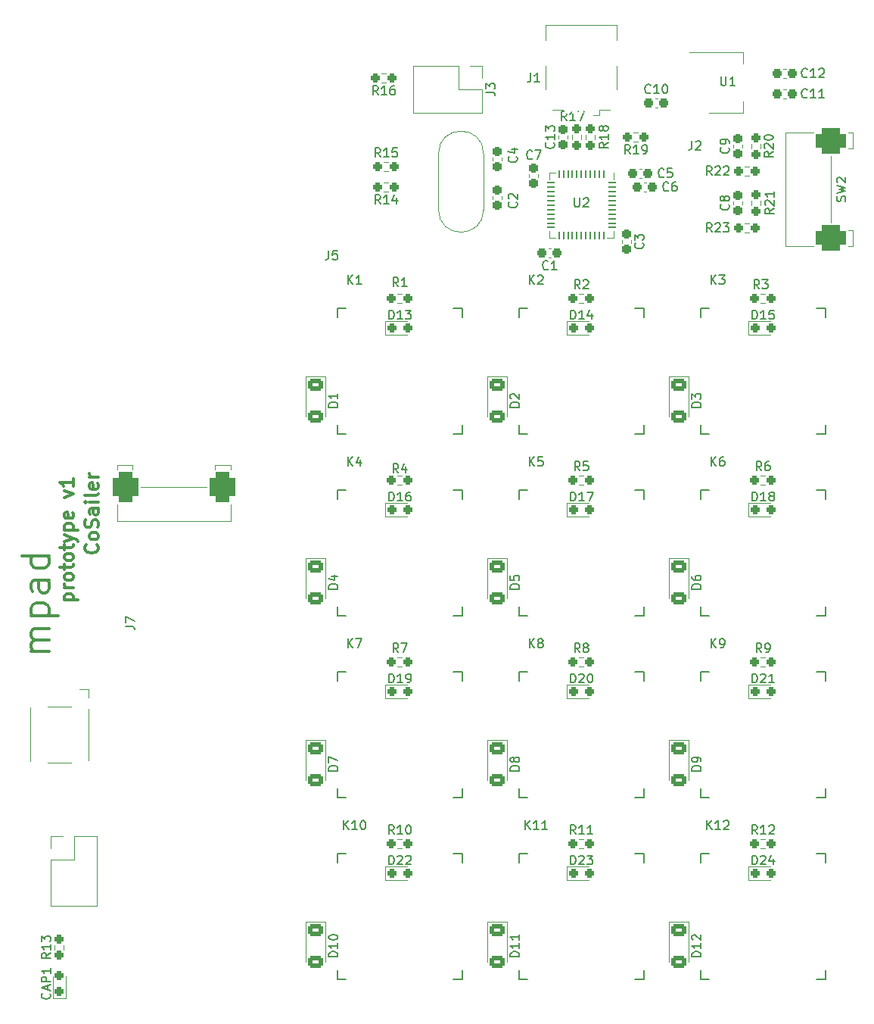
<source format=gto>
%TF.GenerationSoftware,KiCad,Pcbnew,7.0.7*%
%TF.CreationDate,2023-10-21T15:17:40+02:00*%
%TF.ProjectId,mpad,6d706164-2e6b-4696-9361-645f70636258,rev?*%
%TF.SameCoordinates,Original*%
%TF.FileFunction,Legend,Top*%
%TF.FilePolarity,Positive*%
%FSLAX46Y46*%
G04 Gerber Fmt 4.6, Leading zero omitted, Abs format (unit mm)*
G04 Created by KiCad (PCBNEW 7.0.7) date 2023-10-21 15:17:40*
%MOMM*%
%LPD*%
G01*
G04 APERTURE LIST*
G04 Aperture macros list*
%AMRoundRect*
0 Rectangle with rounded corners*
0 $1 Rounding radius*
0 $2 $3 $4 $5 $6 $7 $8 $9 X,Y pos of 4 corners*
0 Add a 4 corners polygon primitive as box body*
4,1,4,$2,$3,$4,$5,$6,$7,$8,$9,$2,$3,0*
0 Add four circle primitives for the rounded corners*
1,1,$1+$1,$2,$3*
1,1,$1+$1,$4,$5*
1,1,$1+$1,$6,$7*
1,1,$1+$1,$8,$9*
0 Add four rect primitives between the rounded corners*
20,1,$1+$1,$2,$3,$4,$5,0*
20,1,$1+$1,$4,$5,$6,$7,0*
20,1,$1+$1,$6,$7,$8,$9,0*
20,1,$1+$1,$8,$9,$2,$3,0*%
G04 Aperture macros list end*
%ADD10C,0.300000*%
%ADD11C,0.150000*%
%ADD12C,0.120000*%
%ADD13C,1.701800*%
%ADD14C,3.987800*%
%ADD15C,2.286000*%
%ADD16RoundRect,0.237500X-0.250000X-0.237500X0.250000X-0.237500X0.250000X0.237500X-0.250000X0.237500X0*%
%ADD17RoundRect,0.237500X-0.287500X-0.237500X0.287500X-0.237500X0.287500X0.237500X-0.287500X0.237500X0*%
%ADD18R,1.700000X1.700000*%
%ADD19O,1.700000X1.700000*%
%ADD20RoundRect,0.237500X0.237500X-0.300000X0.237500X0.300000X-0.237500X0.300000X-0.237500X-0.300000X0*%
%ADD21RoundRect,0.250000X-0.600000X0.400000X-0.600000X-0.400000X0.600000X-0.400000X0.600000X0.400000X0*%
%ADD22RoundRect,0.237500X0.250000X0.237500X-0.250000X0.237500X-0.250000X-0.237500X0.250000X-0.237500X0*%
%ADD23RoundRect,0.237500X0.300000X0.237500X-0.300000X0.237500X-0.300000X-0.237500X0.300000X-0.237500X0*%
%ADD24RoundRect,0.062500X-0.062500X0.375000X-0.062500X-0.375000X0.062500X-0.375000X0.062500X0.375000X0*%
%ADD25RoundRect,0.062500X-0.375000X0.062500X-0.375000X-0.062500X0.375000X-0.062500X0.375000X0.062500X0*%
%ADD26R,1.400000X1.600000*%
%ADD27RoundRect,0.237500X-0.237500X0.250000X-0.237500X-0.250000X0.237500X-0.250000X0.237500X0.250000X0*%
%ADD28C,1.524000*%
%ADD29RoundRect,0.725000X-0.725000X-0.975000X0.725000X-0.975000X0.725000X0.975000X-0.725000X0.975000X0*%
%ADD30RoundRect,0.237500X-0.300000X-0.237500X0.300000X-0.237500X0.300000X0.237500X-0.300000X0.237500X0*%
%ADD31RoundRect,0.237500X-0.237500X0.300000X-0.237500X-0.300000X0.237500X-0.300000X0.237500X0.300000X0*%
%ADD32RoundRect,0.237500X0.237500X-0.250000X0.237500X0.250000X-0.237500X0.250000X-0.237500X-0.250000X0*%
%ADD33C,0.900000*%
%ADD34R,0.500000X2.500000*%
%ADD35R,2.000000X2.500000*%
%ADD36R,2.000000X1.500000*%
%ADD37R,2.000000X3.800000*%
%ADD38C,1.500000*%
%ADD39RoundRect,0.237500X0.237500X-0.287500X0.237500X0.287500X-0.237500X0.287500X-0.237500X-0.287500X0*%
%ADD40RoundRect,0.725000X-0.975000X0.725000X-0.975000X-0.725000X0.975000X-0.725000X0.975000X0.725000X0*%
G04 APERTURE END LIST*
D10*
X95828828Y-107776489D02*
X97328828Y-107776489D01*
X95900257Y-107776489D02*
X95828828Y-107633632D01*
X95828828Y-107633632D02*
X95828828Y-107347917D01*
X95828828Y-107347917D02*
X95900257Y-107205060D01*
X95900257Y-107205060D02*
X95971685Y-107133632D01*
X95971685Y-107133632D02*
X96114542Y-107062203D01*
X96114542Y-107062203D02*
X96543114Y-107062203D01*
X96543114Y-107062203D02*
X96685971Y-107133632D01*
X96685971Y-107133632D02*
X96757400Y-107205060D01*
X96757400Y-107205060D02*
X96828828Y-107347917D01*
X96828828Y-107347917D02*
X96828828Y-107633632D01*
X96828828Y-107633632D02*
X96757400Y-107776489D01*
X96828828Y-106419346D02*
X95828828Y-106419346D01*
X96114542Y-106419346D02*
X95971685Y-106347917D01*
X95971685Y-106347917D02*
X95900257Y-106276489D01*
X95900257Y-106276489D02*
X95828828Y-106133631D01*
X95828828Y-106133631D02*
X95828828Y-105990774D01*
X96828828Y-105276489D02*
X96757400Y-105419346D01*
X96757400Y-105419346D02*
X96685971Y-105490775D01*
X96685971Y-105490775D02*
X96543114Y-105562203D01*
X96543114Y-105562203D02*
X96114542Y-105562203D01*
X96114542Y-105562203D02*
X95971685Y-105490775D01*
X95971685Y-105490775D02*
X95900257Y-105419346D01*
X95900257Y-105419346D02*
X95828828Y-105276489D01*
X95828828Y-105276489D02*
X95828828Y-105062203D01*
X95828828Y-105062203D02*
X95900257Y-104919346D01*
X95900257Y-104919346D02*
X95971685Y-104847918D01*
X95971685Y-104847918D02*
X96114542Y-104776489D01*
X96114542Y-104776489D02*
X96543114Y-104776489D01*
X96543114Y-104776489D02*
X96685971Y-104847918D01*
X96685971Y-104847918D02*
X96757400Y-104919346D01*
X96757400Y-104919346D02*
X96828828Y-105062203D01*
X96828828Y-105062203D02*
X96828828Y-105276489D01*
X95828828Y-104347917D02*
X95828828Y-103776489D01*
X95328828Y-104133632D02*
X96614542Y-104133632D01*
X96614542Y-104133632D02*
X96757400Y-104062203D01*
X96757400Y-104062203D02*
X96828828Y-103919346D01*
X96828828Y-103919346D02*
X96828828Y-103776489D01*
X96828828Y-103062203D02*
X96757400Y-103205060D01*
X96757400Y-103205060D02*
X96685971Y-103276489D01*
X96685971Y-103276489D02*
X96543114Y-103347917D01*
X96543114Y-103347917D02*
X96114542Y-103347917D01*
X96114542Y-103347917D02*
X95971685Y-103276489D01*
X95971685Y-103276489D02*
X95900257Y-103205060D01*
X95900257Y-103205060D02*
X95828828Y-103062203D01*
X95828828Y-103062203D02*
X95828828Y-102847917D01*
X95828828Y-102847917D02*
X95900257Y-102705060D01*
X95900257Y-102705060D02*
X95971685Y-102633632D01*
X95971685Y-102633632D02*
X96114542Y-102562203D01*
X96114542Y-102562203D02*
X96543114Y-102562203D01*
X96543114Y-102562203D02*
X96685971Y-102633632D01*
X96685971Y-102633632D02*
X96757400Y-102705060D01*
X96757400Y-102705060D02*
X96828828Y-102847917D01*
X96828828Y-102847917D02*
X96828828Y-103062203D01*
X95828828Y-102133631D02*
X95828828Y-101562203D01*
X95328828Y-101919346D02*
X96614542Y-101919346D01*
X96614542Y-101919346D02*
X96757400Y-101847917D01*
X96757400Y-101847917D02*
X96828828Y-101705060D01*
X96828828Y-101705060D02*
X96828828Y-101562203D01*
X95828828Y-101205060D02*
X96828828Y-100847917D01*
X95828828Y-100490774D02*
X96828828Y-100847917D01*
X96828828Y-100847917D02*
X97185971Y-100990774D01*
X97185971Y-100990774D02*
X97257400Y-101062203D01*
X97257400Y-101062203D02*
X97328828Y-101205060D01*
X95828828Y-99919346D02*
X97328828Y-99919346D01*
X95900257Y-99919346D02*
X95828828Y-99776489D01*
X95828828Y-99776489D02*
X95828828Y-99490774D01*
X95828828Y-99490774D02*
X95900257Y-99347917D01*
X95900257Y-99347917D02*
X95971685Y-99276489D01*
X95971685Y-99276489D02*
X96114542Y-99205060D01*
X96114542Y-99205060D02*
X96543114Y-99205060D01*
X96543114Y-99205060D02*
X96685971Y-99276489D01*
X96685971Y-99276489D02*
X96757400Y-99347917D01*
X96757400Y-99347917D02*
X96828828Y-99490774D01*
X96828828Y-99490774D02*
X96828828Y-99776489D01*
X96828828Y-99776489D02*
X96757400Y-99919346D01*
X96757400Y-97990774D02*
X96828828Y-98133631D01*
X96828828Y-98133631D02*
X96828828Y-98419346D01*
X96828828Y-98419346D02*
X96757400Y-98562203D01*
X96757400Y-98562203D02*
X96614542Y-98633631D01*
X96614542Y-98633631D02*
X96043114Y-98633631D01*
X96043114Y-98633631D02*
X95900257Y-98562203D01*
X95900257Y-98562203D02*
X95828828Y-98419346D01*
X95828828Y-98419346D02*
X95828828Y-98133631D01*
X95828828Y-98133631D02*
X95900257Y-97990774D01*
X95900257Y-97990774D02*
X96043114Y-97919346D01*
X96043114Y-97919346D02*
X96185971Y-97919346D01*
X96185971Y-97919346D02*
X96328828Y-98633631D01*
X95828828Y-96276489D02*
X96828828Y-95919346D01*
X96828828Y-95919346D02*
X95828828Y-95562203D01*
X96828828Y-94205060D02*
X96828828Y-95062203D01*
X96828828Y-94633632D02*
X95328828Y-94633632D01*
X95328828Y-94633632D02*
X95543114Y-94776489D01*
X95543114Y-94776489D02*
X95685971Y-94919346D01*
X95685971Y-94919346D02*
X95757400Y-95062203D01*
X99479971Y-101585346D02*
X99551400Y-101656774D01*
X99551400Y-101656774D02*
X99622828Y-101871060D01*
X99622828Y-101871060D02*
X99622828Y-102013917D01*
X99622828Y-102013917D02*
X99551400Y-102228203D01*
X99551400Y-102228203D02*
X99408542Y-102371060D01*
X99408542Y-102371060D02*
X99265685Y-102442489D01*
X99265685Y-102442489D02*
X98979971Y-102513917D01*
X98979971Y-102513917D02*
X98765685Y-102513917D01*
X98765685Y-102513917D02*
X98479971Y-102442489D01*
X98479971Y-102442489D02*
X98337114Y-102371060D01*
X98337114Y-102371060D02*
X98194257Y-102228203D01*
X98194257Y-102228203D02*
X98122828Y-102013917D01*
X98122828Y-102013917D02*
X98122828Y-101871060D01*
X98122828Y-101871060D02*
X98194257Y-101656774D01*
X98194257Y-101656774D02*
X98265685Y-101585346D01*
X99622828Y-100728203D02*
X99551400Y-100871060D01*
X99551400Y-100871060D02*
X99479971Y-100942489D01*
X99479971Y-100942489D02*
X99337114Y-101013917D01*
X99337114Y-101013917D02*
X98908542Y-101013917D01*
X98908542Y-101013917D02*
X98765685Y-100942489D01*
X98765685Y-100942489D02*
X98694257Y-100871060D01*
X98694257Y-100871060D02*
X98622828Y-100728203D01*
X98622828Y-100728203D02*
X98622828Y-100513917D01*
X98622828Y-100513917D02*
X98694257Y-100371060D01*
X98694257Y-100371060D02*
X98765685Y-100299632D01*
X98765685Y-100299632D02*
X98908542Y-100228203D01*
X98908542Y-100228203D02*
X99337114Y-100228203D01*
X99337114Y-100228203D02*
X99479971Y-100299632D01*
X99479971Y-100299632D02*
X99551400Y-100371060D01*
X99551400Y-100371060D02*
X99622828Y-100513917D01*
X99622828Y-100513917D02*
X99622828Y-100728203D01*
X99551400Y-99656774D02*
X99622828Y-99442489D01*
X99622828Y-99442489D02*
X99622828Y-99085346D01*
X99622828Y-99085346D02*
X99551400Y-98942489D01*
X99551400Y-98942489D02*
X99479971Y-98871060D01*
X99479971Y-98871060D02*
X99337114Y-98799631D01*
X99337114Y-98799631D02*
X99194257Y-98799631D01*
X99194257Y-98799631D02*
X99051400Y-98871060D01*
X99051400Y-98871060D02*
X98979971Y-98942489D01*
X98979971Y-98942489D02*
X98908542Y-99085346D01*
X98908542Y-99085346D02*
X98837114Y-99371060D01*
X98837114Y-99371060D02*
X98765685Y-99513917D01*
X98765685Y-99513917D02*
X98694257Y-99585346D01*
X98694257Y-99585346D02*
X98551400Y-99656774D01*
X98551400Y-99656774D02*
X98408542Y-99656774D01*
X98408542Y-99656774D02*
X98265685Y-99585346D01*
X98265685Y-99585346D02*
X98194257Y-99513917D01*
X98194257Y-99513917D02*
X98122828Y-99371060D01*
X98122828Y-99371060D02*
X98122828Y-99013917D01*
X98122828Y-99013917D02*
X98194257Y-98799631D01*
X99622828Y-97513918D02*
X98837114Y-97513918D01*
X98837114Y-97513918D02*
X98694257Y-97585346D01*
X98694257Y-97585346D02*
X98622828Y-97728203D01*
X98622828Y-97728203D02*
X98622828Y-98013918D01*
X98622828Y-98013918D02*
X98694257Y-98156775D01*
X99551400Y-97513918D02*
X99622828Y-97656775D01*
X99622828Y-97656775D02*
X99622828Y-98013918D01*
X99622828Y-98013918D02*
X99551400Y-98156775D01*
X99551400Y-98156775D02*
X99408542Y-98228203D01*
X99408542Y-98228203D02*
X99265685Y-98228203D01*
X99265685Y-98228203D02*
X99122828Y-98156775D01*
X99122828Y-98156775D02*
X99051400Y-98013918D01*
X99051400Y-98013918D02*
X99051400Y-97656775D01*
X99051400Y-97656775D02*
X98979971Y-97513918D01*
X99622828Y-96799632D02*
X98622828Y-96799632D01*
X98122828Y-96799632D02*
X98194257Y-96871060D01*
X98194257Y-96871060D02*
X98265685Y-96799632D01*
X98265685Y-96799632D02*
X98194257Y-96728203D01*
X98194257Y-96728203D02*
X98122828Y-96799632D01*
X98122828Y-96799632D02*
X98265685Y-96799632D01*
X99622828Y-95871060D02*
X99551400Y-96013917D01*
X99551400Y-96013917D02*
X99408542Y-96085346D01*
X99408542Y-96085346D02*
X98122828Y-96085346D01*
X99551400Y-94728203D02*
X99622828Y-94871060D01*
X99622828Y-94871060D02*
X99622828Y-95156775D01*
X99622828Y-95156775D02*
X99551400Y-95299632D01*
X99551400Y-95299632D02*
X99408542Y-95371060D01*
X99408542Y-95371060D02*
X98837114Y-95371060D01*
X98837114Y-95371060D02*
X98694257Y-95299632D01*
X98694257Y-95299632D02*
X98622828Y-95156775D01*
X98622828Y-95156775D02*
X98622828Y-94871060D01*
X98622828Y-94871060D02*
X98694257Y-94728203D01*
X98694257Y-94728203D02*
X98837114Y-94656775D01*
X98837114Y-94656775D02*
X98979971Y-94656775D01*
X98979971Y-94656775D02*
X99122828Y-95371060D01*
X99622828Y-94013918D02*
X98622828Y-94013918D01*
X98908542Y-94013918D02*
X98765685Y-93942489D01*
X98765685Y-93942489D02*
X98694257Y-93871061D01*
X98694257Y-93871061D02*
X98622828Y-93728203D01*
X98622828Y-93728203D02*
X98622828Y-93585346D01*
X94105257Y-113515346D02*
X92105257Y-113515346D01*
X92390971Y-113515346D02*
X92248114Y-113372489D01*
X92248114Y-113372489D02*
X92105257Y-113086774D01*
X92105257Y-113086774D02*
X92105257Y-112658203D01*
X92105257Y-112658203D02*
X92248114Y-112372489D01*
X92248114Y-112372489D02*
X92533828Y-112229632D01*
X92533828Y-112229632D02*
X94105257Y-112229632D01*
X92533828Y-112229632D02*
X92248114Y-112086774D01*
X92248114Y-112086774D02*
X92105257Y-111801060D01*
X92105257Y-111801060D02*
X92105257Y-111372489D01*
X92105257Y-111372489D02*
X92248114Y-111086774D01*
X92248114Y-111086774D02*
X92533828Y-110943917D01*
X92533828Y-110943917D02*
X94105257Y-110943917D01*
X92105257Y-109515346D02*
X95105257Y-109515346D01*
X92248114Y-109515346D02*
X92105257Y-109229632D01*
X92105257Y-109229632D02*
X92105257Y-108658203D01*
X92105257Y-108658203D02*
X92248114Y-108372489D01*
X92248114Y-108372489D02*
X92390971Y-108229632D01*
X92390971Y-108229632D02*
X92676685Y-108086774D01*
X92676685Y-108086774D02*
X93533828Y-108086774D01*
X93533828Y-108086774D02*
X93819542Y-108229632D01*
X93819542Y-108229632D02*
X93962400Y-108372489D01*
X93962400Y-108372489D02*
X94105257Y-108658203D01*
X94105257Y-108658203D02*
X94105257Y-109229632D01*
X94105257Y-109229632D02*
X93962400Y-109515346D01*
X94105257Y-105515346D02*
X92533828Y-105515346D01*
X92533828Y-105515346D02*
X92248114Y-105658203D01*
X92248114Y-105658203D02*
X92105257Y-105943917D01*
X92105257Y-105943917D02*
X92105257Y-106515346D01*
X92105257Y-106515346D02*
X92248114Y-106801060D01*
X93962400Y-105515346D02*
X94105257Y-105801060D01*
X94105257Y-105801060D02*
X94105257Y-106515346D01*
X94105257Y-106515346D02*
X93962400Y-106801060D01*
X93962400Y-106801060D02*
X93676685Y-106943917D01*
X93676685Y-106943917D02*
X93390971Y-106943917D01*
X93390971Y-106943917D02*
X93105257Y-106801060D01*
X93105257Y-106801060D02*
X92962400Y-106515346D01*
X92962400Y-106515346D02*
X92962400Y-105801060D01*
X92962400Y-105801060D02*
X92819542Y-105515346D01*
X94105257Y-102801060D02*
X91105257Y-102801060D01*
X93962400Y-102801060D02*
X94105257Y-103086774D01*
X94105257Y-103086774D02*
X94105257Y-103658202D01*
X94105257Y-103658202D02*
X93962400Y-103943917D01*
X93962400Y-103943917D02*
X93819542Y-104086774D01*
X93819542Y-104086774D02*
X93533828Y-104229631D01*
X93533828Y-104229631D02*
X92676685Y-104229631D01*
X92676685Y-104229631D02*
X92390971Y-104086774D01*
X92390971Y-104086774D02*
X92248114Y-103943917D01*
X92248114Y-103943917D02*
X92105257Y-103658202D01*
X92105257Y-103658202D02*
X92105257Y-103086774D01*
X92105257Y-103086774D02*
X92248114Y-102801060D01*
D11*
X168171905Y-92783819D02*
X168171905Y-91783819D01*
X168743333Y-92783819D02*
X168314762Y-92212390D01*
X168743333Y-91783819D02*
X168171905Y-92355247D01*
X169600476Y-91783819D02*
X169410000Y-91783819D01*
X169410000Y-91783819D02*
X169314762Y-91831438D01*
X169314762Y-91831438D02*
X169267143Y-91879057D01*
X169267143Y-91879057D02*
X169171905Y-92021914D01*
X169171905Y-92021914D02*
X169124286Y-92212390D01*
X169124286Y-92212390D02*
X169124286Y-92593342D01*
X169124286Y-92593342D02*
X169171905Y-92688580D01*
X169171905Y-92688580D02*
X169219524Y-92736200D01*
X169219524Y-92736200D02*
X169314762Y-92783819D01*
X169314762Y-92783819D02*
X169505238Y-92783819D01*
X169505238Y-92783819D02*
X169600476Y-92736200D01*
X169600476Y-92736200D02*
X169648095Y-92688580D01*
X169648095Y-92688580D02*
X169695714Y-92593342D01*
X169695714Y-92593342D02*
X169695714Y-92355247D01*
X169695714Y-92355247D02*
X169648095Y-92260009D01*
X169648095Y-92260009D02*
X169600476Y-92212390D01*
X169600476Y-92212390D02*
X169505238Y-92164771D01*
X169505238Y-92164771D02*
X169314762Y-92164771D01*
X169314762Y-92164771D02*
X169219524Y-92212390D01*
X169219524Y-92212390D02*
X169171905Y-92260009D01*
X169171905Y-92260009D02*
X169124286Y-92355247D01*
X147375714Y-133423819D02*
X147375714Y-132423819D01*
X147947142Y-133423819D02*
X147518571Y-132852390D01*
X147947142Y-132423819D02*
X147375714Y-132995247D01*
X148899523Y-133423819D02*
X148328095Y-133423819D01*
X148613809Y-133423819D02*
X148613809Y-132423819D01*
X148613809Y-132423819D02*
X148518571Y-132566676D01*
X148518571Y-132566676D02*
X148423333Y-132661914D01*
X148423333Y-132661914D02*
X148328095Y-132709533D01*
X149851904Y-133423819D02*
X149280476Y-133423819D01*
X149566190Y-133423819D02*
X149566190Y-132423819D01*
X149566190Y-132423819D02*
X149470952Y-132566676D01*
X149470952Y-132566676D02*
X149375714Y-132661914D01*
X149375714Y-132661914D02*
X149280476Y-132709533D01*
X168267142Y-66621819D02*
X167933809Y-66145628D01*
X167695714Y-66621819D02*
X167695714Y-65621819D01*
X167695714Y-65621819D02*
X168076666Y-65621819D01*
X168076666Y-65621819D02*
X168171904Y-65669438D01*
X168171904Y-65669438D02*
X168219523Y-65717057D01*
X168219523Y-65717057D02*
X168267142Y-65812295D01*
X168267142Y-65812295D02*
X168267142Y-65955152D01*
X168267142Y-65955152D02*
X168219523Y-66050390D01*
X168219523Y-66050390D02*
X168171904Y-66098009D01*
X168171904Y-66098009D02*
X168076666Y-66145628D01*
X168076666Y-66145628D02*
X167695714Y-66145628D01*
X168648095Y-65717057D02*
X168695714Y-65669438D01*
X168695714Y-65669438D02*
X168790952Y-65621819D01*
X168790952Y-65621819D02*
X169029047Y-65621819D01*
X169029047Y-65621819D02*
X169124285Y-65669438D01*
X169124285Y-65669438D02*
X169171904Y-65717057D01*
X169171904Y-65717057D02*
X169219523Y-65812295D01*
X169219523Y-65812295D02*
X169219523Y-65907533D01*
X169219523Y-65907533D02*
X169171904Y-66050390D01*
X169171904Y-66050390D02*
X168600476Y-66621819D01*
X168600476Y-66621819D02*
X169219523Y-66621819D01*
X169552857Y-65621819D02*
X170171904Y-65621819D01*
X170171904Y-65621819D02*
X169838571Y-66002771D01*
X169838571Y-66002771D02*
X169981428Y-66002771D01*
X169981428Y-66002771D02*
X170076666Y-66050390D01*
X170076666Y-66050390D02*
X170124285Y-66098009D01*
X170124285Y-66098009D02*
X170171904Y-66193247D01*
X170171904Y-66193247D02*
X170171904Y-66431342D01*
X170171904Y-66431342D02*
X170124285Y-66526580D01*
X170124285Y-66526580D02*
X170076666Y-66574200D01*
X170076666Y-66574200D02*
X169981428Y-66621819D01*
X169981428Y-66621819D02*
X169695714Y-66621819D01*
X169695714Y-66621819D02*
X169600476Y-66574200D01*
X169600476Y-66574200D02*
X169552857Y-66526580D01*
X152455714Y-137327819D02*
X152455714Y-136327819D01*
X152455714Y-136327819D02*
X152693809Y-136327819D01*
X152693809Y-136327819D02*
X152836666Y-136375438D01*
X152836666Y-136375438D02*
X152931904Y-136470676D01*
X152931904Y-136470676D02*
X152979523Y-136565914D01*
X152979523Y-136565914D02*
X153027142Y-136756390D01*
X153027142Y-136756390D02*
X153027142Y-136899247D01*
X153027142Y-136899247D02*
X152979523Y-137089723D01*
X152979523Y-137089723D02*
X152931904Y-137184961D01*
X152931904Y-137184961D02*
X152836666Y-137280200D01*
X152836666Y-137280200D02*
X152693809Y-137327819D01*
X152693809Y-137327819D02*
X152455714Y-137327819D01*
X153408095Y-136423057D02*
X153455714Y-136375438D01*
X153455714Y-136375438D02*
X153550952Y-136327819D01*
X153550952Y-136327819D02*
X153789047Y-136327819D01*
X153789047Y-136327819D02*
X153884285Y-136375438D01*
X153884285Y-136375438D02*
X153931904Y-136423057D01*
X153931904Y-136423057D02*
X153979523Y-136518295D01*
X153979523Y-136518295D02*
X153979523Y-136613533D01*
X153979523Y-136613533D02*
X153931904Y-136756390D01*
X153931904Y-136756390D02*
X153360476Y-137327819D01*
X153360476Y-137327819D02*
X153979523Y-137327819D01*
X154312857Y-136327819D02*
X154931904Y-136327819D01*
X154931904Y-136327819D02*
X154598571Y-136708771D01*
X154598571Y-136708771D02*
X154741428Y-136708771D01*
X154741428Y-136708771D02*
X154836666Y-136756390D01*
X154836666Y-136756390D02*
X154884285Y-136804009D01*
X154884285Y-136804009D02*
X154931904Y-136899247D01*
X154931904Y-136899247D02*
X154931904Y-137137342D01*
X154931904Y-137137342D02*
X154884285Y-137232580D01*
X154884285Y-137232580D02*
X154836666Y-137280200D01*
X154836666Y-137280200D02*
X154741428Y-137327819D01*
X154741428Y-137327819D02*
X154455714Y-137327819D01*
X154455714Y-137327819D02*
X154360476Y-137280200D01*
X154360476Y-137280200D02*
X154312857Y-137232580D01*
X102661819Y-110696333D02*
X103376104Y-110696333D01*
X103376104Y-110696333D02*
X103518961Y-110743952D01*
X103518961Y-110743952D02*
X103614200Y-110839190D01*
X103614200Y-110839190D02*
X103661819Y-110982047D01*
X103661819Y-110982047D02*
X103661819Y-111077285D01*
X102661819Y-110315380D02*
X102661819Y-109648714D01*
X102661819Y-109648714D02*
X103661819Y-110077285D01*
X170125580Y-63539666D02*
X170173200Y-63587285D01*
X170173200Y-63587285D02*
X170220819Y-63730142D01*
X170220819Y-63730142D02*
X170220819Y-63825380D01*
X170220819Y-63825380D02*
X170173200Y-63968237D01*
X170173200Y-63968237D02*
X170077961Y-64063475D01*
X170077961Y-64063475D02*
X169982723Y-64111094D01*
X169982723Y-64111094D02*
X169792247Y-64158713D01*
X169792247Y-64158713D02*
X169649390Y-64158713D01*
X169649390Y-64158713D02*
X169458914Y-64111094D01*
X169458914Y-64111094D02*
X169363676Y-64063475D01*
X169363676Y-64063475D02*
X169268438Y-63968237D01*
X169268438Y-63968237D02*
X169220819Y-63825380D01*
X169220819Y-63825380D02*
X169220819Y-63730142D01*
X169220819Y-63730142D02*
X169268438Y-63587285D01*
X169268438Y-63587285D02*
X169316057Y-63539666D01*
X169649390Y-62968237D02*
X169601771Y-63063475D01*
X169601771Y-63063475D02*
X169554152Y-63111094D01*
X169554152Y-63111094D02*
X169458914Y-63158713D01*
X169458914Y-63158713D02*
X169411295Y-63158713D01*
X169411295Y-63158713D02*
X169316057Y-63111094D01*
X169316057Y-63111094D02*
X169268438Y-63063475D01*
X169268438Y-63063475D02*
X169220819Y-62968237D01*
X169220819Y-62968237D02*
X169220819Y-62777761D01*
X169220819Y-62777761D02*
X169268438Y-62682523D01*
X169268438Y-62682523D02*
X169316057Y-62634904D01*
X169316057Y-62634904D02*
X169411295Y-62587285D01*
X169411295Y-62587285D02*
X169458914Y-62587285D01*
X169458914Y-62587285D02*
X169554152Y-62634904D01*
X169554152Y-62634904D02*
X169601771Y-62682523D01*
X169601771Y-62682523D02*
X169649390Y-62777761D01*
X169649390Y-62777761D02*
X169649390Y-62968237D01*
X169649390Y-62968237D02*
X169697009Y-63063475D01*
X169697009Y-63063475D02*
X169744628Y-63111094D01*
X169744628Y-63111094D02*
X169839866Y-63158713D01*
X169839866Y-63158713D02*
X170030342Y-63158713D01*
X170030342Y-63158713D02*
X170125580Y-63111094D01*
X170125580Y-63111094D02*
X170173200Y-63063475D01*
X170173200Y-63063475D02*
X170220819Y-62968237D01*
X170220819Y-62968237D02*
X170220819Y-62777761D01*
X170220819Y-62777761D02*
X170173200Y-62682523D01*
X170173200Y-62682523D02*
X170125580Y-62634904D01*
X170125580Y-62634904D02*
X170030342Y-62587285D01*
X170030342Y-62587285D02*
X169839866Y-62587285D01*
X169839866Y-62587285D02*
X169744628Y-62634904D01*
X169744628Y-62634904D02*
X169697009Y-62682523D01*
X169697009Y-62682523D02*
X169649390Y-62777761D01*
X126406819Y-147645285D02*
X125406819Y-147645285D01*
X125406819Y-147645285D02*
X125406819Y-147407190D01*
X125406819Y-147407190D02*
X125454438Y-147264333D01*
X125454438Y-147264333D02*
X125549676Y-147169095D01*
X125549676Y-147169095D02*
X125644914Y-147121476D01*
X125644914Y-147121476D02*
X125835390Y-147073857D01*
X125835390Y-147073857D02*
X125978247Y-147073857D01*
X125978247Y-147073857D02*
X126168723Y-147121476D01*
X126168723Y-147121476D02*
X126263961Y-147169095D01*
X126263961Y-147169095D02*
X126359200Y-147264333D01*
X126359200Y-147264333D02*
X126406819Y-147407190D01*
X126406819Y-147407190D02*
X126406819Y-147645285D01*
X126406819Y-146121476D02*
X126406819Y-146692904D01*
X126406819Y-146407190D02*
X125406819Y-146407190D01*
X125406819Y-146407190D02*
X125549676Y-146502428D01*
X125549676Y-146502428D02*
X125644914Y-146597666D01*
X125644914Y-146597666D02*
X125692533Y-146692904D01*
X125406819Y-145502428D02*
X125406819Y-145407190D01*
X125406819Y-145407190D02*
X125454438Y-145311952D01*
X125454438Y-145311952D02*
X125502057Y-145264333D01*
X125502057Y-145264333D02*
X125597295Y-145216714D01*
X125597295Y-145216714D02*
X125787771Y-145169095D01*
X125787771Y-145169095D02*
X126025866Y-145169095D01*
X126025866Y-145169095D02*
X126216342Y-145216714D01*
X126216342Y-145216714D02*
X126311580Y-145264333D01*
X126311580Y-145264333D02*
X126359200Y-145311952D01*
X126359200Y-145311952D02*
X126406819Y-145407190D01*
X126406819Y-145407190D02*
X126406819Y-145502428D01*
X126406819Y-145502428D02*
X126359200Y-145597666D01*
X126359200Y-145597666D02*
X126311580Y-145645285D01*
X126311580Y-145645285D02*
X126216342Y-145692904D01*
X126216342Y-145692904D02*
X126025866Y-145740523D01*
X126025866Y-145740523D02*
X125787771Y-145740523D01*
X125787771Y-145740523D02*
X125597295Y-145692904D01*
X125597295Y-145692904D02*
X125502057Y-145645285D01*
X125502057Y-145645285D02*
X125454438Y-145597666D01*
X125454438Y-145597666D02*
X125406819Y-145502428D01*
X132135714Y-137327819D02*
X132135714Y-136327819D01*
X132135714Y-136327819D02*
X132373809Y-136327819D01*
X132373809Y-136327819D02*
X132516666Y-136375438D01*
X132516666Y-136375438D02*
X132611904Y-136470676D01*
X132611904Y-136470676D02*
X132659523Y-136565914D01*
X132659523Y-136565914D02*
X132707142Y-136756390D01*
X132707142Y-136756390D02*
X132707142Y-136899247D01*
X132707142Y-136899247D02*
X132659523Y-137089723D01*
X132659523Y-137089723D02*
X132611904Y-137184961D01*
X132611904Y-137184961D02*
X132516666Y-137280200D01*
X132516666Y-137280200D02*
X132373809Y-137327819D01*
X132373809Y-137327819D02*
X132135714Y-137327819D01*
X133088095Y-136423057D02*
X133135714Y-136375438D01*
X133135714Y-136375438D02*
X133230952Y-136327819D01*
X133230952Y-136327819D02*
X133469047Y-136327819D01*
X133469047Y-136327819D02*
X133564285Y-136375438D01*
X133564285Y-136375438D02*
X133611904Y-136423057D01*
X133611904Y-136423057D02*
X133659523Y-136518295D01*
X133659523Y-136518295D02*
X133659523Y-136613533D01*
X133659523Y-136613533D02*
X133611904Y-136756390D01*
X133611904Y-136756390D02*
X133040476Y-137327819D01*
X133040476Y-137327819D02*
X133659523Y-137327819D01*
X134040476Y-136423057D02*
X134088095Y-136375438D01*
X134088095Y-136375438D02*
X134183333Y-136327819D01*
X134183333Y-136327819D02*
X134421428Y-136327819D01*
X134421428Y-136327819D02*
X134516666Y-136375438D01*
X134516666Y-136375438D02*
X134564285Y-136423057D01*
X134564285Y-136423057D02*
X134611904Y-136518295D01*
X134611904Y-136518295D02*
X134611904Y-136613533D01*
X134611904Y-136613533D02*
X134564285Y-136756390D01*
X134564285Y-136756390D02*
X133992857Y-137327819D01*
X133992857Y-137327819D02*
X134611904Y-137327819D01*
X127531905Y-72463819D02*
X127531905Y-71463819D01*
X128103333Y-72463819D02*
X127674762Y-71892390D01*
X128103333Y-71463819D02*
X127531905Y-72035247D01*
X129055714Y-72463819D02*
X128484286Y-72463819D01*
X128770000Y-72463819D02*
X128770000Y-71463819D01*
X128770000Y-71463819D02*
X128674762Y-71606676D01*
X128674762Y-71606676D02*
X128579524Y-71701914D01*
X128579524Y-71701914D02*
X128484286Y-71749533D01*
X127055714Y-133423819D02*
X127055714Y-132423819D01*
X127627142Y-133423819D02*
X127198571Y-132852390D01*
X127627142Y-132423819D02*
X127055714Y-132995247D01*
X128579523Y-133423819D02*
X128008095Y-133423819D01*
X128293809Y-133423819D02*
X128293809Y-132423819D01*
X128293809Y-132423819D02*
X128198571Y-132566676D01*
X128198571Y-132566676D02*
X128103333Y-132661914D01*
X128103333Y-132661914D02*
X128008095Y-132709533D01*
X129198571Y-132423819D02*
X129293809Y-132423819D01*
X129293809Y-132423819D02*
X129389047Y-132471438D01*
X129389047Y-132471438D02*
X129436666Y-132519057D01*
X129436666Y-132519057D02*
X129484285Y-132614295D01*
X129484285Y-132614295D02*
X129531904Y-132804771D01*
X129531904Y-132804771D02*
X129531904Y-133042866D01*
X129531904Y-133042866D02*
X129484285Y-133233342D01*
X129484285Y-133233342D02*
X129436666Y-133328580D01*
X129436666Y-133328580D02*
X129389047Y-133376200D01*
X129389047Y-133376200D02*
X129293809Y-133423819D01*
X129293809Y-133423819D02*
X129198571Y-133423819D01*
X129198571Y-133423819D02*
X129103333Y-133376200D01*
X129103333Y-133376200D02*
X129055714Y-133328580D01*
X129055714Y-133328580D02*
X129008095Y-133233342D01*
X129008095Y-133233342D02*
X128960476Y-133042866D01*
X128960476Y-133042866D02*
X128960476Y-132804771D01*
X128960476Y-132804771D02*
X129008095Y-132614295D01*
X129008095Y-132614295D02*
X129055714Y-132519057D01*
X129055714Y-132519057D02*
X129103333Y-132471438D01*
X129103333Y-132471438D02*
X129198571Y-132423819D01*
X172775714Y-137327819D02*
X172775714Y-136327819D01*
X172775714Y-136327819D02*
X173013809Y-136327819D01*
X173013809Y-136327819D02*
X173156666Y-136375438D01*
X173156666Y-136375438D02*
X173251904Y-136470676D01*
X173251904Y-136470676D02*
X173299523Y-136565914D01*
X173299523Y-136565914D02*
X173347142Y-136756390D01*
X173347142Y-136756390D02*
X173347142Y-136899247D01*
X173347142Y-136899247D02*
X173299523Y-137089723D01*
X173299523Y-137089723D02*
X173251904Y-137184961D01*
X173251904Y-137184961D02*
X173156666Y-137280200D01*
X173156666Y-137280200D02*
X173013809Y-137327819D01*
X173013809Y-137327819D02*
X172775714Y-137327819D01*
X173728095Y-136423057D02*
X173775714Y-136375438D01*
X173775714Y-136375438D02*
X173870952Y-136327819D01*
X173870952Y-136327819D02*
X174109047Y-136327819D01*
X174109047Y-136327819D02*
X174204285Y-136375438D01*
X174204285Y-136375438D02*
X174251904Y-136423057D01*
X174251904Y-136423057D02*
X174299523Y-136518295D01*
X174299523Y-136518295D02*
X174299523Y-136613533D01*
X174299523Y-136613533D02*
X174251904Y-136756390D01*
X174251904Y-136756390D02*
X173680476Y-137327819D01*
X173680476Y-137327819D02*
X174299523Y-137327819D01*
X175156666Y-136661152D02*
X175156666Y-137327819D01*
X174918571Y-136280200D02*
X174680476Y-136994485D01*
X174680476Y-136994485D02*
X175299523Y-136994485D01*
X168171905Y-113103819D02*
X168171905Y-112103819D01*
X168743333Y-113103819D02*
X168314762Y-112532390D01*
X168743333Y-112103819D02*
X168171905Y-112675247D01*
X169219524Y-113103819D02*
X169410000Y-113103819D01*
X169410000Y-113103819D02*
X169505238Y-113056200D01*
X169505238Y-113056200D02*
X169552857Y-113008580D01*
X169552857Y-113008580D02*
X169648095Y-112865723D01*
X169648095Y-112865723D02*
X169695714Y-112675247D01*
X169695714Y-112675247D02*
X169695714Y-112294295D01*
X169695714Y-112294295D02*
X169648095Y-112199057D01*
X169648095Y-112199057D02*
X169600476Y-112151438D01*
X169600476Y-112151438D02*
X169505238Y-112103819D01*
X169505238Y-112103819D02*
X169314762Y-112103819D01*
X169314762Y-112103819D02*
X169219524Y-112151438D01*
X169219524Y-112151438D02*
X169171905Y-112199057D01*
X169171905Y-112199057D02*
X169124286Y-112294295D01*
X169124286Y-112294295D02*
X169124286Y-112532390D01*
X169124286Y-112532390D02*
X169171905Y-112627628D01*
X169171905Y-112627628D02*
X169219524Y-112675247D01*
X169219524Y-112675247D02*
X169314762Y-112722866D01*
X169314762Y-112722866D02*
X169505238Y-112722866D01*
X169505238Y-112722866D02*
X169600476Y-112675247D01*
X169600476Y-112675247D02*
X169648095Y-112627628D01*
X169648095Y-112627628D02*
X169695714Y-112532390D01*
X133183333Y-93545819D02*
X132850000Y-93069628D01*
X132611905Y-93545819D02*
X132611905Y-92545819D01*
X132611905Y-92545819D02*
X132992857Y-92545819D01*
X132992857Y-92545819D02*
X133088095Y-92593438D01*
X133088095Y-92593438D02*
X133135714Y-92641057D01*
X133135714Y-92641057D02*
X133183333Y-92736295D01*
X133183333Y-92736295D02*
X133183333Y-92879152D01*
X133183333Y-92879152D02*
X133135714Y-92974390D01*
X133135714Y-92974390D02*
X133088095Y-93022009D01*
X133088095Y-93022009D02*
X132992857Y-93069628D01*
X132992857Y-93069628D02*
X132611905Y-93069628D01*
X134040476Y-92879152D02*
X134040476Y-93545819D01*
X133802381Y-92498200D02*
X133564286Y-93212485D01*
X133564286Y-93212485D02*
X134183333Y-93212485D01*
X131183142Y-58239819D02*
X130849809Y-57763628D01*
X130611714Y-58239819D02*
X130611714Y-57239819D01*
X130611714Y-57239819D02*
X130992666Y-57239819D01*
X130992666Y-57239819D02*
X131087904Y-57287438D01*
X131087904Y-57287438D02*
X131135523Y-57335057D01*
X131135523Y-57335057D02*
X131183142Y-57430295D01*
X131183142Y-57430295D02*
X131183142Y-57573152D01*
X131183142Y-57573152D02*
X131135523Y-57668390D01*
X131135523Y-57668390D02*
X131087904Y-57716009D01*
X131087904Y-57716009D02*
X130992666Y-57763628D01*
X130992666Y-57763628D02*
X130611714Y-57763628D01*
X132135523Y-58239819D02*
X131564095Y-58239819D01*
X131849809Y-58239819D02*
X131849809Y-57239819D01*
X131849809Y-57239819D02*
X131754571Y-57382676D01*
X131754571Y-57382676D02*
X131659333Y-57477914D01*
X131659333Y-57477914D02*
X131564095Y-57525533D01*
X133040285Y-57239819D02*
X132564095Y-57239819D01*
X132564095Y-57239819D02*
X132516476Y-57716009D01*
X132516476Y-57716009D02*
X132564095Y-57668390D01*
X132564095Y-57668390D02*
X132659333Y-57620771D01*
X132659333Y-57620771D02*
X132897428Y-57620771D01*
X132897428Y-57620771D02*
X132992666Y-57668390D01*
X132992666Y-57668390D02*
X133040285Y-57716009D01*
X133040285Y-57716009D02*
X133087904Y-57811247D01*
X133087904Y-57811247D02*
X133087904Y-58049342D01*
X133087904Y-58049342D02*
X133040285Y-58144580D01*
X133040285Y-58144580D02*
X132992666Y-58192200D01*
X132992666Y-58192200D02*
X132897428Y-58239819D01*
X132897428Y-58239819D02*
X132659333Y-58239819D01*
X132659333Y-58239819D02*
X132564095Y-58192200D01*
X132564095Y-58192200D02*
X132516476Y-58144580D01*
X152455714Y-76367819D02*
X152455714Y-75367819D01*
X152455714Y-75367819D02*
X152693809Y-75367819D01*
X152693809Y-75367819D02*
X152836666Y-75415438D01*
X152836666Y-75415438D02*
X152931904Y-75510676D01*
X152931904Y-75510676D02*
X152979523Y-75605914D01*
X152979523Y-75605914D02*
X153027142Y-75796390D01*
X153027142Y-75796390D02*
X153027142Y-75939247D01*
X153027142Y-75939247D02*
X152979523Y-76129723D01*
X152979523Y-76129723D02*
X152931904Y-76224961D01*
X152931904Y-76224961D02*
X152836666Y-76320200D01*
X152836666Y-76320200D02*
X152693809Y-76367819D01*
X152693809Y-76367819D02*
X152455714Y-76367819D01*
X153979523Y-76367819D02*
X153408095Y-76367819D01*
X153693809Y-76367819D02*
X153693809Y-75367819D01*
X153693809Y-75367819D02*
X153598571Y-75510676D01*
X153598571Y-75510676D02*
X153503333Y-75605914D01*
X153503333Y-75605914D02*
X153408095Y-75653533D01*
X154836666Y-75701152D02*
X154836666Y-76367819D01*
X154598571Y-75320200D02*
X154360476Y-76034485D01*
X154360476Y-76034485D02*
X154979523Y-76034485D01*
X126406819Y-86209094D02*
X125406819Y-86209094D01*
X125406819Y-86209094D02*
X125406819Y-85970999D01*
X125406819Y-85970999D02*
X125454438Y-85828142D01*
X125454438Y-85828142D02*
X125549676Y-85732904D01*
X125549676Y-85732904D02*
X125644914Y-85685285D01*
X125644914Y-85685285D02*
X125835390Y-85637666D01*
X125835390Y-85637666D02*
X125978247Y-85637666D01*
X125978247Y-85637666D02*
X126168723Y-85685285D01*
X126168723Y-85685285D02*
X126263961Y-85732904D01*
X126263961Y-85732904D02*
X126359200Y-85828142D01*
X126359200Y-85828142D02*
X126406819Y-85970999D01*
X126406819Y-85970999D02*
X126406819Y-86209094D01*
X126406819Y-84685285D02*
X126406819Y-85256713D01*
X126406819Y-84970999D02*
X125406819Y-84970999D01*
X125406819Y-84970999D02*
X125549676Y-85066237D01*
X125549676Y-85066237D02*
X125644914Y-85161475D01*
X125644914Y-85161475D02*
X125692533Y-85256713D01*
X167046819Y-106529094D02*
X166046819Y-106529094D01*
X166046819Y-106529094D02*
X166046819Y-106290999D01*
X166046819Y-106290999D02*
X166094438Y-106148142D01*
X166094438Y-106148142D02*
X166189676Y-106052904D01*
X166189676Y-106052904D02*
X166284914Y-106005285D01*
X166284914Y-106005285D02*
X166475390Y-105957666D01*
X166475390Y-105957666D02*
X166618247Y-105957666D01*
X166618247Y-105957666D02*
X166808723Y-106005285D01*
X166808723Y-106005285D02*
X166903961Y-106052904D01*
X166903961Y-106052904D02*
X166999200Y-106148142D01*
X166999200Y-106148142D02*
X167046819Y-106290999D01*
X167046819Y-106290999D02*
X167046819Y-106529094D01*
X166046819Y-105100523D02*
X166046819Y-105290999D01*
X166046819Y-105290999D02*
X166094438Y-105386237D01*
X166094438Y-105386237D02*
X166142057Y-105433856D01*
X166142057Y-105433856D02*
X166284914Y-105529094D01*
X166284914Y-105529094D02*
X166475390Y-105576713D01*
X166475390Y-105576713D02*
X166856342Y-105576713D01*
X166856342Y-105576713D02*
X166951580Y-105529094D01*
X166951580Y-105529094D02*
X166999200Y-105481475D01*
X166999200Y-105481475D02*
X167046819Y-105386237D01*
X167046819Y-105386237D02*
X167046819Y-105195761D01*
X167046819Y-105195761D02*
X166999200Y-105100523D01*
X166999200Y-105100523D02*
X166951580Y-105052904D01*
X166951580Y-105052904D02*
X166856342Y-105005285D01*
X166856342Y-105005285D02*
X166618247Y-105005285D01*
X166618247Y-105005285D02*
X166523009Y-105052904D01*
X166523009Y-105052904D02*
X166475390Y-105100523D01*
X166475390Y-105100523D02*
X166427771Y-105195761D01*
X166427771Y-105195761D02*
X166427771Y-105386237D01*
X166427771Y-105386237D02*
X166475390Y-105481475D01*
X166475390Y-105481475D02*
X166523009Y-105529094D01*
X166523009Y-105529094D02*
X166618247Y-105576713D01*
X172775714Y-117007819D02*
X172775714Y-116007819D01*
X172775714Y-116007819D02*
X173013809Y-116007819D01*
X173013809Y-116007819D02*
X173156666Y-116055438D01*
X173156666Y-116055438D02*
X173251904Y-116150676D01*
X173251904Y-116150676D02*
X173299523Y-116245914D01*
X173299523Y-116245914D02*
X173347142Y-116436390D01*
X173347142Y-116436390D02*
X173347142Y-116579247D01*
X173347142Y-116579247D02*
X173299523Y-116769723D01*
X173299523Y-116769723D02*
X173251904Y-116864961D01*
X173251904Y-116864961D02*
X173156666Y-116960200D01*
X173156666Y-116960200D02*
X173013809Y-117007819D01*
X173013809Y-117007819D02*
X172775714Y-117007819D01*
X173728095Y-116103057D02*
X173775714Y-116055438D01*
X173775714Y-116055438D02*
X173870952Y-116007819D01*
X173870952Y-116007819D02*
X174109047Y-116007819D01*
X174109047Y-116007819D02*
X174204285Y-116055438D01*
X174204285Y-116055438D02*
X174251904Y-116103057D01*
X174251904Y-116103057D02*
X174299523Y-116198295D01*
X174299523Y-116198295D02*
X174299523Y-116293533D01*
X174299523Y-116293533D02*
X174251904Y-116436390D01*
X174251904Y-116436390D02*
X173680476Y-117007819D01*
X173680476Y-117007819D02*
X174299523Y-117007819D01*
X175251904Y-117007819D02*
X174680476Y-117007819D01*
X174966190Y-117007819D02*
X174966190Y-116007819D01*
X174966190Y-116007819D02*
X174870952Y-116150676D01*
X174870952Y-116150676D02*
X174775714Y-116245914D01*
X174775714Y-116245914D02*
X174680476Y-116293533D01*
X149947333Y-70750580D02*
X149899714Y-70798200D01*
X149899714Y-70798200D02*
X149756857Y-70845819D01*
X149756857Y-70845819D02*
X149661619Y-70845819D01*
X149661619Y-70845819D02*
X149518762Y-70798200D01*
X149518762Y-70798200D02*
X149423524Y-70702961D01*
X149423524Y-70702961D02*
X149375905Y-70607723D01*
X149375905Y-70607723D02*
X149328286Y-70417247D01*
X149328286Y-70417247D02*
X149328286Y-70274390D01*
X149328286Y-70274390D02*
X149375905Y-70083914D01*
X149375905Y-70083914D02*
X149423524Y-69988676D01*
X149423524Y-69988676D02*
X149518762Y-69893438D01*
X149518762Y-69893438D02*
X149661619Y-69845819D01*
X149661619Y-69845819D02*
X149756857Y-69845819D01*
X149756857Y-69845819D02*
X149899714Y-69893438D01*
X149899714Y-69893438D02*
X149947333Y-69941057D01*
X150899714Y-70845819D02*
X150328286Y-70845819D01*
X150614000Y-70845819D02*
X150614000Y-69845819D01*
X150614000Y-69845819D02*
X150518762Y-69988676D01*
X150518762Y-69988676D02*
X150423524Y-70083914D01*
X150423524Y-70083914D02*
X150328286Y-70131533D01*
X152908095Y-62827819D02*
X152908095Y-63637342D01*
X152908095Y-63637342D02*
X152955714Y-63732580D01*
X152955714Y-63732580D02*
X153003333Y-63780200D01*
X153003333Y-63780200D02*
X153098571Y-63827819D01*
X153098571Y-63827819D02*
X153289047Y-63827819D01*
X153289047Y-63827819D02*
X153384285Y-63780200D01*
X153384285Y-63780200D02*
X153431904Y-63732580D01*
X153431904Y-63732580D02*
X153479523Y-63637342D01*
X153479523Y-63637342D02*
X153479523Y-62827819D01*
X153908095Y-62923057D02*
X153955714Y-62875438D01*
X153955714Y-62875438D02*
X154050952Y-62827819D01*
X154050952Y-62827819D02*
X154289047Y-62827819D01*
X154289047Y-62827819D02*
X154384285Y-62875438D01*
X154384285Y-62875438D02*
X154431904Y-62923057D01*
X154431904Y-62923057D02*
X154479523Y-63018295D01*
X154479523Y-63018295D02*
X154479523Y-63113533D01*
X154479523Y-63113533D02*
X154431904Y-63256390D01*
X154431904Y-63256390D02*
X153860476Y-63827819D01*
X153860476Y-63827819D02*
X154479523Y-63827819D01*
X147851905Y-113103819D02*
X147851905Y-112103819D01*
X148423333Y-113103819D02*
X147994762Y-112532390D01*
X148423333Y-112103819D02*
X147851905Y-112675247D01*
X148994762Y-112532390D02*
X148899524Y-112484771D01*
X148899524Y-112484771D02*
X148851905Y-112437152D01*
X148851905Y-112437152D02*
X148804286Y-112341914D01*
X148804286Y-112341914D02*
X148804286Y-112294295D01*
X148804286Y-112294295D02*
X148851905Y-112199057D01*
X148851905Y-112199057D02*
X148899524Y-112151438D01*
X148899524Y-112151438D02*
X148994762Y-112103819D01*
X148994762Y-112103819D02*
X149185238Y-112103819D01*
X149185238Y-112103819D02*
X149280476Y-112151438D01*
X149280476Y-112151438D02*
X149328095Y-112199057D01*
X149328095Y-112199057D02*
X149375714Y-112294295D01*
X149375714Y-112294295D02*
X149375714Y-112341914D01*
X149375714Y-112341914D02*
X149328095Y-112437152D01*
X149328095Y-112437152D02*
X149280476Y-112484771D01*
X149280476Y-112484771D02*
X149185238Y-112532390D01*
X149185238Y-112532390D02*
X148994762Y-112532390D01*
X148994762Y-112532390D02*
X148899524Y-112580009D01*
X148899524Y-112580009D02*
X148851905Y-112627628D01*
X148851905Y-112627628D02*
X148804286Y-112722866D01*
X148804286Y-112722866D02*
X148804286Y-112913342D01*
X148804286Y-112913342D02*
X148851905Y-113008580D01*
X148851905Y-113008580D02*
X148899524Y-113056200D01*
X148899524Y-113056200D02*
X148994762Y-113103819D01*
X148994762Y-113103819D02*
X149185238Y-113103819D01*
X149185238Y-113103819D02*
X149280476Y-113056200D01*
X149280476Y-113056200D02*
X149328095Y-113008580D01*
X149328095Y-113008580D02*
X149375714Y-112913342D01*
X149375714Y-112913342D02*
X149375714Y-112722866D01*
X149375714Y-112722866D02*
X149328095Y-112627628D01*
X149328095Y-112627628D02*
X149280476Y-112580009D01*
X149280476Y-112580009D02*
X149185238Y-112532390D01*
X152455714Y-117007819D02*
X152455714Y-116007819D01*
X152455714Y-116007819D02*
X152693809Y-116007819D01*
X152693809Y-116007819D02*
X152836666Y-116055438D01*
X152836666Y-116055438D02*
X152931904Y-116150676D01*
X152931904Y-116150676D02*
X152979523Y-116245914D01*
X152979523Y-116245914D02*
X153027142Y-116436390D01*
X153027142Y-116436390D02*
X153027142Y-116579247D01*
X153027142Y-116579247D02*
X152979523Y-116769723D01*
X152979523Y-116769723D02*
X152931904Y-116864961D01*
X152931904Y-116864961D02*
X152836666Y-116960200D01*
X152836666Y-116960200D02*
X152693809Y-117007819D01*
X152693809Y-117007819D02*
X152455714Y-117007819D01*
X153408095Y-116103057D02*
X153455714Y-116055438D01*
X153455714Y-116055438D02*
X153550952Y-116007819D01*
X153550952Y-116007819D02*
X153789047Y-116007819D01*
X153789047Y-116007819D02*
X153884285Y-116055438D01*
X153884285Y-116055438D02*
X153931904Y-116103057D01*
X153931904Y-116103057D02*
X153979523Y-116198295D01*
X153979523Y-116198295D02*
X153979523Y-116293533D01*
X153979523Y-116293533D02*
X153931904Y-116436390D01*
X153931904Y-116436390D02*
X153360476Y-117007819D01*
X153360476Y-117007819D02*
X153979523Y-117007819D01*
X154598571Y-116007819D02*
X154693809Y-116007819D01*
X154693809Y-116007819D02*
X154789047Y-116055438D01*
X154789047Y-116055438D02*
X154836666Y-116103057D01*
X154836666Y-116103057D02*
X154884285Y-116198295D01*
X154884285Y-116198295D02*
X154931904Y-116388771D01*
X154931904Y-116388771D02*
X154931904Y-116626866D01*
X154931904Y-116626866D02*
X154884285Y-116817342D01*
X154884285Y-116817342D02*
X154836666Y-116912580D01*
X154836666Y-116912580D02*
X154789047Y-116960200D01*
X154789047Y-116960200D02*
X154693809Y-117007819D01*
X154693809Y-117007819D02*
X154598571Y-117007819D01*
X154598571Y-117007819D02*
X154503333Y-116960200D01*
X154503333Y-116960200D02*
X154455714Y-116912580D01*
X154455714Y-116912580D02*
X154408095Y-116817342D01*
X154408095Y-116817342D02*
X154360476Y-116626866D01*
X154360476Y-116626866D02*
X154360476Y-116388771D01*
X154360476Y-116388771D02*
X154408095Y-116198295D01*
X154408095Y-116198295D02*
X154455714Y-116103057D01*
X154455714Y-116103057D02*
X154503333Y-116055438D01*
X154503333Y-116055438D02*
X154598571Y-116007819D01*
X150567580Y-56649857D02*
X150615200Y-56697476D01*
X150615200Y-56697476D02*
X150662819Y-56840333D01*
X150662819Y-56840333D02*
X150662819Y-56935571D01*
X150662819Y-56935571D02*
X150615200Y-57078428D01*
X150615200Y-57078428D02*
X150519961Y-57173666D01*
X150519961Y-57173666D02*
X150424723Y-57221285D01*
X150424723Y-57221285D02*
X150234247Y-57268904D01*
X150234247Y-57268904D02*
X150091390Y-57268904D01*
X150091390Y-57268904D02*
X149900914Y-57221285D01*
X149900914Y-57221285D02*
X149805676Y-57173666D01*
X149805676Y-57173666D02*
X149710438Y-57078428D01*
X149710438Y-57078428D02*
X149662819Y-56935571D01*
X149662819Y-56935571D02*
X149662819Y-56840333D01*
X149662819Y-56840333D02*
X149710438Y-56697476D01*
X149710438Y-56697476D02*
X149758057Y-56649857D01*
X150662819Y-55697476D02*
X150662819Y-56268904D01*
X150662819Y-55983190D02*
X149662819Y-55983190D01*
X149662819Y-55983190D02*
X149805676Y-56078428D01*
X149805676Y-56078428D02*
X149900914Y-56173666D01*
X149900914Y-56173666D02*
X149948533Y-56268904D01*
X149662819Y-55364142D02*
X149662819Y-54745095D01*
X149662819Y-54745095D02*
X150043771Y-55078428D01*
X150043771Y-55078428D02*
X150043771Y-54935571D01*
X150043771Y-54935571D02*
X150091390Y-54840333D01*
X150091390Y-54840333D02*
X150139009Y-54792714D01*
X150139009Y-54792714D02*
X150234247Y-54745095D01*
X150234247Y-54745095D02*
X150472342Y-54745095D01*
X150472342Y-54745095D02*
X150567580Y-54792714D01*
X150567580Y-54792714D02*
X150615200Y-54840333D01*
X150615200Y-54840333D02*
X150662819Y-54935571D01*
X150662819Y-54935571D02*
X150662819Y-55221285D01*
X150662819Y-55221285D02*
X150615200Y-55316523D01*
X150615200Y-55316523D02*
X150567580Y-55364142D01*
X166036666Y-56433819D02*
X166036666Y-57148104D01*
X166036666Y-57148104D02*
X165989047Y-57290961D01*
X165989047Y-57290961D02*
X165893809Y-57386200D01*
X165893809Y-57386200D02*
X165750952Y-57433819D01*
X165750952Y-57433819D02*
X165655714Y-57433819D01*
X166465238Y-56529057D02*
X166512857Y-56481438D01*
X166512857Y-56481438D02*
X166608095Y-56433819D01*
X166608095Y-56433819D02*
X166846190Y-56433819D01*
X166846190Y-56433819D02*
X166941428Y-56481438D01*
X166941428Y-56481438D02*
X166989047Y-56529057D01*
X166989047Y-56529057D02*
X167036666Y-56624295D01*
X167036666Y-56624295D02*
X167036666Y-56719533D01*
X167036666Y-56719533D02*
X166989047Y-56862390D01*
X166989047Y-56862390D02*
X166417619Y-57433819D01*
X166417619Y-57433819D02*
X167036666Y-57433819D01*
X153503333Y-93291819D02*
X153170000Y-92815628D01*
X152931905Y-93291819D02*
X152931905Y-92291819D01*
X152931905Y-92291819D02*
X153312857Y-92291819D01*
X153312857Y-92291819D02*
X153408095Y-92339438D01*
X153408095Y-92339438D02*
X153455714Y-92387057D01*
X153455714Y-92387057D02*
X153503333Y-92482295D01*
X153503333Y-92482295D02*
X153503333Y-92625152D01*
X153503333Y-92625152D02*
X153455714Y-92720390D01*
X153455714Y-92720390D02*
X153408095Y-92768009D01*
X153408095Y-92768009D02*
X153312857Y-92815628D01*
X153312857Y-92815628D02*
X152931905Y-92815628D01*
X154408095Y-92291819D02*
X153931905Y-92291819D01*
X153931905Y-92291819D02*
X153884286Y-92768009D01*
X153884286Y-92768009D02*
X153931905Y-92720390D01*
X153931905Y-92720390D02*
X154027143Y-92672771D01*
X154027143Y-92672771D02*
X154265238Y-92672771D01*
X154265238Y-92672771D02*
X154360476Y-92720390D01*
X154360476Y-92720390D02*
X154408095Y-92768009D01*
X154408095Y-92768009D02*
X154455714Y-92863247D01*
X154455714Y-92863247D02*
X154455714Y-93101342D01*
X154455714Y-93101342D02*
X154408095Y-93196580D01*
X154408095Y-93196580D02*
X154360476Y-93244200D01*
X154360476Y-93244200D02*
X154265238Y-93291819D01*
X154265238Y-93291819D02*
X154027143Y-93291819D01*
X154027143Y-93291819D02*
X153931905Y-93244200D01*
X153931905Y-93244200D02*
X153884286Y-93196580D01*
X167046819Y-126849094D02*
X166046819Y-126849094D01*
X166046819Y-126849094D02*
X166046819Y-126610999D01*
X166046819Y-126610999D02*
X166094438Y-126468142D01*
X166094438Y-126468142D02*
X166189676Y-126372904D01*
X166189676Y-126372904D02*
X166284914Y-126325285D01*
X166284914Y-126325285D02*
X166475390Y-126277666D01*
X166475390Y-126277666D02*
X166618247Y-126277666D01*
X166618247Y-126277666D02*
X166808723Y-126325285D01*
X166808723Y-126325285D02*
X166903961Y-126372904D01*
X166903961Y-126372904D02*
X166999200Y-126468142D01*
X166999200Y-126468142D02*
X167046819Y-126610999D01*
X167046819Y-126610999D02*
X167046819Y-126849094D01*
X167046819Y-125801475D02*
X167046819Y-125610999D01*
X167046819Y-125610999D02*
X166999200Y-125515761D01*
X166999200Y-125515761D02*
X166951580Y-125468142D01*
X166951580Y-125468142D02*
X166808723Y-125372904D01*
X166808723Y-125372904D02*
X166618247Y-125325285D01*
X166618247Y-125325285D02*
X166237295Y-125325285D01*
X166237295Y-125325285D02*
X166142057Y-125372904D01*
X166142057Y-125372904D02*
X166094438Y-125420523D01*
X166094438Y-125420523D02*
X166046819Y-125515761D01*
X166046819Y-125515761D02*
X166046819Y-125706237D01*
X166046819Y-125706237D02*
X166094438Y-125801475D01*
X166094438Y-125801475D02*
X166142057Y-125849094D01*
X166142057Y-125849094D02*
X166237295Y-125896713D01*
X166237295Y-125896713D02*
X166475390Y-125896713D01*
X166475390Y-125896713D02*
X166570628Y-125849094D01*
X166570628Y-125849094D02*
X166618247Y-125801475D01*
X166618247Y-125801475D02*
X166665866Y-125706237D01*
X166665866Y-125706237D02*
X166665866Y-125515761D01*
X166665866Y-125515761D02*
X166618247Y-125420523D01*
X166618247Y-125420523D02*
X166570628Y-125372904D01*
X166570628Y-125372904D02*
X166475390Y-125325285D01*
X152455714Y-96687819D02*
X152455714Y-95687819D01*
X152455714Y-95687819D02*
X152693809Y-95687819D01*
X152693809Y-95687819D02*
X152836666Y-95735438D01*
X152836666Y-95735438D02*
X152931904Y-95830676D01*
X152931904Y-95830676D02*
X152979523Y-95925914D01*
X152979523Y-95925914D02*
X153027142Y-96116390D01*
X153027142Y-96116390D02*
X153027142Y-96259247D01*
X153027142Y-96259247D02*
X152979523Y-96449723D01*
X152979523Y-96449723D02*
X152931904Y-96544961D01*
X152931904Y-96544961D02*
X152836666Y-96640200D01*
X152836666Y-96640200D02*
X152693809Y-96687819D01*
X152693809Y-96687819D02*
X152455714Y-96687819D01*
X153979523Y-96687819D02*
X153408095Y-96687819D01*
X153693809Y-96687819D02*
X153693809Y-95687819D01*
X153693809Y-95687819D02*
X153598571Y-95830676D01*
X153598571Y-95830676D02*
X153503333Y-95925914D01*
X153503333Y-95925914D02*
X153408095Y-95973533D01*
X154312857Y-95687819D02*
X154979523Y-95687819D01*
X154979523Y-95687819D02*
X154550952Y-96687819D01*
X147851905Y-92783819D02*
X147851905Y-91783819D01*
X148423333Y-92783819D02*
X147994762Y-92212390D01*
X148423333Y-91783819D02*
X147851905Y-92355247D01*
X149328095Y-91783819D02*
X148851905Y-91783819D01*
X148851905Y-91783819D02*
X148804286Y-92260009D01*
X148804286Y-92260009D02*
X148851905Y-92212390D01*
X148851905Y-92212390D02*
X148947143Y-92164771D01*
X148947143Y-92164771D02*
X149185238Y-92164771D01*
X149185238Y-92164771D02*
X149280476Y-92212390D01*
X149280476Y-92212390D02*
X149328095Y-92260009D01*
X149328095Y-92260009D02*
X149375714Y-92355247D01*
X149375714Y-92355247D02*
X149375714Y-92593342D01*
X149375714Y-92593342D02*
X149328095Y-92688580D01*
X149328095Y-92688580D02*
X149280476Y-92736200D01*
X149280476Y-92736200D02*
X149185238Y-92783819D01*
X149185238Y-92783819D02*
X148947143Y-92783819D01*
X148947143Y-92783819D02*
X148851905Y-92736200D01*
X148851905Y-92736200D02*
X148804286Y-92688580D01*
X175112819Y-57665857D02*
X174636628Y-57999190D01*
X175112819Y-58237285D02*
X174112819Y-58237285D01*
X174112819Y-58237285D02*
X174112819Y-57856333D01*
X174112819Y-57856333D02*
X174160438Y-57761095D01*
X174160438Y-57761095D02*
X174208057Y-57713476D01*
X174208057Y-57713476D02*
X174303295Y-57665857D01*
X174303295Y-57665857D02*
X174446152Y-57665857D01*
X174446152Y-57665857D02*
X174541390Y-57713476D01*
X174541390Y-57713476D02*
X174589009Y-57761095D01*
X174589009Y-57761095D02*
X174636628Y-57856333D01*
X174636628Y-57856333D02*
X174636628Y-58237285D01*
X174208057Y-57284904D02*
X174160438Y-57237285D01*
X174160438Y-57237285D02*
X174112819Y-57142047D01*
X174112819Y-57142047D02*
X174112819Y-56903952D01*
X174112819Y-56903952D02*
X174160438Y-56808714D01*
X174160438Y-56808714D02*
X174208057Y-56761095D01*
X174208057Y-56761095D02*
X174303295Y-56713476D01*
X174303295Y-56713476D02*
X174398533Y-56713476D01*
X174398533Y-56713476D02*
X174541390Y-56761095D01*
X174541390Y-56761095D02*
X175112819Y-57332523D01*
X175112819Y-57332523D02*
X175112819Y-56713476D01*
X174112819Y-56094428D02*
X174112819Y-55999190D01*
X174112819Y-55999190D02*
X174160438Y-55903952D01*
X174160438Y-55903952D02*
X174208057Y-55856333D01*
X174208057Y-55856333D02*
X174303295Y-55808714D01*
X174303295Y-55808714D02*
X174493771Y-55761095D01*
X174493771Y-55761095D02*
X174731866Y-55761095D01*
X174731866Y-55761095D02*
X174922342Y-55808714D01*
X174922342Y-55808714D02*
X175017580Y-55856333D01*
X175017580Y-55856333D02*
X175065200Y-55903952D01*
X175065200Y-55903952D02*
X175112819Y-55999190D01*
X175112819Y-55999190D02*
X175112819Y-56094428D01*
X175112819Y-56094428D02*
X175065200Y-56189666D01*
X175065200Y-56189666D02*
X175017580Y-56237285D01*
X175017580Y-56237285D02*
X174922342Y-56284904D01*
X174922342Y-56284904D02*
X174731866Y-56332523D01*
X174731866Y-56332523D02*
X174493771Y-56332523D01*
X174493771Y-56332523D02*
X174303295Y-56284904D01*
X174303295Y-56284904D02*
X174208057Y-56237285D01*
X174208057Y-56237285D02*
X174160438Y-56189666D01*
X174160438Y-56189666D02*
X174112819Y-56094428D01*
X173569333Y-72971819D02*
X173236000Y-72495628D01*
X172997905Y-72971819D02*
X172997905Y-71971819D01*
X172997905Y-71971819D02*
X173378857Y-71971819D01*
X173378857Y-71971819D02*
X173474095Y-72019438D01*
X173474095Y-72019438D02*
X173521714Y-72067057D01*
X173521714Y-72067057D02*
X173569333Y-72162295D01*
X173569333Y-72162295D02*
X173569333Y-72305152D01*
X173569333Y-72305152D02*
X173521714Y-72400390D01*
X173521714Y-72400390D02*
X173474095Y-72448009D01*
X173474095Y-72448009D02*
X173378857Y-72495628D01*
X173378857Y-72495628D02*
X172997905Y-72495628D01*
X173902667Y-71971819D02*
X174521714Y-71971819D01*
X174521714Y-71971819D02*
X174188381Y-72352771D01*
X174188381Y-72352771D02*
X174331238Y-72352771D01*
X174331238Y-72352771D02*
X174426476Y-72400390D01*
X174426476Y-72400390D02*
X174474095Y-72448009D01*
X174474095Y-72448009D02*
X174521714Y-72543247D01*
X174521714Y-72543247D02*
X174521714Y-72781342D01*
X174521714Y-72781342D02*
X174474095Y-72876580D01*
X174474095Y-72876580D02*
X174426476Y-72924200D01*
X174426476Y-72924200D02*
X174331238Y-72971819D01*
X174331238Y-72971819D02*
X174045524Y-72971819D01*
X174045524Y-72971819D02*
X173950286Y-72924200D01*
X173950286Y-72924200D02*
X173902667Y-72876580D01*
X162901333Y-60430580D02*
X162853714Y-60478200D01*
X162853714Y-60478200D02*
X162710857Y-60525819D01*
X162710857Y-60525819D02*
X162615619Y-60525819D01*
X162615619Y-60525819D02*
X162472762Y-60478200D01*
X162472762Y-60478200D02*
X162377524Y-60382961D01*
X162377524Y-60382961D02*
X162329905Y-60287723D01*
X162329905Y-60287723D02*
X162282286Y-60097247D01*
X162282286Y-60097247D02*
X162282286Y-59954390D01*
X162282286Y-59954390D02*
X162329905Y-59763914D01*
X162329905Y-59763914D02*
X162377524Y-59668676D01*
X162377524Y-59668676D02*
X162472762Y-59573438D01*
X162472762Y-59573438D02*
X162615619Y-59525819D01*
X162615619Y-59525819D02*
X162710857Y-59525819D01*
X162710857Y-59525819D02*
X162853714Y-59573438D01*
X162853714Y-59573438D02*
X162901333Y-59621057D01*
X163806095Y-59525819D02*
X163329905Y-59525819D01*
X163329905Y-59525819D02*
X163282286Y-60002009D01*
X163282286Y-60002009D02*
X163329905Y-59954390D01*
X163329905Y-59954390D02*
X163425143Y-59906771D01*
X163425143Y-59906771D02*
X163663238Y-59906771D01*
X163663238Y-59906771D02*
X163758476Y-59954390D01*
X163758476Y-59954390D02*
X163806095Y-60002009D01*
X163806095Y-60002009D02*
X163853714Y-60097247D01*
X163853714Y-60097247D02*
X163853714Y-60335342D01*
X163853714Y-60335342D02*
X163806095Y-60430580D01*
X163806095Y-60430580D02*
X163758476Y-60478200D01*
X163758476Y-60478200D02*
X163663238Y-60525819D01*
X163663238Y-60525819D02*
X163425143Y-60525819D01*
X163425143Y-60525819D02*
X163329905Y-60478200D01*
X163329905Y-60478200D02*
X163282286Y-60430580D01*
X160539580Y-67857666D02*
X160587200Y-67905285D01*
X160587200Y-67905285D02*
X160634819Y-68048142D01*
X160634819Y-68048142D02*
X160634819Y-68143380D01*
X160634819Y-68143380D02*
X160587200Y-68286237D01*
X160587200Y-68286237D02*
X160491961Y-68381475D01*
X160491961Y-68381475D02*
X160396723Y-68429094D01*
X160396723Y-68429094D02*
X160206247Y-68476713D01*
X160206247Y-68476713D02*
X160063390Y-68476713D01*
X160063390Y-68476713D02*
X159872914Y-68429094D01*
X159872914Y-68429094D02*
X159777676Y-68381475D01*
X159777676Y-68381475D02*
X159682438Y-68286237D01*
X159682438Y-68286237D02*
X159634819Y-68143380D01*
X159634819Y-68143380D02*
X159634819Y-68048142D01*
X159634819Y-68048142D02*
X159682438Y-67905285D01*
X159682438Y-67905285D02*
X159730057Y-67857666D01*
X159634819Y-67524332D02*
X159634819Y-66905285D01*
X159634819Y-66905285D02*
X160015771Y-67238618D01*
X160015771Y-67238618D02*
X160015771Y-67095761D01*
X160015771Y-67095761D02*
X160063390Y-67000523D01*
X160063390Y-67000523D02*
X160111009Y-66952904D01*
X160111009Y-66952904D02*
X160206247Y-66905285D01*
X160206247Y-66905285D02*
X160444342Y-66905285D01*
X160444342Y-66905285D02*
X160539580Y-66952904D01*
X160539580Y-66952904D02*
X160587200Y-67000523D01*
X160587200Y-67000523D02*
X160634819Y-67095761D01*
X160634819Y-67095761D02*
X160634819Y-67381475D01*
X160634819Y-67381475D02*
X160587200Y-67476713D01*
X160587200Y-67476713D02*
X160539580Y-67524332D01*
X161409142Y-51032580D02*
X161361523Y-51080200D01*
X161361523Y-51080200D02*
X161218666Y-51127819D01*
X161218666Y-51127819D02*
X161123428Y-51127819D01*
X161123428Y-51127819D02*
X160980571Y-51080200D01*
X160980571Y-51080200D02*
X160885333Y-50984961D01*
X160885333Y-50984961D02*
X160837714Y-50889723D01*
X160837714Y-50889723D02*
X160790095Y-50699247D01*
X160790095Y-50699247D02*
X160790095Y-50556390D01*
X160790095Y-50556390D02*
X160837714Y-50365914D01*
X160837714Y-50365914D02*
X160885333Y-50270676D01*
X160885333Y-50270676D02*
X160980571Y-50175438D01*
X160980571Y-50175438D02*
X161123428Y-50127819D01*
X161123428Y-50127819D02*
X161218666Y-50127819D01*
X161218666Y-50127819D02*
X161361523Y-50175438D01*
X161361523Y-50175438D02*
X161409142Y-50223057D01*
X162361523Y-51127819D02*
X161790095Y-51127819D01*
X162075809Y-51127819D02*
X162075809Y-50127819D01*
X162075809Y-50127819D02*
X161980571Y-50270676D01*
X161980571Y-50270676D02*
X161885333Y-50365914D01*
X161885333Y-50365914D02*
X161790095Y-50413533D01*
X162980571Y-50127819D02*
X163075809Y-50127819D01*
X163075809Y-50127819D02*
X163171047Y-50175438D01*
X163171047Y-50175438D02*
X163218666Y-50223057D01*
X163218666Y-50223057D02*
X163266285Y-50318295D01*
X163266285Y-50318295D02*
X163313904Y-50508771D01*
X163313904Y-50508771D02*
X163313904Y-50746866D01*
X163313904Y-50746866D02*
X163266285Y-50937342D01*
X163266285Y-50937342D02*
X163218666Y-51032580D01*
X163218666Y-51032580D02*
X163171047Y-51080200D01*
X163171047Y-51080200D02*
X163075809Y-51127819D01*
X163075809Y-51127819D02*
X162980571Y-51127819D01*
X162980571Y-51127819D02*
X162885333Y-51080200D01*
X162885333Y-51080200D02*
X162837714Y-51032580D01*
X162837714Y-51032580D02*
X162790095Y-50937342D01*
X162790095Y-50937342D02*
X162742476Y-50746866D01*
X162742476Y-50746866D02*
X162742476Y-50508771D01*
X162742476Y-50508771D02*
X162790095Y-50318295D01*
X162790095Y-50318295D02*
X162837714Y-50223057D01*
X162837714Y-50223057D02*
X162885333Y-50175438D01*
X162885333Y-50175438D02*
X162980571Y-50127819D01*
X153503333Y-72971819D02*
X153170000Y-72495628D01*
X152931905Y-72971819D02*
X152931905Y-71971819D01*
X152931905Y-71971819D02*
X153312857Y-71971819D01*
X153312857Y-71971819D02*
X153408095Y-72019438D01*
X153408095Y-72019438D02*
X153455714Y-72067057D01*
X153455714Y-72067057D02*
X153503333Y-72162295D01*
X153503333Y-72162295D02*
X153503333Y-72305152D01*
X153503333Y-72305152D02*
X153455714Y-72400390D01*
X153455714Y-72400390D02*
X153408095Y-72448009D01*
X153408095Y-72448009D02*
X153312857Y-72495628D01*
X153312857Y-72495628D02*
X152931905Y-72495628D01*
X153884286Y-72067057D02*
X153931905Y-72019438D01*
X153931905Y-72019438D02*
X154027143Y-71971819D01*
X154027143Y-71971819D02*
X154265238Y-71971819D01*
X154265238Y-71971819D02*
X154360476Y-72019438D01*
X154360476Y-72019438D02*
X154408095Y-72067057D01*
X154408095Y-72067057D02*
X154455714Y-72162295D01*
X154455714Y-72162295D02*
X154455714Y-72257533D01*
X154455714Y-72257533D02*
X154408095Y-72400390D01*
X154408095Y-72400390D02*
X153836667Y-72971819D01*
X153836667Y-72971819D02*
X154455714Y-72971819D01*
X127531905Y-92783819D02*
X127531905Y-91783819D01*
X128103333Y-92783819D02*
X127674762Y-92212390D01*
X128103333Y-91783819D02*
X127531905Y-92355247D01*
X128960476Y-92117152D02*
X128960476Y-92783819D01*
X128722381Y-91736200D02*
X128484286Y-92450485D01*
X128484286Y-92450485D02*
X129103333Y-92450485D01*
X173347142Y-133931819D02*
X173013809Y-133455628D01*
X172775714Y-133931819D02*
X172775714Y-132931819D01*
X172775714Y-132931819D02*
X173156666Y-132931819D01*
X173156666Y-132931819D02*
X173251904Y-132979438D01*
X173251904Y-132979438D02*
X173299523Y-133027057D01*
X173299523Y-133027057D02*
X173347142Y-133122295D01*
X173347142Y-133122295D02*
X173347142Y-133265152D01*
X173347142Y-133265152D02*
X173299523Y-133360390D01*
X173299523Y-133360390D02*
X173251904Y-133408009D01*
X173251904Y-133408009D02*
X173156666Y-133455628D01*
X173156666Y-133455628D02*
X172775714Y-133455628D01*
X174299523Y-133931819D02*
X173728095Y-133931819D01*
X174013809Y-133931819D02*
X174013809Y-132931819D01*
X174013809Y-132931819D02*
X173918571Y-133074676D01*
X173918571Y-133074676D02*
X173823333Y-133169914D01*
X173823333Y-133169914D02*
X173728095Y-133217533D01*
X174680476Y-133027057D02*
X174728095Y-132979438D01*
X174728095Y-132979438D02*
X174823333Y-132931819D01*
X174823333Y-132931819D02*
X175061428Y-132931819D01*
X175061428Y-132931819D02*
X175156666Y-132979438D01*
X175156666Y-132979438D02*
X175204285Y-133027057D01*
X175204285Y-133027057D02*
X175251904Y-133122295D01*
X175251904Y-133122295D02*
X175251904Y-133217533D01*
X175251904Y-133217533D02*
X175204285Y-133360390D01*
X175204285Y-133360390D02*
X174632857Y-133931819D01*
X174632857Y-133931819D02*
X175251904Y-133931819D01*
X173823333Y-93291819D02*
X173490000Y-92815628D01*
X173251905Y-93291819D02*
X173251905Y-92291819D01*
X173251905Y-92291819D02*
X173632857Y-92291819D01*
X173632857Y-92291819D02*
X173728095Y-92339438D01*
X173728095Y-92339438D02*
X173775714Y-92387057D01*
X173775714Y-92387057D02*
X173823333Y-92482295D01*
X173823333Y-92482295D02*
X173823333Y-92625152D01*
X173823333Y-92625152D02*
X173775714Y-92720390D01*
X173775714Y-92720390D02*
X173728095Y-92768009D01*
X173728095Y-92768009D02*
X173632857Y-92815628D01*
X173632857Y-92815628D02*
X173251905Y-92815628D01*
X174680476Y-92291819D02*
X174490000Y-92291819D01*
X174490000Y-92291819D02*
X174394762Y-92339438D01*
X174394762Y-92339438D02*
X174347143Y-92387057D01*
X174347143Y-92387057D02*
X174251905Y-92529914D01*
X174251905Y-92529914D02*
X174204286Y-92720390D01*
X174204286Y-92720390D02*
X174204286Y-93101342D01*
X174204286Y-93101342D02*
X174251905Y-93196580D01*
X174251905Y-93196580D02*
X174299524Y-93244200D01*
X174299524Y-93244200D02*
X174394762Y-93291819D01*
X174394762Y-93291819D02*
X174585238Y-93291819D01*
X174585238Y-93291819D02*
X174680476Y-93244200D01*
X174680476Y-93244200D02*
X174728095Y-93196580D01*
X174728095Y-93196580D02*
X174775714Y-93101342D01*
X174775714Y-93101342D02*
X174775714Y-92863247D01*
X174775714Y-92863247D02*
X174728095Y-92768009D01*
X174728095Y-92768009D02*
X174680476Y-92720390D01*
X174680476Y-92720390D02*
X174585238Y-92672771D01*
X174585238Y-92672771D02*
X174394762Y-92672771D01*
X174394762Y-92672771D02*
X174299524Y-92720390D01*
X174299524Y-92720390D02*
X174251905Y-92768009D01*
X174251905Y-92768009D02*
X174204286Y-92863247D01*
X147851905Y-72463819D02*
X147851905Y-71463819D01*
X148423333Y-72463819D02*
X147994762Y-71892390D01*
X148423333Y-71463819D02*
X147851905Y-72035247D01*
X148804286Y-71559057D02*
X148851905Y-71511438D01*
X148851905Y-71511438D02*
X148947143Y-71463819D01*
X148947143Y-71463819D02*
X149185238Y-71463819D01*
X149185238Y-71463819D02*
X149280476Y-71511438D01*
X149280476Y-71511438D02*
X149328095Y-71559057D01*
X149328095Y-71559057D02*
X149375714Y-71654295D01*
X149375714Y-71654295D02*
X149375714Y-71749533D01*
X149375714Y-71749533D02*
X149328095Y-71892390D01*
X149328095Y-71892390D02*
X148756667Y-72463819D01*
X148756667Y-72463819D02*
X149375714Y-72463819D01*
X153027142Y-133931819D02*
X152693809Y-133455628D01*
X152455714Y-133931819D02*
X152455714Y-132931819D01*
X152455714Y-132931819D02*
X152836666Y-132931819D01*
X152836666Y-132931819D02*
X152931904Y-132979438D01*
X152931904Y-132979438D02*
X152979523Y-133027057D01*
X152979523Y-133027057D02*
X153027142Y-133122295D01*
X153027142Y-133122295D02*
X153027142Y-133265152D01*
X153027142Y-133265152D02*
X152979523Y-133360390D01*
X152979523Y-133360390D02*
X152931904Y-133408009D01*
X152931904Y-133408009D02*
X152836666Y-133455628D01*
X152836666Y-133455628D02*
X152455714Y-133455628D01*
X153979523Y-133931819D02*
X153408095Y-133931819D01*
X153693809Y-133931819D02*
X153693809Y-132931819D01*
X153693809Y-132931819D02*
X153598571Y-133074676D01*
X153598571Y-133074676D02*
X153503333Y-133169914D01*
X153503333Y-133169914D02*
X153408095Y-133217533D01*
X154931904Y-133931819D02*
X154360476Y-133931819D01*
X154646190Y-133931819D02*
X154646190Y-132931819D01*
X154646190Y-132931819D02*
X154550952Y-133074676D01*
X154550952Y-133074676D02*
X154455714Y-133169914D01*
X154455714Y-133169914D02*
X154360476Y-133217533D01*
X143008819Y-51006333D02*
X143723104Y-51006333D01*
X143723104Y-51006333D02*
X143865961Y-51053952D01*
X143865961Y-51053952D02*
X143961200Y-51149190D01*
X143961200Y-51149190D02*
X144008819Y-51292047D01*
X144008819Y-51292047D02*
X144008819Y-51387285D01*
X143008819Y-50625380D02*
X143008819Y-50006333D01*
X143008819Y-50006333D02*
X143389771Y-50339666D01*
X143389771Y-50339666D02*
X143389771Y-50196809D01*
X143389771Y-50196809D02*
X143437390Y-50101571D01*
X143437390Y-50101571D02*
X143485009Y-50053952D01*
X143485009Y-50053952D02*
X143580247Y-50006333D01*
X143580247Y-50006333D02*
X143818342Y-50006333D01*
X143818342Y-50006333D02*
X143913580Y-50053952D01*
X143913580Y-50053952D02*
X143961200Y-50101571D01*
X143961200Y-50101571D02*
X144008819Y-50196809D01*
X144008819Y-50196809D02*
X144008819Y-50482523D01*
X144008819Y-50482523D02*
X143961200Y-50577761D01*
X143961200Y-50577761D02*
X143913580Y-50625380D01*
X156664819Y-56649857D02*
X156188628Y-56983190D01*
X156664819Y-57221285D02*
X155664819Y-57221285D01*
X155664819Y-57221285D02*
X155664819Y-56840333D01*
X155664819Y-56840333D02*
X155712438Y-56745095D01*
X155712438Y-56745095D02*
X155760057Y-56697476D01*
X155760057Y-56697476D02*
X155855295Y-56649857D01*
X155855295Y-56649857D02*
X155998152Y-56649857D01*
X155998152Y-56649857D02*
X156093390Y-56697476D01*
X156093390Y-56697476D02*
X156141009Y-56745095D01*
X156141009Y-56745095D02*
X156188628Y-56840333D01*
X156188628Y-56840333D02*
X156188628Y-57221285D01*
X156664819Y-55697476D02*
X156664819Y-56268904D01*
X156664819Y-55983190D02*
X155664819Y-55983190D01*
X155664819Y-55983190D02*
X155807676Y-56078428D01*
X155807676Y-56078428D02*
X155902914Y-56173666D01*
X155902914Y-56173666D02*
X155950533Y-56268904D01*
X156093390Y-55126047D02*
X156045771Y-55221285D01*
X156045771Y-55221285D02*
X155998152Y-55268904D01*
X155998152Y-55268904D02*
X155902914Y-55316523D01*
X155902914Y-55316523D02*
X155855295Y-55316523D01*
X155855295Y-55316523D02*
X155760057Y-55268904D01*
X155760057Y-55268904D02*
X155712438Y-55221285D01*
X155712438Y-55221285D02*
X155664819Y-55126047D01*
X155664819Y-55126047D02*
X155664819Y-54935571D01*
X155664819Y-54935571D02*
X155712438Y-54840333D01*
X155712438Y-54840333D02*
X155760057Y-54792714D01*
X155760057Y-54792714D02*
X155855295Y-54745095D01*
X155855295Y-54745095D02*
X155902914Y-54745095D01*
X155902914Y-54745095D02*
X155998152Y-54792714D01*
X155998152Y-54792714D02*
X156045771Y-54840333D01*
X156045771Y-54840333D02*
X156093390Y-54935571D01*
X156093390Y-54935571D02*
X156093390Y-55126047D01*
X156093390Y-55126047D02*
X156141009Y-55221285D01*
X156141009Y-55221285D02*
X156188628Y-55268904D01*
X156188628Y-55268904D02*
X156283866Y-55316523D01*
X156283866Y-55316523D02*
X156474342Y-55316523D01*
X156474342Y-55316523D02*
X156569580Y-55268904D01*
X156569580Y-55268904D02*
X156617200Y-55221285D01*
X156617200Y-55221285D02*
X156664819Y-55126047D01*
X156664819Y-55126047D02*
X156664819Y-54935571D01*
X156664819Y-54935571D02*
X156617200Y-54840333D01*
X156617200Y-54840333D02*
X156569580Y-54792714D01*
X156569580Y-54792714D02*
X156474342Y-54745095D01*
X156474342Y-54745095D02*
X156283866Y-54745095D01*
X156283866Y-54745095D02*
X156188628Y-54792714D01*
X156188628Y-54792714D02*
X156141009Y-54840333D01*
X156141009Y-54840333D02*
X156093390Y-54935571D01*
X167046819Y-86209094D02*
X166046819Y-86209094D01*
X166046819Y-86209094D02*
X166046819Y-85970999D01*
X166046819Y-85970999D02*
X166094438Y-85828142D01*
X166094438Y-85828142D02*
X166189676Y-85732904D01*
X166189676Y-85732904D02*
X166284914Y-85685285D01*
X166284914Y-85685285D02*
X166475390Y-85637666D01*
X166475390Y-85637666D02*
X166618247Y-85637666D01*
X166618247Y-85637666D02*
X166808723Y-85685285D01*
X166808723Y-85685285D02*
X166903961Y-85732904D01*
X166903961Y-85732904D02*
X166999200Y-85828142D01*
X166999200Y-85828142D02*
X167046819Y-85970999D01*
X167046819Y-85970999D02*
X167046819Y-86209094D01*
X166046819Y-85304332D02*
X166046819Y-84685285D01*
X166046819Y-84685285D02*
X166427771Y-85018618D01*
X166427771Y-85018618D02*
X166427771Y-84875761D01*
X166427771Y-84875761D02*
X166475390Y-84780523D01*
X166475390Y-84780523D02*
X166523009Y-84732904D01*
X166523009Y-84732904D02*
X166618247Y-84685285D01*
X166618247Y-84685285D02*
X166856342Y-84685285D01*
X166856342Y-84685285D02*
X166951580Y-84732904D01*
X166951580Y-84732904D02*
X166999200Y-84780523D01*
X166999200Y-84780523D02*
X167046819Y-84875761D01*
X167046819Y-84875761D02*
X167046819Y-85161475D01*
X167046819Y-85161475D02*
X166999200Y-85256713D01*
X166999200Y-85256713D02*
X166951580Y-85304332D01*
X126406819Y-106529094D02*
X125406819Y-106529094D01*
X125406819Y-106529094D02*
X125406819Y-106290999D01*
X125406819Y-106290999D02*
X125454438Y-106148142D01*
X125454438Y-106148142D02*
X125549676Y-106052904D01*
X125549676Y-106052904D02*
X125644914Y-106005285D01*
X125644914Y-106005285D02*
X125835390Y-105957666D01*
X125835390Y-105957666D02*
X125978247Y-105957666D01*
X125978247Y-105957666D02*
X126168723Y-106005285D01*
X126168723Y-106005285D02*
X126263961Y-106052904D01*
X126263961Y-106052904D02*
X126359200Y-106148142D01*
X126359200Y-106148142D02*
X126406819Y-106290999D01*
X126406819Y-106290999D02*
X126406819Y-106529094D01*
X125740152Y-105100523D02*
X126406819Y-105100523D01*
X125359200Y-105338618D02*
X126073485Y-105576713D01*
X126073485Y-105576713D02*
X126073485Y-104957666D01*
X131183142Y-63479819D02*
X130849809Y-63003628D01*
X130611714Y-63479819D02*
X130611714Y-62479819D01*
X130611714Y-62479819D02*
X130992666Y-62479819D01*
X130992666Y-62479819D02*
X131087904Y-62527438D01*
X131087904Y-62527438D02*
X131135523Y-62575057D01*
X131135523Y-62575057D02*
X131183142Y-62670295D01*
X131183142Y-62670295D02*
X131183142Y-62813152D01*
X131183142Y-62813152D02*
X131135523Y-62908390D01*
X131135523Y-62908390D02*
X131087904Y-62956009D01*
X131087904Y-62956009D02*
X130992666Y-63003628D01*
X130992666Y-63003628D02*
X130611714Y-63003628D01*
X132135523Y-63479819D02*
X131564095Y-63479819D01*
X131849809Y-63479819D02*
X131849809Y-62479819D01*
X131849809Y-62479819D02*
X131754571Y-62622676D01*
X131754571Y-62622676D02*
X131659333Y-62717914D01*
X131659333Y-62717914D02*
X131564095Y-62765533D01*
X132992666Y-62813152D02*
X132992666Y-63479819D01*
X132754571Y-62432200D02*
X132516476Y-63146485D01*
X132516476Y-63146485D02*
X133135523Y-63146485D01*
X175206819Y-64015857D02*
X174730628Y-64349190D01*
X175206819Y-64587285D02*
X174206819Y-64587285D01*
X174206819Y-64587285D02*
X174206819Y-64206333D01*
X174206819Y-64206333D02*
X174254438Y-64111095D01*
X174254438Y-64111095D02*
X174302057Y-64063476D01*
X174302057Y-64063476D02*
X174397295Y-64015857D01*
X174397295Y-64015857D02*
X174540152Y-64015857D01*
X174540152Y-64015857D02*
X174635390Y-64063476D01*
X174635390Y-64063476D02*
X174683009Y-64111095D01*
X174683009Y-64111095D02*
X174730628Y-64206333D01*
X174730628Y-64206333D02*
X174730628Y-64587285D01*
X174302057Y-63634904D02*
X174254438Y-63587285D01*
X174254438Y-63587285D02*
X174206819Y-63492047D01*
X174206819Y-63492047D02*
X174206819Y-63253952D01*
X174206819Y-63253952D02*
X174254438Y-63158714D01*
X174254438Y-63158714D02*
X174302057Y-63111095D01*
X174302057Y-63111095D02*
X174397295Y-63063476D01*
X174397295Y-63063476D02*
X174492533Y-63063476D01*
X174492533Y-63063476D02*
X174635390Y-63111095D01*
X174635390Y-63111095D02*
X175206819Y-63682523D01*
X175206819Y-63682523D02*
X175206819Y-63063476D01*
X175206819Y-62111095D02*
X175206819Y-62682523D01*
X175206819Y-62396809D02*
X174206819Y-62396809D01*
X174206819Y-62396809D02*
X174349676Y-62492047D01*
X174349676Y-62492047D02*
X174444914Y-62587285D01*
X174444914Y-62587285D02*
X174492533Y-62682523D01*
X132135714Y-117007819D02*
X132135714Y-116007819D01*
X132135714Y-116007819D02*
X132373809Y-116007819D01*
X132373809Y-116007819D02*
X132516666Y-116055438D01*
X132516666Y-116055438D02*
X132611904Y-116150676D01*
X132611904Y-116150676D02*
X132659523Y-116245914D01*
X132659523Y-116245914D02*
X132707142Y-116436390D01*
X132707142Y-116436390D02*
X132707142Y-116579247D01*
X132707142Y-116579247D02*
X132659523Y-116769723D01*
X132659523Y-116769723D02*
X132611904Y-116864961D01*
X132611904Y-116864961D02*
X132516666Y-116960200D01*
X132516666Y-116960200D02*
X132373809Y-117007819D01*
X132373809Y-117007819D02*
X132135714Y-117007819D01*
X133659523Y-117007819D02*
X133088095Y-117007819D01*
X133373809Y-117007819D02*
X133373809Y-116007819D01*
X133373809Y-116007819D02*
X133278571Y-116150676D01*
X133278571Y-116150676D02*
X133183333Y-116245914D01*
X133183333Y-116245914D02*
X133088095Y-116293533D01*
X134135714Y-117007819D02*
X134326190Y-117007819D01*
X134326190Y-117007819D02*
X134421428Y-116960200D01*
X134421428Y-116960200D02*
X134469047Y-116912580D01*
X134469047Y-116912580D02*
X134564285Y-116769723D01*
X134564285Y-116769723D02*
X134611904Y-116579247D01*
X134611904Y-116579247D02*
X134611904Y-116198295D01*
X134611904Y-116198295D02*
X134564285Y-116103057D01*
X134564285Y-116103057D02*
X134516666Y-116055438D01*
X134516666Y-116055438D02*
X134421428Y-116007819D01*
X134421428Y-116007819D02*
X134230952Y-116007819D01*
X134230952Y-116007819D02*
X134135714Y-116055438D01*
X134135714Y-116055438D02*
X134088095Y-116103057D01*
X134088095Y-116103057D02*
X134040476Y-116198295D01*
X134040476Y-116198295D02*
X134040476Y-116436390D01*
X134040476Y-116436390D02*
X134088095Y-116531628D01*
X134088095Y-116531628D02*
X134135714Y-116579247D01*
X134135714Y-116579247D02*
X134230952Y-116626866D01*
X134230952Y-116626866D02*
X134421428Y-116626866D01*
X134421428Y-116626866D02*
X134516666Y-116579247D01*
X134516666Y-116579247D02*
X134564285Y-116531628D01*
X134564285Y-116531628D02*
X134611904Y-116436390D01*
X130929142Y-51287819D02*
X130595809Y-50811628D01*
X130357714Y-51287819D02*
X130357714Y-50287819D01*
X130357714Y-50287819D02*
X130738666Y-50287819D01*
X130738666Y-50287819D02*
X130833904Y-50335438D01*
X130833904Y-50335438D02*
X130881523Y-50383057D01*
X130881523Y-50383057D02*
X130929142Y-50478295D01*
X130929142Y-50478295D02*
X130929142Y-50621152D01*
X130929142Y-50621152D02*
X130881523Y-50716390D01*
X130881523Y-50716390D02*
X130833904Y-50764009D01*
X130833904Y-50764009D02*
X130738666Y-50811628D01*
X130738666Y-50811628D02*
X130357714Y-50811628D01*
X131881523Y-51287819D02*
X131310095Y-51287819D01*
X131595809Y-51287819D02*
X131595809Y-50287819D01*
X131595809Y-50287819D02*
X131500571Y-50430676D01*
X131500571Y-50430676D02*
X131405333Y-50525914D01*
X131405333Y-50525914D02*
X131310095Y-50573533D01*
X132738666Y-50287819D02*
X132548190Y-50287819D01*
X132548190Y-50287819D02*
X132452952Y-50335438D01*
X132452952Y-50335438D02*
X132405333Y-50383057D01*
X132405333Y-50383057D02*
X132310095Y-50525914D01*
X132310095Y-50525914D02*
X132262476Y-50716390D01*
X132262476Y-50716390D02*
X132262476Y-51097342D01*
X132262476Y-51097342D02*
X132310095Y-51192580D01*
X132310095Y-51192580D02*
X132357714Y-51240200D01*
X132357714Y-51240200D02*
X132452952Y-51287819D01*
X132452952Y-51287819D02*
X132643428Y-51287819D01*
X132643428Y-51287819D02*
X132738666Y-51240200D01*
X132738666Y-51240200D02*
X132786285Y-51192580D01*
X132786285Y-51192580D02*
X132833904Y-51097342D01*
X132833904Y-51097342D02*
X132833904Y-50859247D01*
X132833904Y-50859247D02*
X132786285Y-50764009D01*
X132786285Y-50764009D02*
X132738666Y-50716390D01*
X132738666Y-50716390D02*
X132643428Y-50668771D01*
X132643428Y-50668771D02*
X132452952Y-50668771D01*
X132452952Y-50668771D02*
X132357714Y-50716390D01*
X132357714Y-50716390D02*
X132310095Y-50764009D01*
X132310095Y-50764009D02*
X132262476Y-50859247D01*
X148002666Y-48857819D02*
X148002666Y-49572104D01*
X148002666Y-49572104D02*
X147955047Y-49714961D01*
X147955047Y-49714961D02*
X147859809Y-49810200D01*
X147859809Y-49810200D02*
X147716952Y-49857819D01*
X147716952Y-49857819D02*
X147621714Y-49857819D01*
X149002666Y-49857819D02*
X148431238Y-49857819D01*
X148716952Y-49857819D02*
X148716952Y-48857819D01*
X148716952Y-48857819D02*
X148621714Y-49000676D01*
X148621714Y-49000676D02*
X148526476Y-49095914D01*
X148526476Y-49095914D02*
X148431238Y-49143533D01*
X172775714Y-96687819D02*
X172775714Y-95687819D01*
X172775714Y-95687819D02*
X173013809Y-95687819D01*
X173013809Y-95687819D02*
X173156666Y-95735438D01*
X173156666Y-95735438D02*
X173251904Y-95830676D01*
X173251904Y-95830676D02*
X173299523Y-95925914D01*
X173299523Y-95925914D02*
X173347142Y-96116390D01*
X173347142Y-96116390D02*
X173347142Y-96259247D01*
X173347142Y-96259247D02*
X173299523Y-96449723D01*
X173299523Y-96449723D02*
X173251904Y-96544961D01*
X173251904Y-96544961D02*
X173156666Y-96640200D01*
X173156666Y-96640200D02*
X173013809Y-96687819D01*
X173013809Y-96687819D02*
X172775714Y-96687819D01*
X174299523Y-96687819D02*
X173728095Y-96687819D01*
X174013809Y-96687819D02*
X174013809Y-95687819D01*
X174013809Y-95687819D02*
X173918571Y-95830676D01*
X173918571Y-95830676D02*
X173823333Y-95925914D01*
X173823333Y-95925914D02*
X173728095Y-95973533D01*
X174870952Y-96116390D02*
X174775714Y-96068771D01*
X174775714Y-96068771D02*
X174728095Y-96021152D01*
X174728095Y-96021152D02*
X174680476Y-95925914D01*
X174680476Y-95925914D02*
X174680476Y-95878295D01*
X174680476Y-95878295D02*
X174728095Y-95783057D01*
X174728095Y-95783057D02*
X174775714Y-95735438D01*
X174775714Y-95735438D02*
X174870952Y-95687819D01*
X174870952Y-95687819D02*
X175061428Y-95687819D01*
X175061428Y-95687819D02*
X175156666Y-95735438D01*
X175156666Y-95735438D02*
X175204285Y-95783057D01*
X175204285Y-95783057D02*
X175251904Y-95878295D01*
X175251904Y-95878295D02*
X175251904Y-95925914D01*
X175251904Y-95925914D02*
X175204285Y-96021152D01*
X175204285Y-96021152D02*
X175156666Y-96068771D01*
X175156666Y-96068771D02*
X175061428Y-96116390D01*
X175061428Y-96116390D02*
X174870952Y-96116390D01*
X174870952Y-96116390D02*
X174775714Y-96164009D01*
X174775714Y-96164009D02*
X174728095Y-96211628D01*
X174728095Y-96211628D02*
X174680476Y-96306866D01*
X174680476Y-96306866D02*
X174680476Y-96497342D01*
X174680476Y-96497342D02*
X174728095Y-96592580D01*
X174728095Y-96592580D02*
X174775714Y-96640200D01*
X174775714Y-96640200D02*
X174870952Y-96687819D01*
X174870952Y-96687819D02*
X175061428Y-96687819D01*
X175061428Y-96687819D02*
X175156666Y-96640200D01*
X175156666Y-96640200D02*
X175204285Y-96592580D01*
X175204285Y-96592580D02*
X175251904Y-96497342D01*
X175251904Y-96497342D02*
X175251904Y-96306866D01*
X175251904Y-96306866D02*
X175204285Y-96211628D01*
X175204285Y-96211628D02*
X175156666Y-96164009D01*
X175156666Y-96164009D02*
X175061428Y-96116390D01*
X167695714Y-133423819D02*
X167695714Y-132423819D01*
X168267142Y-133423819D02*
X167838571Y-132852390D01*
X168267142Y-132423819D02*
X167695714Y-132995247D01*
X169219523Y-133423819D02*
X168648095Y-133423819D01*
X168933809Y-133423819D02*
X168933809Y-132423819D01*
X168933809Y-132423819D02*
X168838571Y-132566676D01*
X168838571Y-132566676D02*
X168743333Y-132661914D01*
X168743333Y-132661914D02*
X168648095Y-132709533D01*
X169600476Y-132519057D02*
X169648095Y-132471438D01*
X169648095Y-132471438D02*
X169743333Y-132423819D01*
X169743333Y-132423819D02*
X169981428Y-132423819D01*
X169981428Y-132423819D02*
X170076666Y-132471438D01*
X170076666Y-132471438D02*
X170124285Y-132519057D01*
X170124285Y-132519057D02*
X170171904Y-132614295D01*
X170171904Y-132614295D02*
X170171904Y-132709533D01*
X170171904Y-132709533D02*
X170124285Y-132852390D01*
X170124285Y-132852390D02*
X169552857Y-133423819D01*
X169552857Y-133423819D02*
X170171904Y-133423819D01*
X125396666Y-68713819D02*
X125396666Y-69428104D01*
X125396666Y-69428104D02*
X125349047Y-69570961D01*
X125349047Y-69570961D02*
X125253809Y-69666200D01*
X125253809Y-69666200D02*
X125110952Y-69713819D01*
X125110952Y-69713819D02*
X125015714Y-69713819D01*
X126349047Y-68713819D02*
X125872857Y-68713819D01*
X125872857Y-68713819D02*
X125825238Y-69190009D01*
X125825238Y-69190009D02*
X125872857Y-69142390D01*
X125872857Y-69142390D02*
X125968095Y-69094771D01*
X125968095Y-69094771D02*
X126206190Y-69094771D01*
X126206190Y-69094771D02*
X126301428Y-69142390D01*
X126301428Y-69142390D02*
X126349047Y-69190009D01*
X126349047Y-69190009D02*
X126396666Y-69285247D01*
X126396666Y-69285247D02*
X126396666Y-69523342D01*
X126396666Y-69523342D02*
X126349047Y-69618580D01*
X126349047Y-69618580D02*
X126301428Y-69666200D01*
X126301428Y-69666200D02*
X126206190Y-69713819D01*
X126206190Y-69713819D02*
X125968095Y-69713819D01*
X125968095Y-69713819D02*
X125872857Y-69666200D01*
X125872857Y-69666200D02*
X125825238Y-69618580D01*
X168171905Y-72463819D02*
X168171905Y-71463819D01*
X168743333Y-72463819D02*
X168314762Y-71892390D01*
X168743333Y-71463819D02*
X168171905Y-72035247D01*
X169076667Y-71463819D02*
X169695714Y-71463819D01*
X169695714Y-71463819D02*
X169362381Y-71844771D01*
X169362381Y-71844771D02*
X169505238Y-71844771D01*
X169505238Y-71844771D02*
X169600476Y-71892390D01*
X169600476Y-71892390D02*
X169648095Y-71940009D01*
X169648095Y-71940009D02*
X169695714Y-72035247D01*
X169695714Y-72035247D02*
X169695714Y-72273342D01*
X169695714Y-72273342D02*
X169648095Y-72368580D01*
X169648095Y-72368580D02*
X169600476Y-72416200D01*
X169600476Y-72416200D02*
X169505238Y-72463819D01*
X169505238Y-72463819D02*
X169219524Y-72463819D01*
X169219524Y-72463819D02*
X169124286Y-72416200D01*
X169124286Y-72416200D02*
X169076667Y-72368580D01*
X167046819Y-147645285D02*
X166046819Y-147645285D01*
X166046819Y-147645285D02*
X166046819Y-147407190D01*
X166046819Y-147407190D02*
X166094438Y-147264333D01*
X166094438Y-147264333D02*
X166189676Y-147169095D01*
X166189676Y-147169095D02*
X166284914Y-147121476D01*
X166284914Y-147121476D02*
X166475390Y-147073857D01*
X166475390Y-147073857D02*
X166618247Y-147073857D01*
X166618247Y-147073857D02*
X166808723Y-147121476D01*
X166808723Y-147121476D02*
X166903961Y-147169095D01*
X166903961Y-147169095D02*
X166999200Y-147264333D01*
X166999200Y-147264333D02*
X167046819Y-147407190D01*
X167046819Y-147407190D02*
X167046819Y-147645285D01*
X167046819Y-146121476D02*
X167046819Y-146692904D01*
X167046819Y-146407190D02*
X166046819Y-146407190D01*
X166046819Y-146407190D02*
X166189676Y-146502428D01*
X166189676Y-146502428D02*
X166284914Y-146597666D01*
X166284914Y-146597666D02*
X166332533Y-146692904D01*
X166142057Y-145740523D02*
X166094438Y-145692904D01*
X166094438Y-145692904D02*
X166046819Y-145597666D01*
X166046819Y-145597666D02*
X166046819Y-145359571D01*
X166046819Y-145359571D02*
X166094438Y-145264333D01*
X166094438Y-145264333D02*
X166142057Y-145216714D01*
X166142057Y-145216714D02*
X166237295Y-145169095D01*
X166237295Y-145169095D02*
X166332533Y-145169095D01*
X166332533Y-145169095D02*
X166475390Y-145216714D01*
X166475390Y-145216714D02*
X167046819Y-145788142D01*
X167046819Y-145788142D02*
X167046819Y-145169095D01*
X126406819Y-126849094D02*
X125406819Y-126849094D01*
X125406819Y-126849094D02*
X125406819Y-126610999D01*
X125406819Y-126610999D02*
X125454438Y-126468142D01*
X125454438Y-126468142D02*
X125549676Y-126372904D01*
X125549676Y-126372904D02*
X125644914Y-126325285D01*
X125644914Y-126325285D02*
X125835390Y-126277666D01*
X125835390Y-126277666D02*
X125978247Y-126277666D01*
X125978247Y-126277666D02*
X126168723Y-126325285D01*
X126168723Y-126325285D02*
X126263961Y-126372904D01*
X126263961Y-126372904D02*
X126359200Y-126468142D01*
X126359200Y-126468142D02*
X126406819Y-126610999D01*
X126406819Y-126610999D02*
X126406819Y-126849094D01*
X125406819Y-125944332D02*
X125406819Y-125277666D01*
X125406819Y-125277666D02*
X126406819Y-125706237D01*
X169291095Y-49238819D02*
X169291095Y-50048342D01*
X169291095Y-50048342D02*
X169338714Y-50143580D01*
X169338714Y-50143580D02*
X169386333Y-50191200D01*
X169386333Y-50191200D02*
X169481571Y-50238819D01*
X169481571Y-50238819D02*
X169672047Y-50238819D01*
X169672047Y-50238819D02*
X169767285Y-50191200D01*
X169767285Y-50191200D02*
X169814904Y-50143580D01*
X169814904Y-50143580D02*
X169862523Y-50048342D01*
X169862523Y-50048342D02*
X169862523Y-49238819D01*
X170862523Y-50238819D02*
X170291095Y-50238819D01*
X170576809Y-50238819D02*
X170576809Y-49238819D01*
X170576809Y-49238819D02*
X170481571Y-49381676D01*
X170481571Y-49381676D02*
X170386333Y-49476914D01*
X170386333Y-49476914D02*
X170291095Y-49524533D01*
X133183333Y-113611819D02*
X132850000Y-113135628D01*
X132611905Y-113611819D02*
X132611905Y-112611819D01*
X132611905Y-112611819D02*
X132992857Y-112611819D01*
X132992857Y-112611819D02*
X133088095Y-112659438D01*
X133088095Y-112659438D02*
X133135714Y-112707057D01*
X133135714Y-112707057D02*
X133183333Y-112802295D01*
X133183333Y-112802295D02*
X133183333Y-112945152D01*
X133183333Y-112945152D02*
X133135714Y-113040390D01*
X133135714Y-113040390D02*
X133088095Y-113088009D01*
X133088095Y-113088009D02*
X132992857Y-113135628D01*
X132992857Y-113135628D02*
X132611905Y-113135628D01*
X133516667Y-112611819D02*
X134183333Y-112611819D01*
X134183333Y-112611819D02*
X133754762Y-113611819D01*
X172775714Y-76367819D02*
X172775714Y-75367819D01*
X172775714Y-75367819D02*
X173013809Y-75367819D01*
X173013809Y-75367819D02*
X173156666Y-75415438D01*
X173156666Y-75415438D02*
X173251904Y-75510676D01*
X173251904Y-75510676D02*
X173299523Y-75605914D01*
X173299523Y-75605914D02*
X173347142Y-75796390D01*
X173347142Y-75796390D02*
X173347142Y-75939247D01*
X173347142Y-75939247D02*
X173299523Y-76129723D01*
X173299523Y-76129723D02*
X173251904Y-76224961D01*
X173251904Y-76224961D02*
X173156666Y-76320200D01*
X173156666Y-76320200D02*
X173013809Y-76367819D01*
X173013809Y-76367819D02*
X172775714Y-76367819D01*
X174299523Y-76367819D02*
X173728095Y-76367819D01*
X174013809Y-76367819D02*
X174013809Y-75367819D01*
X174013809Y-75367819D02*
X173918571Y-75510676D01*
X173918571Y-75510676D02*
X173823333Y-75605914D01*
X173823333Y-75605914D02*
X173728095Y-75653533D01*
X175204285Y-75367819D02*
X174728095Y-75367819D01*
X174728095Y-75367819D02*
X174680476Y-75844009D01*
X174680476Y-75844009D02*
X174728095Y-75796390D01*
X174728095Y-75796390D02*
X174823333Y-75748771D01*
X174823333Y-75748771D02*
X175061428Y-75748771D01*
X175061428Y-75748771D02*
X175156666Y-75796390D01*
X175156666Y-75796390D02*
X175204285Y-75844009D01*
X175204285Y-75844009D02*
X175251904Y-75939247D01*
X175251904Y-75939247D02*
X175251904Y-76177342D01*
X175251904Y-76177342D02*
X175204285Y-76272580D01*
X175204285Y-76272580D02*
X175156666Y-76320200D01*
X175156666Y-76320200D02*
X175061428Y-76367819D01*
X175061428Y-76367819D02*
X174823333Y-76367819D01*
X174823333Y-76367819D02*
X174728095Y-76320200D01*
X174728095Y-76320200D02*
X174680476Y-76272580D01*
X146409580Y-63285666D02*
X146457200Y-63333285D01*
X146457200Y-63333285D02*
X146504819Y-63476142D01*
X146504819Y-63476142D02*
X146504819Y-63571380D01*
X146504819Y-63571380D02*
X146457200Y-63714237D01*
X146457200Y-63714237D02*
X146361961Y-63809475D01*
X146361961Y-63809475D02*
X146266723Y-63857094D01*
X146266723Y-63857094D02*
X146076247Y-63904713D01*
X146076247Y-63904713D02*
X145933390Y-63904713D01*
X145933390Y-63904713D02*
X145742914Y-63857094D01*
X145742914Y-63857094D02*
X145647676Y-63809475D01*
X145647676Y-63809475D02*
X145552438Y-63714237D01*
X145552438Y-63714237D02*
X145504819Y-63571380D01*
X145504819Y-63571380D02*
X145504819Y-63476142D01*
X145504819Y-63476142D02*
X145552438Y-63333285D01*
X145552438Y-63333285D02*
X145600057Y-63285666D01*
X145600057Y-62904713D02*
X145552438Y-62857094D01*
X145552438Y-62857094D02*
X145504819Y-62761856D01*
X145504819Y-62761856D02*
X145504819Y-62523761D01*
X145504819Y-62523761D02*
X145552438Y-62428523D01*
X145552438Y-62428523D02*
X145600057Y-62380904D01*
X145600057Y-62380904D02*
X145695295Y-62333285D01*
X145695295Y-62333285D02*
X145790533Y-62333285D01*
X145790533Y-62333285D02*
X145933390Y-62380904D01*
X145933390Y-62380904D02*
X146504819Y-62952332D01*
X146504819Y-62952332D02*
X146504819Y-62333285D01*
X170125580Y-57189666D02*
X170173200Y-57237285D01*
X170173200Y-57237285D02*
X170220819Y-57380142D01*
X170220819Y-57380142D02*
X170220819Y-57475380D01*
X170220819Y-57475380D02*
X170173200Y-57618237D01*
X170173200Y-57618237D02*
X170077961Y-57713475D01*
X170077961Y-57713475D02*
X169982723Y-57761094D01*
X169982723Y-57761094D02*
X169792247Y-57808713D01*
X169792247Y-57808713D02*
X169649390Y-57808713D01*
X169649390Y-57808713D02*
X169458914Y-57761094D01*
X169458914Y-57761094D02*
X169363676Y-57713475D01*
X169363676Y-57713475D02*
X169268438Y-57618237D01*
X169268438Y-57618237D02*
X169220819Y-57475380D01*
X169220819Y-57475380D02*
X169220819Y-57380142D01*
X169220819Y-57380142D02*
X169268438Y-57237285D01*
X169268438Y-57237285D02*
X169316057Y-57189666D01*
X170220819Y-56713475D02*
X170220819Y-56522999D01*
X170220819Y-56522999D02*
X170173200Y-56427761D01*
X170173200Y-56427761D02*
X170125580Y-56380142D01*
X170125580Y-56380142D02*
X169982723Y-56284904D01*
X169982723Y-56284904D02*
X169792247Y-56237285D01*
X169792247Y-56237285D02*
X169411295Y-56237285D01*
X169411295Y-56237285D02*
X169316057Y-56284904D01*
X169316057Y-56284904D02*
X169268438Y-56332523D01*
X169268438Y-56332523D02*
X169220819Y-56427761D01*
X169220819Y-56427761D02*
X169220819Y-56618237D01*
X169220819Y-56618237D02*
X169268438Y-56713475D01*
X169268438Y-56713475D02*
X169316057Y-56761094D01*
X169316057Y-56761094D02*
X169411295Y-56808713D01*
X169411295Y-56808713D02*
X169649390Y-56808713D01*
X169649390Y-56808713D02*
X169744628Y-56761094D01*
X169744628Y-56761094D02*
X169792247Y-56713475D01*
X169792247Y-56713475D02*
X169839866Y-56618237D01*
X169839866Y-56618237D02*
X169839866Y-56427761D01*
X169839866Y-56427761D02*
X169792247Y-56332523D01*
X169792247Y-56332523D02*
X169744628Y-56284904D01*
X169744628Y-56284904D02*
X169649390Y-56237285D01*
X127531905Y-113103819D02*
X127531905Y-112103819D01*
X128103333Y-113103819D02*
X127674762Y-112532390D01*
X128103333Y-112103819D02*
X127531905Y-112675247D01*
X128436667Y-112103819D02*
X129103333Y-112103819D01*
X129103333Y-112103819D02*
X128674762Y-113103819D01*
X168267142Y-60271819D02*
X167933809Y-59795628D01*
X167695714Y-60271819D02*
X167695714Y-59271819D01*
X167695714Y-59271819D02*
X168076666Y-59271819D01*
X168076666Y-59271819D02*
X168171904Y-59319438D01*
X168171904Y-59319438D02*
X168219523Y-59367057D01*
X168219523Y-59367057D02*
X168267142Y-59462295D01*
X168267142Y-59462295D02*
X168267142Y-59605152D01*
X168267142Y-59605152D02*
X168219523Y-59700390D01*
X168219523Y-59700390D02*
X168171904Y-59748009D01*
X168171904Y-59748009D02*
X168076666Y-59795628D01*
X168076666Y-59795628D02*
X167695714Y-59795628D01*
X168648095Y-59367057D02*
X168695714Y-59319438D01*
X168695714Y-59319438D02*
X168790952Y-59271819D01*
X168790952Y-59271819D02*
X169029047Y-59271819D01*
X169029047Y-59271819D02*
X169124285Y-59319438D01*
X169124285Y-59319438D02*
X169171904Y-59367057D01*
X169171904Y-59367057D02*
X169219523Y-59462295D01*
X169219523Y-59462295D02*
X169219523Y-59557533D01*
X169219523Y-59557533D02*
X169171904Y-59700390D01*
X169171904Y-59700390D02*
X168600476Y-60271819D01*
X168600476Y-60271819D02*
X169219523Y-60271819D01*
X169600476Y-59367057D02*
X169648095Y-59319438D01*
X169648095Y-59319438D02*
X169743333Y-59271819D01*
X169743333Y-59271819D02*
X169981428Y-59271819D01*
X169981428Y-59271819D02*
X170076666Y-59319438D01*
X170076666Y-59319438D02*
X170124285Y-59367057D01*
X170124285Y-59367057D02*
X170171904Y-59462295D01*
X170171904Y-59462295D02*
X170171904Y-59557533D01*
X170171904Y-59557533D02*
X170124285Y-59700390D01*
X170124285Y-59700390D02*
X169552857Y-60271819D01*
X169552857Y-60271819D02*
X170171904Y-60271819D01*
X146726819Y-106529094D02*
X145726819Y-106529094D01*
X145726819Y-106529094D02*
X145726819Y-106290999D01*
X145726819Y-106290999D02*
X145774438Y-106148142D01*
X145774438Y-106148142D02*
X145869676Y-106052904D01*
X145869676Y-106052904D02*
X145964914Y-106005285D01*
X145964914Y-106005285D02*
X146155390Y-105957666D01*
X146155390Y-105957666D02*
X146298247Y-105957666D01*
X146298247Y-105957666D02*
X146488723Y-106005285D01*
X146488723Y-106005285D02*
X146583961Y-106052904D01*
X146583961Y-106052904D02*
X146679200Y-106148142D01*
X146679200Y-106148142D02*
X146726819Y-106290999D01*
X146726819Y-106290999D02*
X146726819Y-106529094D01*
X145726819Y-105052904D02*
X145726819Y-105529094D01*
X145726819Y-105529094D02*
X146203009Y-105576713D01*
X146203009Y-105576713D02*
X146155390Y-105529094D01*
X146155390Y-105529094D02*
X146107771Y-105433856D01*
X146107771Y-105433856D02*
X146107771Y-105195761D01*
X146107771Y-105195761D02*
X146155390Y-105100523D01*
X146155390Y-105100523D02*
X146203009Y-105052904D01*
X146203009Y-105052904D02*
X146298247Y-105005285D01*
X146298247Y-105005285D02*
X146536342Y-105005285D01*
X146536342Y-105005285D02*
X146631580Y-105052904D01*
X146631580Y-105052904D02*
X146679200Y-105100523D01*
X146679200Y-105100523D02*
X146726819Y-105195761D01*
X146726819Y-105195761D02*
X146726819Y-105433856D01*
X146726819Y-105433856D02*
X146679200Y-105529094D01*
X146679200Y-105529094D02*
X146631580Y-105576713D01*
X152011142Y-54175819D02*
X151677809Y-53699628D01*
X151439714Y-54175819D02*
X151439714Y-53175819D01*
X151439714Y-53175819D02*
X151820666Y-53175819D01*
X151820666Y-53175819D02*
X151915904Y-53223438D01*
X151915904Y-53223438D02*
X151963523Y-53271057D01*
X151963523Y-53271057D02*
X152011142Y-53366295D01*
X152011142Y-53366295D02*
X152011142Y-53509152D01*
X152011142Y-53509152D02*
X151963523Y-53604390D01*
X151963523Y-53604390D02*
X151915904Y-53652009D01*
X151915904Y-53652009D02*
X151820666Y-53699628D01*
X151820666Y-53699628D02*
X151439714Y-53699628D01*
X152963523Y-54175819D02*
X152392095Y-54175819D01*
X152677809Y-54175819D02*
X152677809Y-53175819D01*
X152677809Y-53175819D02*
X152582571Y-53318676D01*
X152582571Y-53318676D02*
X152487333Y-53413914D01*
X152487333Y-53413914D02*
X152392095Y-53461533D01*
X153296857Y-53175819D02*
X153963523Y-53175819D01*
X153963523Y-53175819D02*
X153534952Y-54175819D01*
X163409333Y-61954580D02*
X163361714Y-62002200D01*
X163361714Y-62002200D02*
X163218857Y-62049819D01*
X163218857Y-62049819D02*
X163123619Y-62049819D01*
X163123619Y-62049819D02*
X162980762Y-62002200D01*
X162980762Y-62002200D02*
X162885524Y-61906961D01*
X162885524Y-61906961D02*
X162837905Y-61811723D01*
X162837905Y-61811723D02*
X162790286Y-61621247D01*
X162790286Y-61621247D02*
X162790286Y-61478390D01*
X162790286Y-61478390D02*
X162837905Y-61287914D01*
X162837905Y-61287914D02*
X162885524Y-61192676D01*
X162885524Y-61192676D02*
X162980762Y-61097438D01*
X162980762Y-61097438D02*
X163123619Y-61049819D01*
X163123619Y-61049819D02*
X163218857Y-61049819D01*
X163218857Y-61049819D02*
X163361714Y-61097438D01*
X163361714Y-61097438D02*
X163409333Y-61145057D01*
X164266476Y-61049819D02*
X164076000Y-61049819D01*
X164076000Y-61049819D02*
X163980762Y-61097438D01*
X163980762Y-61097438D02*
X163933143Y-61145057D01*
X163933143Y-61145057D02*
X163837905Y-61287914D01*
X163837905Y-61287914D02*
X163790286Y-61478390D01*
X163790286Y-61478390D02*
X163790286Y-61859342D01*
X163790286Y-61859342D02*
X163837905Y-61954580D01*
X163837905Y-61954580D02*
X163885524Y-62002200D01*
X163885524Y-62002200D02*
X163980762Y-62049819D01*
X163980762Y-62049819D02*
X164171238Y-62049819D01*
X164171238Y-62049819D02*
X164266476Y-62002200D01*
X164266476Y-62002200D02*
X164314095Y-61954580D01*
X164314095Y-61954580D02*
X164361714Y-61859342D01*
X164361714Y-61859342D02*
X164361714Y-61621247D01*
X164361714Y-61621247D02*
X164314095Y-61526009D01*
X164314095Y-61526009D02*
X164266476Y-61478390D01*
X164266476Y-61478390D02*
X164171238Y-61430771D01*
X164171238Y-61430771D02*
X163980762Y-61430771D01*
X163980762Y-61430771D02*
X163885524Y-61478390D01*
X163885524Y-61478390D02*
X163837905Y-61526009D01*
X163837905Y-61526009D02*
X163790286Y-61621247D01*
X159123142Y-57891819D02*
X158789809Y-57415628D01*
X158551714Y-57891819D02*
X158551714Y-56891819D01*
X158551714Y-56891819D02*
X158932666Y-56891819D01*
X158932666Y-56891819D02*
X159027904Y-56939438D01*
X159027904Y-56939438D02*
X159075523Y-56987057D01*
X159075523Y-56987057D02*
X159123142Y-57082295D01*
X159123142Y-57082295D02*
X159123142Y-57225152D01*
X159123142Y-57225152D02*
X159075523Y-57320390D01*
X159075523Y-57320390D02*
X159027904Y-57368009D01*
X159027904Y-57368009D02*
X158932666Y-57415628D01*
X158932666Y-57415628D02*
X158551714Y-57415628D01*
X160075523Y-57891819D02*
X159504095Y-57891819D01*
X159789809Y-57891819D02*
X159789809Y-56891819D01*
X159789809Y-56891819D02*
X159694571Y-57034676D01*
X159694571Y-57034676D02*
X159599333Y-57129914D01*
X159599333Y-57129914D02*
X159504095Y-57177533D01*
X160551714Y-57891819D02*
X160742190Y-57891819D01*
X160742190Y-57891819D02*
X160837428Y-57844200D01*
X160837428Y-57844200D02*
X160885047Y-57796580D01*
X160885047Y-57796580D02*
X160980285Y-57653723D01*
X160980285Y-57653723D02*
X161027904Y-57463247D01*
X161027904Y-57463247D02*
X161027904Y-57082295D01*
X161027904Y-57082295D02*
X160980285Y-56987057D01*
X160980285Y-56987057D02*
X160932666Y-56939438D01*
X160932666Y-56939438D02*
X160837428Y-56891819D01*
X160837428Y-56891819D02*
X160646952Y-56891819D01*
X160646952Y-56891819D02*
X160551714Y-56939438D01*
X160551714Y-56939438D02*
X160504095Y-56987057D01*
X160504095Y-56987057D02*
X160456476Y-57082295D01*
X160456476Y-57082295D02*
X160456476Y-57320390D01*
X160456476Y-57320390D02*
X160504095Y-57415628D01*
X160504095Y-57415628D02*
X160551714Y-57463247D01*
X160551714Y-57463247D02*
X160646952Y-57510866D01*
X160646952Y-57510866D02*
X160837428Y-57510866D01*
X160837428Y-57510866D02*
X160932666Y-57463247D01*
X160932666Y-57463247D02*
X160980285Y-57415628D01*
X160980285Y-57415628D02*
X161027904Y-57320390D01*
X173823333Y-113611819D02*
X173490000Y-113135628D01*
X173251905Y-113611819D02*
X173251905Y-112611819D01*
X173251905Y-112611819D02*
X173632857Y-112611819D01*
X173632857Y-112611819D02*
X173728095Y-112659438D01*
X173728095Y-112659438D02*
X173775714Y-112707057D01*
X173775714Y-112707057D02*
X173823333Y-112802295D01*
X173823333Y-112802295D02*
X173823333Y-112945152D01*
X173823333Y-112945152D02*
X173775714Y-113040390D01*
X173775714Y-113040390D02*
X173728095Y-113088009D01*
X173728095Y-113088009D02*
X173632857Y-113135628D01*
X173632857Y-113135628D02*
X173251905Y-113135628D01*
X174299524Y-113611819D02*
X174490000Y-113611819D01*
X174490000Y-113611819D02*
X174585238Y-113564200D01*
X174585238Y-113564200D02*
X174632857Y-113516580D01*
X174632857Y-113516580D02*
X174728095Y-113373723D01*
X174728095Y-113373723D02*
X174775714Y-113183247D01*
X174775714Y-113183247D02*
X174775714Y-112802295D01*
X174775714Y-112802295D02*
X174728095Y-112707057D01*
X174728095Y-112707057D02*
X174680476Y-112659438D01*
X174680476Y-112659438D02*
X174585238Y-112611819D01*
X174585238Y-112611819D02*
X174394762Y-112611819D01*
X174394762Y-112611819D02*
X174299524Y-112659438D01*
X174299524Y-112659438D02*
X174251905Y-112707057D01*
X174251905Y-112707057D02*
X174204286Y-112802295D01*
X174204286Y-112802295D02*
X174204286Y-113040390D01*
X174204286Y-113040390D02*
X174251905Y-113135628D01*
X174251905Y-113135628D02*
X174299524Y-113183247D01*
X174299524Y-113183247D02*
X174394762Y-113230866D01*
X174394762Y-113230866D02*
X174585238Y-113230866D01*
X174585238Y-113230866D02*
X174680476Y-113183247D01*
X174680476Y-113183247D02*
X174728095Y-113135628D01*
X174728095Y-113135628D02*
X174775714Y-113040390D01*
X146726819Y-147645285D02*
X145726819Y-147645285D01*
X145726819Y-147645285D02*
X145726819Y-147407190D01*
X145726819Y-147407190D02*
X145774438Y-147264333D01*
X145774438Y-147264333D02*
X145869676Y-147169095D01*
X145869676Y-147169095D02*
X145964914Y-147121476D01*
X145964914Y-147121476D02*
X146155390Y-147073857D01*
X146155390Y-147073857D02*
X146298247Y-147073857D01*
X146298247Y-147073857D02*
X146488723Y-147121476D01*
X146488723Y-147121476D02*
X146583961Y-147169095D01*
X146583961Y-147169095D02*
X146679200Y-147264333D01*
X146679200Y-147264333D02*
X146726819Y-147407190D01*
X146726819Y-147407190D02*
X146726819Y-147645285D01*
X146726819Y-146121476D02*
X146726819Y-146692904D01*
X146726819Y-146407190D02*
X145726819Y-146407190D01*
X145726819Y-146407190D02*
X145869676Y-146502428D01*
X145869676Y-146502428D02*
X145964914Y-146597666D01*
X145964914Y-146597666D02*
X146012533Y-146692904D01*
X146726819Y-145169095D02*
X146726819Y-145740523D01*
X146726819Y-145454809D02*
X145726819Y-145454809D01*
X145726819Y-145454809D02*
X145869676Y-145550047D01*
X145869676Y-145550047D02*
X145964914Y-145645285D01*
X145964914Y-145645285D02*
X146012533Y-145740523D01*
X178935142Y-51540580D02*
X178887523Y-51588200D01*
X178887523Y-51588200D02*
X178744666Y-51635819D01*
X178744666Y-51635819D02*
X178649428Y-51635819D01*
X178649428Y-51635819D02*
X178506571Y-51588200D01*
X178506571Y-51588200D02*
X178411333Y-51492961D01*
X178411333Y-51492961D02*
X178363714Y-51397723D01*
X178363714Y-51397723D02*
X178316095Y-51207247D01*
X178316095Y-51207247D02*
X178316095Y-51064390D01*
X178316095Y-51064390D02*
X178363714Y-50873914D01*
X178363714Y-50873914D02*
X178411333Y-50778676D01*
X178411333Y-50778676D02*
X178506571Y-50683438D01*
X178506571Y-50683438D02*
X178649428Y-50635819D01*
X178649428Y-50635819D02*
X178744666Y-50635819D01*
X178744666Y-50635819D02*
X178887523Y-50683438D01*
X178887523Y-50683438D02*
X178935142Y-50731057D01*
X179887523Y-51635819D02*
X179316095Y-51635819D01*
X179601809Y-51635819D02*
X179601809Y-50635819D01*
X179601809Y-50635819D02*
X179506571Y-50778676D01*
X179506571Y-50778676D02*
X179411333Y-50873914D01*
X179411333Y-50873914D02*
X179316095Y-50921533D01*
X180839904Y-51635819D02*
X180268476Y-51635819D01*
X180554190Y-51635819D02*
X180554190Y-50635819D01*
X180554190Y-50635819D02*
X180458952Y-50778676D01*
X180458952Y-50778676D02*
X180363714Y-50873914D01*
X180363714Y-50873914D02*
X180268476Y-50921533D01*
X132707142Y-133931819D02*
X132373809Y-133455628D01*
X132135714Y-133931819D02*
X132135714Y-132931819D01*
X132135714Y-132931819D02*
X132516666Y-132931819D01*
X132516666Y-132931819D02*
X132611904Y-132979438D01*
X132611904Y-132979438D02*
X132659523Y-133027057D01*
X132659523Y-133027057D02*
X132707142Y-133122295D01*
X132707142Y-133122295D02*
X132707142Y-133265152D01*
X132707142Y-133265152D02*
X132659523Y-133360390D01*
X132659523Y-133360390D02*
X132611904Y-133408009D01*
X132611904Y-133408009D02*
X132516666Y-133455628D01*
X132516666Y-133455628D02*
X132135714Y-133455628D01*
X133659523Y-133931819D02*
X133088095Y-133931819D01*
X133373809Y-133931819D02*
X133373809Y-132931819D01*
X133373809Y-132931819D02*
X133278571Y-133074676D01*
X133278571Y-133074676D02*
X133183333Y-133169914D01*
X133183333Y-133169914D02*
X133088095Y-133217533D01*
X134278571Y-132931819D02*
X134373809Y-132931819D01*
X134373809Y-132931819D02*
X134469047Y-132979438D01*
X134469047Y-132979438D02*
X134516666Y-133027057D01*
X134516666Y-133027057D02*
X134564285Y-133122295D01*
X134564285Y-133122295D02*
X134611904Y-133312771D01*
X134611904Y-133312771D02*
X134611904Y-133550866D01*
X134611904Y-133550866D02*
X134564285Y-133741342D01*
X134564285Y-133741342D02*
X134516666Y-133836580D01*
X134516666Y-133836580D02*
X134469047Y-133884200D01*
X134469047Y-133884200D02*
X134373809Y-133931819D01*
X134373809Y-133931819D02*
X134278571Y-133931819D01*
X134278571Y-133931819D02*
X134183333Y-133884200D01*
X134183333Y-133884200D02*
X134135714Y-133836580D01*
X134135714Y-133836580D02*
X134088095Y-133741342D01*
X134088095Y-133741342D02*
X134040476Y-133550866D01*
X134040476Y-133550866D02*
X134040476Y-133312771D01*
X134040476Y-133312771D02*
X134088095Y-133122295D01*
X134088095Y-133122295D02*
X134135714Y-133027057D01*
X134135714Y-133027057D02*
X134183333Y-132979438D01*
X134183333Y-132979438D02*
X134278571Y-132931819D01*
X132135714Y-76367819D02*
X132135714Y-75367819D01*
X132135714Y-75367819D02*
X132373809Y-75367819D01*
X132373809Y-75367819D02*
X132516666Y-75415438D01*
X132516666Y-75415438D02*
X132611904Y-75510676D01*
X132611904Y-75510676D02*
X132659523Y-75605914D01*
X132659523Y-75605914D02*
X132707142Y-75796390D01*
X132707142Y-75796390D02*
X132707142Y-75939247D01*
X132707142Y-75939247D02*
X132659523Y-76129723D01*
X132659523Y-76129723D02*
X132611904Y-76224961D01*
X132611904Y-76224961D02*
X132516666Y-76320200D01*
X132516666Y-76320200D02*
X132373809Y-76367819D01*
X132373809Y-76367819D02*
X132135714Y-76367819D01*
X133659523Y-76367819D02*
X133088095Y-76367819D01*
X133373809Y-76367819D02*
X133373809Y-75367819D01*
X133373809Y-75367819D02*
X133278571Y-75510676D01*
X133278571Y-75510676D02*
X133183333Y-75605914D01*
X133183333Y-75605914D02*
X133088095Y-75653533D01*
X133992857Y-75367819D02*
X134611904Y-75367819D01*
X134611904Y-75367819D02*
X134278571Y-75748771D01*
X134278571Y-75748771D02*
X134421428Y-75748771D01*
X134421428Y-75748771D02*
X134516666Y-75796390D01*
X134516666Y-75796390D02*
X134564285Y-75844009D01*
X134564285Y-75844009D02*
X134611904Y-75939247D01*
X134611904Y-75939247D02*
X134611904Y-76177342D01*
X134611904Y-76177342D02*
X134564285Y-76272580D01*
X134564285Y-76272580D02*
X134516666Y-76320200D01*
X134516666Y-76320200D02*
X134421428Y-76367819D01*
X134421428Y-76367819D02*
X134135714Y-76367819D01*
X134135714Y-76367819D02*
X134040476Y-76320200D01*
X134040476Y-76320200D02*
X133992857Y-76272580D01*
X148169333Y-58398580D02*
X148121714Y-58446200D01*
X148121714Y-58446200D02*
X147978857Y-58493819D01*
X147978857Y-58493819D02*
X147883619Y-58493819D01*
X147883619Y-58493819D02*
X147740762Y-58446200D01*
X147740762Y-58446200D02*
X147645524Y-58350961D01*
X147645524Y-58350961D02*
X147597905Y-58255723D01*
X147597905Y-58255723D02*
X147550286Y-58065247D01*
X147550286Y-58065247D02*
X147550286Y-57922390D01*
X147550286Y-57922390D02*
X147597905Y-57731914D01*
X147597905Y-57731914D02*
X147645524Y-57636676D01*
X147645524Y-57636676D02*
X147740762Y-57541438D01*
X147740762Y-57541438D02*
X147883619Y-57493819D01*
X147883619Y-57493819D02*
X147978857Y-57493819D01*
X147978857Y-57493819D02*
X148121714Y-57541438D01*
X148121714Y-57541438D02*
X148169333Y-57589057D01*
X148502667Y-57493819D02*
X149169333Y-57493819D01*
X149169333Y-57493819D02*
X148740762Y-58493819D01*
X94274819Y-147224357D02*
X93798628Y-147557690D01*
X94274819Y-147795785D02*
X93274819Y-147795785D01*
X93274819Y-147795785D02*
X93274819Y-147414833D01*
X93274819Y-147414833D02*
X93322438Y-147319595D01*
X93322438Y-147319595D02*
X93370057Y-147271976D01*
X93370057Y-147271976D02*
X93465295Y-147224357D01*
X93465295Y-147224357D02*
X93608152Y-147224357D01*
X93608152Y-147224357D02*
X93703390Y-147271976D01*
X93703390Y-147271976D02*
X93751009Y-147319595D01*
X93751009Y-147319595D02*
X93798628Y-147414833D01*
X93798628Y-147414833D02*
X93798628Y-147795785D01*
X94274819Y-146271976D02*
X94274819Y-146843404D01*
X94274819Y-146557690D02*
X93274819Y-146557690D01*
X93274819Y-146557690D02*
X93417676Y-146652928D01*
X93417676Y-146652928D02*
X93512914Y-146748166D01*
X93512914Y-146748166D02*
X93560533Y-146843404D01*
X93274819Y-145938642D02*
X93274819Y-145319595D01*
X93274819Y-145319595D02*
X93655771Y-145652928D01*
X93655771Y-145652928D02*
X93655771Y-145510071D01*
X93655771Y-145510071D02*
X93703390Y-145414833D01*
X93703390Y-145414833D02*
X93751009Y-145367214D01*
X93751009Y-145367214D02*
X93846247Y-145319595D01*
X93846247Y-145319595D02*
X94084342Y-145319595D01*
X94084342Y-145319595D02*
X94179580Y-145367214D01*
X94179580Y-145367214D02*
X94227200Y-145414833D01*
X94227200Y-145414833D02*
X94274819Y-145510071D01*
X94274819Y-145510071D02*
X94274819Y-145795785D01*
X94274819Y-145795785D02*
X94227200Y-145891023D01*
X94227200Y-145891023D02*
X94179580Y-145938642D01*
X153503333Y-113611819D02*
X153170000Y-113135628D01*
X152931905Y-113611819D02*
X152931905Y-112611819D01*
X152931905Y-112611819D02*
X153312857Y-112611819D01*
X153312857Y-112611819D02*
X153408095Y-112659438D01*
X153408095Y-112659438D02*
X153455714Y-112707057D01*
X153455714Y-112707057D02*
X153503333Y-112802295D01*
X153503333Y-112802295D02*
X153503333Y-112945152D01*
X153503333Y-112945152D02*
X153455714Y-113040390D01*
X153455714Y-113040390D02*
X153408095Y-113088009D01*
X153408095Y-113088009D02*
X153312857Y-113135628D01*
X153312857Y-113135628D02*
X152931905Y-113135628D01*
X154074762Y-113040390D02*
X153979524Y-112992771D01*
X153979524Y-112992771D02*
X153931905Y-112945152D01*
X153931905Y-112945152D02*
X153884286Y-112849914D01*
X153884286Y-112849914D02*
X153884286Y-112802295D01*
X153884286Y-112802295D02*
X153931905Y-112707057D01*
X153931905Y-112707057D02*
X153979524Y-112659438D01*
X153979524Y-112659438D02*
X154074762Y-112611819D01*
X154074762Y-112611819D02*
X154265238Y-112611819D01*
X154265238Y-112611819D02*
X154360476Y-112659438D01*
X154360476Y-112659438D02*
X154408095Y-112707057D01*
X154408095Y-112707057D02*
X154455714Y-112802295D01*
X154455714Y-112802295D02*
X154455714Y-112849914D01*
X154455714Y-112849914D02*
X154408095Y-112945152D01*
X154408095Y-112945152D02*
X154360476Y-112992771D01*
X154360476Y-112992771D02*
X154265238Y-113040390D01*
X154265238Y-113040390D02*
X154074762Y-113040390D01*
X154074762Y-113040390D02*
X153979524Y-113088009D01*
X153979524Y-113088009D02*
X153931905Y-113135628D01*
X153931905Y-113135628D02*
X153884286Y-113230866D01*
X153884286Y-113230866D02*
X153884286Y-113421342D01*
X153884286Y-113421342D02*
X153931905Y-113516580D01*
X153931905Y-113516580D02*
X153979524Y-113564200D01*
X153979524Y-113564200D02*
X154074762Y-113611819D01*
X154074762Y-113611819D02*
X154265238Y-113611819D01*
X154265238Y-113611819D02*
X154360476Y-113564200D01*
X154360476Y-113564200D02*
X154408095Y-113516580D01*
X154408095Y-113516580D02*
X154455714Y-113421342D01*
X154455714Y-113421342D02*
X154455714Y-113230866D01*
X154455714Y-113230866D02*
X154408095Y-113135628D01*
X154408095Y-113135628D02*
X154360476Y-113088009D01*
X154360476Y-113088009D02*
X154265238Y-113040390D01*
X94179580Y-151740738D02*
X94227200Y-151788357D01*
X94227200Y-151788357D02*
X94274819Y-151931214D01*
X94274819Y-151931214D02*
X94274819Y-152026452D01*
X94274819Y-152026452D02*
X94227200Y-152169309D01*
X94227200Y-152169309D02*
X94131961Y-152264547D01*
X94131961Y-152264547D02*
X94036723Y-152312166D01*
X94036723Y-152312166D02*
X93846247Y-152359785D01*
X93846247Y-152359785D02*
X93703390Y-152359785D01*
X93703390Y-152359785D02*
X93512914Y-152312166D01*
X93512914Y-152312166D02*
X93417676Y-152264547D01*
X93417676Y-152264547D02*
X93322438Y-152169309D01*
X93322438Y-152169309D02*
X93274819Y-152026452D01*
X93274819Y-152026452D02*
X93274819Y-151931214D01*
X93274819Y-151931214D02*
X93322438Y-151788357D01*
X93322438Y-151788357D02*
X93370057Y-151740738D01*
X93989104Y-151359785D02*
X93989104Y-150883595D01*
X94274819Y-151455023D02*
X93274819Y-151121690D01*
X93274819Y-151121690D02*
X94274819Y-150788357D01*
X94274819Y-150455023D02*
X93274819Y-150455023D01*
X93274819Y-150455023D02*
X93274819Y-150074071D01*
X93274819Y-150074071D02*
X93322438Y-149978833D01*
X93322438Y-149978833D02*
X93370057Y-149931214D01*
X93370057Y-149931214D02*
X93465295Y-149883595D01*
X93465295Y-149883595D02*
X93608152Y-149883595D01*
X93608152Y-149883595D02*
X93703390Y-149931214D01*
X93703390Y-149931214D02*
X93751009Y-149978833D01*
X93751009Y-149978833D02*
X93798628Y-150074071D01*
X93798628Y-150074071D02*
X93798628Y-150455023D01*
X94274819Y-148931214D02*
X94274819Y-149502642D01*
X94274819Y-149216928D02*
X93274819Y-149216928D01*
X93274819Y-149216928D02*
X93417676Y-149312166D01*
X93417676Y-149312166D02*
X93512914Y-149407404D01*
X93512914Y-149407404D02*
X93560533Y-149502642D01*
X146409580Y-58205666D02*
X146457200Y-58253285D01*
X146457200Y-58253285D02*
X146504819Y-58396142D01*
X146504819Y-58396142D02*
X146504819Y-58491380D01*
X146504819Y-58491380D02*
X146457200Y-58634237D01*
X146457200Y-58634237D02*
X146361961Y-58729475D01*
X146361961Y-58729475D02*
X146266723Y-58777094D01*
X146266723Y-58777094D02*
X146076247Y-58824713D01*
X146076247Y-58824713D02*
X145933390Y-58824713D01*
X145933390Y-58824713D02*
X145742914Y-58777094D01*
X145742914Y-58777094D02*
X145647676Y-58729475D01*
X145647676Y-58729475D02*
X145552438Y-58634237D01*
X145552438Y-58634237D02*
X145504819Y-58491380D01*
X145504819Y-58491380D02*
X145504819Y-58396142D01*
X145504819Y-58396142D02*
X145552438Y-58253285D01*
X145552438Y-58253285D02*
X145600057Y-58205666D01*
X145838152Y-57348523D02*
X146504819Y-57348523D01*
X145457200Y-57586618D02*
X146171485Y-57824713D01*
X146171485Y-57824713D02*
X146171485Y-57205666D01*
X132135714Y-96687819D02*
X132135714Y-95687819D01*
X132135714Y-95687819D02*
X132373809Y-95687819D01*
X132373809Y-95687819D02*
X132516666Y-95735438D01*
X132516666Y-95735438D02*
X132611904Y-95830676D01*
X132611904Y-95830676D02*
X132659523Y-95925914D01*
X132659523Y-95925914D02*
X132707142Y-96116390D01*
X132707142Y-96116390D02*
X132707142Y-96259247D01*
X132707142Y-96259247D02*
X132659523Y-96449723D01*
X132659523Y-96449723D02*
X132611904Y-96544961D01*
X132611904Y-96544961D02*
X132516666Y-96640200D01*
X132516666Y-96640200D02*
X132373809Y-96687819D01*
X132373809Y-96687819D02*
X132135714Y-96687819D01*
X133659523Y-96687819D02*
X133088095Y-96687819D01*
X133373809Y-96687819D02*
X133373809Y-95687819D01*
X133373809Y-95687819D02*
X133278571Y-95830676D01*
X133278571Y-95830676D02*
X133183333Y-95925914D01*
X133183333Y-95925914D02*
X133088095Y-95973533D01*
X134516666Y-95687819D02*
X134326190Y-95687819D01*
X134326190Y-95687819D02*
X134230952Y-95735438D01*
X134230952Y-95735438D02*
X134183333Y-95783057D01*
X134183333Y-95783057D02*
X134088095Y-95925914D01*
X134088095Y-95925914D02*
X134040476Y-96116390D01*
X134040476Y-96116390D02*
X134040476Y-96497342D01*
X134040476Y-96497342D02*
X134088095Y-96592580D01*
X134088095Y-96592580D02*
X134135714Y-96640200D01*
X134135714Y-96640200D02*
X134230952Y-96687819D01*
X134230952Y-96687819D02*
X134421428Y-96687819D01*
X134421428Y-96687819D02*
X134516666Y-96640200D01*
X134516666Y-96640200D02*
X134564285Y-96592580D01*
X134564285Y-96592580D02*
X134611904Y-96497342D01*
X134611904Y-96497342D02*
X134611904Y-96259247D01*
X134611904Y-96259247D02*
X134564285Y-96164009D01*
X134564285Y-96164009D02*
X134516666Y-96116390D01*
X134516666Y-96116390D02*
X134421428Y-96068771D01*
X134421428Y-96068771D02*
X134230952Y-96068771D01*
X134230952Y-96068771D02*
X134135714Y-96116390D01*
X134135714Y-96116390D02*
X134088095Y-96164009D01*
X134088095Y-96164009D02*
X134040476Y-96259247D01*
X146726819Y-126849094D02*
X145726819Y-126849094D01*
X145726819Y-126849094D02*
X145726819Y-126610999D01*
X145726819Y-126610999D02*
X145774438Y-126468142D01*
X145774438Y-126468142D02*
X145869676Y-126372904D01*
X145869676Y-126372904D02*
X145964914Y-126325285D01*
X145964914Y-126325285D02*
X146155390Y-126277666D01*
X146155390Y-126277666D02*
X146298247Y-126277666D01*
X146298247Y-126277666D02*
X146488723Y-126325285D01*
X146488723Y-126325285D02*
X146583961Y-126372904D01*
X146583961Y-126372904D02*
X146679200Y-126468142D01*
X146679200Y-126468142D02*
X146726819Y-126610999D01*
X146726819Y-126610999D02*
X146726819Y-126849094D01*
X146155390Y-125706237D02*
X146107771Y-125801475D01*
X146107771Y-125801475D02*
X146060152Y-125849094D01*
X146060152Y-125849094D02*
X145964914Y-125896713D01*
X145964914Y-125896713D02*
X145917295Y-125896713D01*
X145917295Y-125896713D02*
X145822057Y-125849094D01*
X145822057Y-125849094D02*
X145774438Y-125801475D01*
X145774438Y-125801475D02*
X145726819Y-125706237D01*
X145726819Y-125706237D02*
X145726819Y-125515761D01*
X145726819Y-125515761D02*
X145774438Y-125420523D01*
X145774438Y-125420523D02*
X145822057Y-125372904D01*
X145822057Y-125372904D02*
X145917295Y-125325285D01*
X145917295Y-125325285D02*
X145964914Y-125325285D01*
X145964914Y-125325285D02*
X146060152Y-125372904D01*
X146060152Y-125372904D02*
X146107771Y-125420523D01*
X146107771Y-125420523D02*
X146155390Y-125515761D01*
X146155390Y-125515761D02*
X146155390Y-125706237D01*
X146155390Y-125706237D02*
X146203009Y-125801475D01*
X146203009Y-125801475D02*
X146250628Y-125849094D01*
X146250628Y-125849094D02*
X146345866Y-125896713D01*
X146345866Y-125896713D02*
X146536342Y-125896713D01*
X146536342Y-125896713D02*
X146631580Y-125849094D01*
X146631580Y-125849094D02*
X146679200Y-125801475D01*
X146679200Y-125801475D02*
X146726819Y-125706237D01*
X146726819Y-125706237D02*
X146726819Y-125515761D01*
X146726819Y-125515761D02*
X146679200Y-125420523D01*
X146679200Y-125420523D02*
X146631580Y-125372904D01*
X146631580Y-125372904D02*
X146536342Y-125325285D01*
X146536342Y-125325285D02*
X146345866Y-125325285D01*
X146345866Y-125325285D02*
X146250628Y-125372904D01*
X146250628Y-125372904D02*
X146203009Y-125420523D01*
X146203009Y-125420523D02*
X146155390Y-125515761D01*
X178935142Y-49254580D02*
X178887523Y-49302200D01*
X178887523Y-49302200D02*
X178744666Y-49349819D01*
X178744666Y-49349819D02*
X178649428Y-49349819D01*
X178649428Y-49349819D02*
X178506571Y-49302200D01*
X178506571Y-49302200D02*
X178411333Y-49206961D01*
X178411333Y-49206961D02*
X178363714Y-49111723D01*
X178363714Y-49111723D02*
X178316095Y-48921247D01*
X178316095Y-48921247D02*
X178316095Y-48778390D01*
X178316095Y-48778390D02*
X178363714Y-48587914D01*
X178363714Y-48587914D02*
X178411333Y-48492676D01*
X178411333Y-48492676D02*
X178506571Y-48397438D01*
X178506571Y-48397438D02*
X178649428Y-48349819D01*
X178649428Y-48349819D02*
X178744666Y-48349819D01*
X178744666Y-48349819D02*
X178887523Y-48397438D01*
X178887523Y-48397438D02*
X178935142Y-48445057D01*
X179887523Y-49349819D02*
X179316095Y-49349819D01*
X179601809Y-49349819D02*
X179601809Y-48349819D01*
X179601809Y-48349819D02*
X179506571Y-48492676D01*
X179506571Y-48492676D02*
X179411333Y-48587914D01*
X179411333Y-48587914D02*
X179316095Y-48635533D01*
X180268476Y-48445057D02*
X180316095Y-48397438D01*
X180316095Y-48397438D02*
X180411333Y-48349819D01*
X180411333Y-48349819D02*
X180649428Y-48349819D01*
X180649428Y-48349819D02*
X180744666Y-48397438D01*
X180744666Y-48397438D02*
X180792285Y-48445057D01*
X180792285Y-48445057D02*
X180839904Y-48540295D01*
X180839904Y-48540295D02*
X180839904Y-48635533D01*
X180839904Y-48635533D02*
X180792285Y-48778390D01*
X180792285Y-48778390D02*
X180220857Y-49349819D01*
X180220857Y-49349819D02*
X180839904Y-49349819D01*
X146726819Y-86209094D02*
X145726819Y-86209094D01*
X145726819Y-86209094D02*
X145726819Y-85970999D01*
X145726819Y-85970999D02*
X145774438Y-85828142D01*
X145774438Y-85828142D02*
X145869676Y-85732904D01*
X145869676Y-85732904D02*
X145964914Y-85685285D01*
X145964914Y-85685285D02*
X146155390Y-85637666D01*
X146155390Y-85637666D02*
X146298247Y-85637666D01*
X146298247Y-85637666D02*
X146488723Y-85685285D01*
X146488723Y-85685285D02*
X146583961Y-85732904D01*
X146583961Y-85732904D02*
X146679200Y-85828142D01*
X146679200Y-85828142D02*
X146726819Y-85970999D01*
X146726819Y-85970999D02*
X146726819Y-86209094D01*
X145822057Y-85256713D02*
X145774438Y-85209094D01*
X145774438Y-85209094D02*
X145726819Y-85113856D01*
X145726819Y-85113856D02*
X145726819Y-84875761D01*
X145726819Y-84875761D02*
X145774438Y-84780523D01*
X145774438Y-84780523D02*
X145822057Y-84732904D01*
X145822057Y-84732904D02*
X145917295Y-84685285D01*
X145917295Y-84685285D02*
X146012533Y-84685285D01*
X146012533Y-84685285D02*
X146155390Y-84732904D01*
X146155390Y-84732904D02*
X146726819Y-85304332D01*
X146726819Y-85304332D02*
X146726819Y-84685285D01*
X183177200Y-63182332D02*
X183224819Y-63039475D01*
X183224819Y-63039475D02*
X183224819Y-62801380D01*
X183224819Y-62801380D02*
X183177200Y-62706142D01*
X183177200Y-62706142D02*
X183129580Y-62658523D01*
X183129580Y-62658523D02*
X183034342Y-62610904D01*
X183034342Y-62610904D02*
X182939104Y-62610904D01*
X182939104Y-62610904D02*
X182843866Y-62658523D01*
X182843866Y-62658523D02*
X182796247Y-62706142D01*
X182796247Y-62706142D02*
X182748628Y-62801380D01*
X182748628Y-62801380D02*
X182701009Y-62991856D01*
X182701009Y-62991856D02*
X182653390Y-63087094D01*
X182653390Y-63087094D02*
X182605771Y-63134713D01*
X182605771Y-63134713D02*
X182510533Y-63182332D01*
X182510533Y-63182332D02*
X182415295Y-63182332D01*
X182415295Y-63182332D02*
X182320057Y-63134713D01*
X182320057Y-63134713D02*
X182272438Y-63087094D01*
X182272438Y-63087094D02*
X182224819Y-62991856D01*
X182224819Y-62991856D02*
X182224819Y-62753761D01*
X182224819Y-62753761D02*
X182272438Y-62610904D01*
X182224819Y-62277570D02*
X183224819Y-62039475D01*
X183224819Y-62039475D02*
X182510533Y-61848999D01*
X182510533Y-61848999D02*
X183224819Y-61658523D01*
X183224819Y-61658523D02*
X182224819Y-61420428D01*
X182320057Y-61087094D02*
X182272438Y-61039475D01*
X182272438Y-61039475D02*
X182224819Y-60944237D01*
X182224819Y-60944237D02*
X182224819Y-60706142D01*
X182224819Y-60706142D02*
X182272438Y-60610904D01*
X182272438Y-60610904D02*
X182320057Y-60563285D01*
X182320057Y-60563285D02*
X182415295Y-60515666D01*
X182415295Y-60515666D02*
X182510533Y-60515666D01*
X182510533Y-60515666D02*
X182653390Y-60563285D01*
X182653390Y-60563285D02*
X183224819Y-61134713D01*
X183224819Y-61134713D02*
X183224819Y-60515666D01*
X133183333Y-72717819D02*
X132850000Y-72241628D01*
X132611905Y-72717819D02*
X132611905Y-71717819D01*
X132611905Y-71717819D02*
X132992857Y-71717819D01*
X132992857Y-71717819D02*
X133088095Y-71765438D01*
X133088095Y-71765438D02*
X133135714Y-71813057D01*
X133135714Y-71813057D02*
X133183333Y-71908295D01*
X133183333Y-71908295D02*
X133183333Y-72051152D01*
X133183333Y-72051152D02*
X133135714Y-72146390D01*
X133135714Y-72146390D02*
X133088095Y-72194009D01*
X133088095Y-72194009D02*
X132992857Y-72241628D01*
X132992857Y-72241628D02*
X132611905Y-72241628D01*
X134135714Y-72717819D02*
X133564286Y-72717819D01*
X133850000Y-72717819D02*
X133850000Y-71717819D01*
X133850000Y-71717819D02*
X133754762Y-71860676D01*
X133754762Y-71860676D02*
X133659524Y-71955914D01*
X133659524Y-71955914D02*
X133564286Y-72003533D01*
%TO.C,K6*%
X180990000Y-108489000D02*
X180990000Y-109489000D01*
X180990000Y-95489000D02*
X180990000Y-96489000D01*
X180990000Y-95489000D02*
X179990000Y-95489000D01*
X179990000Y-109489000D02*
X180990000Y-109489000D01*
X167990000Y-95489000D02*
X166990000Y-95489000D01*
X166990000Y-109489000D02*
X167990000Y-109489000D01*
X166990000Y-109489000D02*
X166990000Y-108489000D01*
X166990000Y-96489000D02*
X166990000Y-95489000D01*
%TO.C,K11*%
X160670000Y-149129000D02*
X160670000Y-150129000D01*
X160670000Y-136129000D02*
X160670000Y-137129000D01*
X160670000Y-136129000D02*
X159670000Y-136129000D01*
X159670000Y-150129000D02*
X160670000Y-150129000D01*
X147670000Y-136129000D02*
X146670000Y-136129000D01*
X146670000Y-150129000D02*
X147670000Y-150129000D01*
X146670000Y-150129000D02*
X146670000Y-149129000D01*
X146670000Y-137129000D02*
X146670000Y-136129000D01*
D12*
%TO.C,R23*%
X171957276Y-65644500D02*
X172466724Y-65644500D01*
X171957276Y-66689500D02*
X172466724Y-66689500D01*
%TO.C,D23*%
X152010000Y-137568000D02*
X152010000Y-139038000D01*
X152010000Y-139038000D02*
X154470000Y-139038000D01*
X154470000Y-137568000D02*
X152010000Y-137568000D01*
%TO.C,C8*%
X170686000Y-63519267D02*
X170686000Y-63226733D01*
X171706000Y-63519267D02*
X171706000Y-63226733D01*
%TO.C,D10*%
X125062000Y-143771000D02*
X122842000Y-143771000D01*
X122842000Y-143771000D02*
X122842000Y-148181000D01*
X125062000Y-148181000D02*
X125062000Y-143771000D01*
%TO.C,D22*%
X131690000Y-137568000D02*
X131690000Y-139038000D01*
X131690000Y-139038000D02*
X134150000Y-139038000D01*
X134150000Y-137568000D02*
X131690000Y-137568000D01*
D11*
%TO.C,K1*%
X140350000Y-88169000D02*
X140350000Y-89169000D01*
X140350000Y-75169000D02*
X140350000Y-76169000D01*
X140350000Y-75169000D02*
X139350000Y-75169000D01*
X139350000Y-89169000D02*
X140350000Y-89169000D01*
X127350000Y-75169000D02*
X126350000Y-75169000D01*
X126350000Y-89169000D02*
X127350000Y-89169000D01*
X126350000Y-89169000D02*
X126350000Y-88169000D01*
X126350000Y-76169000D02*
X126350000Y-75169000D01*
%TO.C,K10*%
X140350000Y-149129000D02*
X140350000Y-150129000D01*
X140350000Y-136129000D02*
X140350000Y-137129000D01*
X140350000Y-136129000D02*
X139350000Y-136129000D01*
X139350000Y-150129000D02*
X140350000Y-150129000D01*
X127350000Y-136129000D02*
X126350000Y-136129000D01*
X126350000Y-150129000D02*
X127350000Y-150129000D01*
X126350000Y-150129000D02*
X126350000Y-149129000D01*
X126350000Y-137129000D02*
X126350000Y-136129000D01*
D12*
%TO.C,D24*%
X172330000Y-137568000D02*
X172330000Y-139038000D01*
X172330000Y-139038000D02*
X174790000Y-139038000D01*
X174790000Y-137568000D02*
X172330000Y-137568000D01*
D11*
%TO.C,K9*%
X180990000Y-128809000D02*
X180990000Y-129809000D01*
X180990000Y-115809000D02*
X180990000Y-116809000D01*
X180990000Y-115809000D02*
X179990000Y-115809000D01*
X179990000Y-129809000D02*
X180990000Y-129809000D01*
X167990000Y-115809000D02*
X166990000Y-115809000D01*
X166990000Y-129809000D02*
X167990000Y-129809000D01*
X166990000Y-129809000D02*
X166990000Y-128809000D01*
X166990000Y-116809000D02*
X166990000Y-115809000D01*
D12*
%TO.C,R4*%
X133604724Y-94883500D02*
X133095276Y-94883500D01*
X133604724Y-93838500D02*
X133095276Y-93838500D01*
%TO.C,R15*%
X132080724Y-59831500D02*
X131571276Y-59831500D01*
X132080724Y-58786500D02*
X131571276Y-58786500D01*
%TO.C,D14*%
X152010000Y-76608000D02*
X152010000Y-78078000D01*
X152010000Y-78078000D02*
X154470000Y-78078000D01*
X154470000Y-76608000D02*
X152010000Y-76608000D01*
%TO.C,D1*%
X125062000Y-82811000D02*
X122842000Y-82811000D01*
X122842000Y-82811000D02*
X122842000Y-87221000D01*
X125062000Y-87221000D02*
X125062000Y-82811000D01*
%TO.C,D6*%
X165702000Y-103131000D02*
X163482000Y-103131000D01*
X163482000Y-103131000D02*
X163482000Y-107541000D01*
X165702000Y-107541000D02*
X165702000Y-103131000D01*
%TO.C,D21*%
X172330000Y-117248000D02*
X172330000Y-118718000D01*
X172330000Y-118718000D02*
X174790000Y-118718000D01*
X174790000Y-117248000D02*
X172330000Y-117248000D01*
%TO.C,C1*%
X150260267Y-69471000D02*
X149967733Y-69471000D01*
X150260267Y-68451000D02*
X149967733Y-68451000D01*
%TO.C,U2*%
X150060000Y-60017000D02*
X150785000Y-60017000D01*
X157280000Y-60742000D02*
X157280000Y-60017000D01*
X150060000Y-60742000D02*
X150060000Y-60017000D01*
X157280000Y-66512000D02*
X157280000Y-67237000D01*
X150060000Y-66512000D02*
X150060000Y-67237000D01*
X157280000Y-67237000D02*
X156555000Y-67237000D01*
X150060000Y-67237000D02*
X150785000Y-67237000D01*
D11*
%TO.C,K8*%
X160670000Y-128809000D02*
X160670000Y-129809000D01*
X160670000Y-115809000D02*
X160670000Y-116809000D01*
X160670000Y-115809000D02*
X159670000Y-115809000D01*
X159670000Y-129809000D02*
X160670000Y-129809000D01*
X147670000Y-115809000D02*
X146670000Y-115809000D01*
X146670000Y-129809000D02*
X147670000Y-129809000D01*
X146670000Y-129809000D02*
X146670000Y-128809000D01*
X146670000Y-116809000D02*
X146670000Y-115809000D01*
D12*
%TO.C,D20*%
X152010000Y-117248000D02*
X152010000Y-118718000D01*
X152010000Y-118718000D02*
X154470000Y-118718000D01*
X154470000Y-117248000D02*
X152010000Y-117248000D01*
%TO.C,C13*%
X151128000Y-56153267D02*
X151128000Y-55860733D01*
X152148000Y-56153267D02*
X152148000Y-55860733D01*
%TO.C,SW1*%
X98550000Y-117709000D02*
X98550000Y-118709000D01*
X97550000Y-117709000D02*
X98550000Y-117709000D01*
X96550000Y-119709000D02*
X93950000Y-119709000D01*
X98500000Y-125709000D02*
X98500000Y-119909000D01*
X92000000Y-125809000D02*
X92000000Y-119809000D01*
X96550000Y-125909000D02*
X93950000Y-125909000D01*
%TO.C,R5*%
X153924724Y-94883500D02*
X153415276Y-94883500D01*
X153924724Y-93838500D02*
X153415276Y-93838500D01*
%TO.C,D9*%
X165702000Y-123451000D02*
X163482000Y-123451000D01*
X163482000Y-123451000D02*
X163482000Y-127861000D01*
X165702000Y-127861000D02*
X165702000Y-123451000D01*
%TO.C,D17*%
X152010000Y-96928000D02*
X152010000Y-98398000D01*
X152010000Y-98398000D02*
X154470000Y-98398000D01*
X154470000Y-96928000D02*
X152010000Y-96928000D01*
D11*
%TO.C,K5*%
X160670000Y-108489000D02*
X160670000Y-109489000D01*
X160670000Y-95489000D02*
X160670000Y-96489000D01*
X160670000Y-95489000D02*
X159670000Y-95489000D01*
X159670000Y-109489000D02*
X160670000Y-109489000D01*
X147670000Y-95489000D02*
X146670000Y-95489000D01*
X146670000Y-109489000D02*
X147670000Y-109489000D01*
X146670000Y-109489000D02*
X146670000Y-108489000D01*
X146670000Y-96489000D02*
X146670000Y-95489000D01*
D12*
%TO.C,R20*%
X173750500Y-56768276D02*
X173750500Y-57277724D01*
X172705500Y-56768276D02*
X172705500Y-57277724D01*
%TO.C,R3*%
X174244724Y-74563500D02*
X173735276Y-74563500D01*
X174244724Y-73518500D02*
X173735276Y-73518500D01*
%TO.C,SW3*%
X114427000Y-92663000D02*
X112677000Y-92663000D01*
X112677000Y-92663000D02*
X112677000Y-93213000D01*
X103477000Y-92663000D02*
X103477000Y-93213000D01*
X101727000Y-92663000D02*
X103477000Y-92663000D01*
X101727000Y-92663000D02*
X101727000Y-93213000D01*
X114427000Y-93213000D02*
X114427000Y-92663000D01*
X104377000Y-95163000D02*
X111777000Y-95163000D01*
X101727000Y-97113000D02*
X101727000Y-98933000D01*
X114467000Y-98933000D02*
X114467000Y-97113000D01*
X101767000Y-98933000D02*
X114467000Y-98933000D01*
%TO.C,C5*%
X160127733Y-59561000D02*
X160420267Y-59561000D01*
X160127733Y-60581000D02*
X160420267Y-60581000D01*
%TO.C,C3*%
X159260000Y-67544733D02*
X159260000Y-67837267D01*
X158240000Y-67544733D02*
X158240000Y-67837267D01*
%TO.C,C10*%
X162198267Y-52707000D02*
X161905733Y-52707000D01*
X162198267Y-51687000D02*
X161905733Y-51687000D01*
%TO.C,R2*%
X153924724Y-74563500D02*
X153415276Y-74563500D01*
X153924724Y-73518500D02*
X153415276Y-73518500D01*
D11*
%TO.C,K4*%
X140350000Y-108489000D02*
X140350000Y-109489000D01*
X140350000Y-95489000D02*
X140350000Y-96489000D01*
X140350000Y-95489000D02*
X139350000Y-95489000D01*
X139350000Y-109489000D02*
X140350000Y-109489000D01*
X127350000Y-95489000D02*
X126350000Y-95489000D01*
X126350000Y-109489000D02*
X127350000Y-109489000D01*
X126350000Y-109489000D02*
X126350000Y-108489000D01*
X126350000Y-96489000D02*
X126350000Y-95489000D01*
D12*
%TO.C,R12*%
X174244724Y-135523500D02*
X173735276Y-135523500D01*
X174244724Y-134478500D02*
X173735276Y-134478500D01*
%TO.C,R6*%
X174244724Y-94883500D02*
X173735276Y-94883500D01*
X174244724Y-93838500D02*
X173735276Y-93838500D01*
D11*
%TO.C,K2*%
X160670000Y-88169000D02*
X160670000Y-89169000D01*
X160670000Y-75169000D02*
X160670000Y-76169000D01*
X160670000Y-75169000D02*
X159670000Y-75169000D01*
X159670000Y-89169000D02*
X160670000Y-89169000D01*
X147670000Y-75169000D02*
X146670000Y-75169000D01*
X146670000Y-89169000D02*
X147670000Y-89169000D01*
X146670000Y-89169000D02*
X146670000Y-88169000D01*
X146670000Y-76169000D02*
X146670000Y-75169000D01*
D12*
%TO.C,R11*%
X153924724Y-135523500D02*
X153415276Y-135523500D01*
X153924724Y-134478500D02*
X153415276Y-134478500D01*
%TO.C,J3*%
X142554000Y-48073000D02*
X142554000Y-49403000D01*
X141224000Y-48073000D02*
X142554000Y-48073000D01*
X139954000Y-48073000D02*
X134814000Y-48073000D01*
X139954000Y-48073000D02*
X139954000Y-50673000D01*
X134814000Y-48073000D02*
X134814000Y-53273000D01*
X142554000Y-50673000D02*
X142554000Y-53273000D01*
X139954000Y-50673000D02*
X142554000Y-50673000D01*
X142554000Y-53273000D02*
X134814000Y-53273000D01*
%TO.C,R18*%
X154163500Y-56261724D02*
X154163500Y-55752276D01*
X155208500Y-56261724D02*
X155208500Y-55752276D01*
%TO.C,D3*%
X165702000Y-82811000D02*
X163482000Y-82811000D01*
X163482000Y-82811000D02*
X163482000Y-87221000D01*
X165702000Y-87221000D02*
X165702000Y-82811000D01*
%TO.C,D4*%
X125062000Y-103131000D02*
X122842000Y-103131000D01*
X122842000Y-103131000D02*
X122842000Y-107541000D01*
X125062000Y-107541000D02*
X125062000Y-103131000D01*
%TO.C,R14*%
X132080724Y-62117500D02*
X131571276Y-62117500D01*
X132080724Y-61072500D02*
X131571276Y-61072500D01*
%TO.C,R21*%
X173750500Y-63118276D02*
X173750500Y-63627724D01*
X172705500Y-63118276D02*
X172705500Y-63627724D01*
%TO.C,D19*%
X131690000Y-117248000D02*
X131690000Y-118718000D01*
X131690000Y-118718000D02*
X134150000Y-118718000D01*
X134150000Y-117248000D02*
X131690000Y-117248000D01*
%TO.C,R16*%
X131826724Y-49925500D02*
X131317276Y-49925500D01*
X131826724Y-48880500D02*
X131317276Y-48880500D01*
%TO.C,J1*%
X157630000Y-48059000D02*
X157630000Y-50659000D01*
X157630000Y-45159000D02*
X157630000Y-43499000D01*
X157630000Y-43499000D02*
X149710000Y-43499000D01*
X156870000Y-52969000D02*
X155720000Y-52969000D01*
X155720000Y-53559000D02*
X155020000Y-53559000D01*
X155720000Y-52969000D02*
X155720000Y-53559000D01*
X151620000Y-52969000D02*
X150470000Y-52969000D01*
X149710000Y-50659000D02*
X149710000Y-48059000D01*
X149710000Y-43499000D02*
X149710000Y-45159000D01*
%TO.C,D18*%
X172330000Y-96928000D02*
X172330000Y-98398000D01*
X172330000Y-98398000D02*
X174790000Y-98398000D01*
X174790000Y-96928000D02*
X172330000Y-96928000D01*
D11*
%TO.C,K12*%
X180990000Y-149129000D02*
X180990000Y-150129000D01*
X180990000Y-136129000D02*
X180990000Y-137129000D01*
X180990000Y-136129000D02*
X179990000Y-136129000D01*
X179990000Y-150129000D02*
X180990000Y-150129000D01*
X167990000Y-136129000D02*
X166990000Y-136129000D01*
X166990000Y-150129000D02*
X167990000Y-150129000D01*
X166990000Y-150129000D02*
X166990000Y-149129000D01*
X166990000Y-137129000D02*
X166990000Y-136129000D01*
%TO.C,K3*%
X180990000Y-88169000D02*
X180990000Y-89169000D01*
X180990000Y-75169000D02*
X180990000Y-76169000D01*
X180990000Y-75169000D02*
X179990000Y-75169000D01*
X179990000Y-89169000D02*
X180990000Y-89169000D01*
X167990000Y-75169000D02*
X166990000Y-75169000D01*
X166990000Y-89169000D02*
X167990000Y-89169000D01*
X166990000Y-89169000D02*
X166990000Y-88169000D01*
X166990000Y-76169000D02*
X166990000Y-75169000D01*
D12*
%TO.C,D12*%
X165702000Y-143771000D02*
X163482000Y-143771000D01*
X163482000Y-143771000D02*
X163482000Y-148181000D01*
X165702000Y-148181000D02*
X165702000Y-143771000D01*
%TO.C,D7*%
X125062000Y-123451000D02*
X122842000Y-123451000D01*
X122842000Y-123451000D02*
X122842000Y-127861000D01*
X125062000Y-127861000D02*
X125062000Y-123451000D01*
%TO.C,U1*%
X165724000Y-46501000D02*
X171734000Y-46501000D01*
X167974000Y-53321000D02*
X171734000Y-53321000D01*
X171734000Y-46501000D02*
X171734000Y-47761000D01*
X171734000Y-53321000D02*
X171734000Y-52061000D01*
%TO.C,Y1*%
X137683000Y-64122000D02*
X137683000Y-57872000D01*
X142733000Y-64122000D02*
X142733000Y-57872000D01*
X137683000Y-64122000D02*
G75*
G03*
X142733000Y-64122000I2525000J0D01*
G01*
X142733000Y-57872000D02*
G75*
G03*
X137683000Y-57872000I-2525000J0D01*
G01*
%TO.C,R7*%
X133604724Y-115203500D02*
X133095276Y-115203500D01*
X133604724Y-114158500D02*
X133095276Y-114158500D01*
%TO.C,D15*%
X172330000Y-76608000D02*
X172330000Y-78078000D01*
X172330000Y-78078000D02*
X174790000Y-78078000D01*
X174790000Y-76608000D02*
X172330000Y-76608000D01*
%TO.C,C2*%
X144782000Y-62628733D02*
X144782000Y-62921267D01*
X143762000Y-62628733D02*
X143762000Y-62921267D01*
%TO.C,C9*%
X170686000Y-57169267D02*
X170686000Y-56876733D01*
X171706000Y-57169267D02*
X171706000Y-56876733D01*
%TO.C,J4*%
X94301000Y-134179000D02*
X95631000Y-134179000D01*
X94301000Y-135509000D02*
X94301000Y-134179000D01*
X94301000Y-136779000D02*
X94301000Y-141919000D01*
X94301000Y-136779000D02*
X96901000Y-136779000D01*
X94301000Y-141919000D02*
X99501000Y-141919000D01*
X96901000Y-134179000D02*
X99501000Y-134179000D01*
X96901000Y-136779000D02*
X96901000Y-134179000D01*
X99501000Y-134179000D02*
X99501000Y-141919000D01*
D11*
%TO.C,K7*%
X140350000Y-128809000D02*
X140350000Y-129809000D01*
X140350000Y-115809000D02*
X140350000Y-116809000D01*
X140350000Y-115809000D02*
X139350000Y-115809000D01*
X139350000Y-129809000D02*
X140350000Y-129809000D01*
X127350000Y-115809000D02*
X126350000Y-115809000D01*
X126350000Y-129809000D02*
X127350000Y-129809000D01*
X126350000Y-129809000D02*
X126350000Y-128809000D01*
X126350000Y-116809000D02*
X126350000Y-115809000D01*
D12*
%TO.C,R22*%
X171957276Y-59294500D02*
X172466724Y-59294500D01*
X171957276Y-60339500D02*
X172466724Y-60339500D01*
%TO.C,D5*%
X145382000Y-103131000D02*
X143162000Y-103131000D01*
X143162000Y-103131000D02*
X143162000Y-107541000D01*
X145382000Y-107541000D02*
X145382000Y-103131000D01*
%TO.C,R17*%
X152639500Y-56261724D02*
X152639500Y-55752276D01*
X153684500Y-56261724D02*
X153684500Y-55752276D01*
%TO.C,C6*%
X160635733Y-61085000D02*
X160928267Y-61085000D01*
X160635733Y-62105000D02*
X160928267Y-62105000D01*
%TO.C,R19*%
X160020724Y-56529500D02*
X159511276Y-56529500D01*
X160020724Y-55484500D02*
X159511276Y-55484500D01*
%TO.C,R9*%
X174244724Y-115203500D02*
X173735276Y-115203500D01*
X174244724Y-114158500D02*
X173735276Y-114158500D01*
%TO.C,D11*%
X145382000Y-143771000D02*
X143162000Y-143771000D01*
X143162000Y-143771000D02*
X143162000Y-148181000D01*
X145382000Y-148181000D02*
X145382000Y-143771000D01*
%TO.C,C11*%
X176281733Y-50671000D02*
X176574267Y-50671000D01*
X176281733Y-51691000D02*
X176574267Y-51691000D01*
%TO.C,R10*%
X133604724Y-135523500D02*
X133095276Y-135523500D01*
X133604724Y-134478500D02*
X133095276Y-134478500D01*
%TO.C,D13*%
X131690000Y-76608000D02*
X131690000Y-78078000D01*
X131690000Y-78078000D02*
X134150000Y-78078000D01*
X134150000Y-76608000D02*
X131690000Y-76608000D01*
%TO.C,C7*%
X147826000Y-60471267D02*
X147826000Y-60178733D01*
X148846000Y-60471267D02*
X148846000Y-60178733D01*
%TO.C,R13*%
X94727500Y-146836224D02*
X94727500Y-146326776D01*
X95772500Y-146836224D02*
X95772500Y-146326776D01*
%TO.C,R8*%
X153924724Y-115203500D02*
X153415276Y-115203500D01*
X153924724Y-114158500D02*
X153415276Y-114158500D01*
%TO.C,CAP1*%
X94515000Y-152305500D02*
X95985000Y-152305500D01*
X95985000Y-152305500D02*
X95985000Y-149845500D01*
X94515000Y-149845500D02*
X94515000Y-152305500D01*
%TO.C,C4*%
X143762000Y-58603267D02*
X143762000Y-58310733D01*
X144782000Y-58603267D02*
X144782000Y-58310733D01*
%TO.C,D16*%
X131690000Y-96928000D02*
X131690000Y-98398000D01*
X131690000Y-98398000D02*
X134150000Y-98398000D01*
X134150000Y-96928000D02*
X131690000Y-96928000D01*
%TO.C,D8*%
X145382000Y-123451000D02*
X143162000Y-123451000D01*
X143162000Y-123451000D02*
X143162000Y-127861000D01*
X145382000Y-127861000D02*
X145382000Y-123451000D01*
%TO.C,C12*%
X176281733Y-48385000D02*
X176574267Y-48385000D01*
X176281733Y-49405000D02*
X176574267Y-49405000D01*
%TO.C,D2*%
X145382000Y-82811000D02*
X143162000Y-82811000D01*
X143162000Y-82811000D02*
X143162000Y-87221000D01*
X145382000Y-87221000D02*
X145382000Y-82811000D01*
%TO.C,SW2*%
X184070000Y-68199000D02*
X184070000Y-66449000D01*
X184070000Y-66449000D02*
X183520000Y-66449000D01*
X184070000Y-57249000D02*
X183520000Y-57249000D01*
X184070000Y-55499000D02*
X184070000Y-57249000D01*
X184070000Y-55499000D02*
X183520000Y-55499000D01*
X183520000Y-68199000D02*
X184070000Y-68199000D01*
X181570000Y-58149000D02*
X181570000Y-65549000D01*
X179620000Y-55499000D02*
X176470000Y-55499000D01*
X176470000Y-68199000D02*
X179620000Y-68199000D01*
X176470000Y-55499000D02*
X176470000Y-68199000D01*
%TO.C,R1*%
X133604724Y-74563500D02*
X133095276Y-74563500D01*
X133604724Y-73518500D02*
X133095276Y-73518500D01*
%TD*%
%LPC*%
D13*
%TO.C,K6*%
X179070000Y-102489000D03*
D14*
X173990000Y-102489000D03*
D13*
X168910000Y-102489000D03*
D15*
X171450000Y-107569000D03*
X177800000Y-105029000D03*
%TD*%
D13*
%TO.C,K11*%
X158750000Y-143129000D03*
D14*
X153670000Y-143129000D03*
D13*
X148590000Y-143129000D03*
D15*
X151130000Y-148209000D03*
X157480000Y-145669000D03*
%TD*%
D16*
%TO.C,R23*%
X171299500Y-66167000D03*
X173124500Y-66167000D03*
%TD*%
D17*
%TO.C,D23*%
X152795000Y-138303000D03*
X154545000Y-138303000D03*
%TD*%
D18*
%TO.C,J7*%
X105537000Y-110363000D03*
D19*
X108077000Y-110363000D03*
X110617000Y-110363000D03*
X113157000Y-110363000D03*
%TD*%
D20*
%TO.C,C8*%
X171196000Y-64235500D03*
X171196000Y-62510500D03*
%TD*%
D21*
%TO.C,D10*%
X123952000Y-144681000D03*
X123952000Y-148181000D03*
%TD*%
D17*
%TO.C,D22*%
X132475000Y-138303000D03*
X134225000Y-138303000D03*
%TD*%
D18*
%TO.C,J11*%
X105410000Y-148209000D03*
D19*
X105410000Y-145669000D03*
X105410000Y-143129000D03*
X105410000Y-140589000D03*
X105410000Y-138049000D03*
X105410000Y-135509000D03*
X105410000Y-132969000D03*
X105410000Y-130429000D03*
X105410000Y-127889000D03*
X105410000Y-125349000D03*
X105410000Y-122809000D03*
X105410000Y-120269000D03*
X105410000Y-117729000D03*
X105410000Y-115189000D03*
X105410000Y-112649000D03*
%TD*%
D18*
%TO.C,J12*%
X102870000Y-148209000D03*
D19*
X102870000Y-145669000D03*
X102870000Y-143129000D03*
X102870000Y-140589000D03*
X102870000Y-138049000D03*
X102870000Y-135509000D03*
X102870000Y-132969000D03*
X102870000Y-130429000D03*
X102870000Y-127889000D03*
X102870000Y-125349000D03*
X102870000Y-122809000D03*
X102870000Y-120269000D03*
X102870000Y-117729000D03*
X102870000Y-115189000D03*
X102870000Y-112649000D03*
%TD*%
D13*
%TO.C,K1*%
X138430000Y-82169000D03*
D14*
X133350000Y-82169000D03*
D13*
X128270000Y-82169000D03*
D15*
X130810000Y-87249000D03*
X137160000Y-84709000D03*
%TD*%
D13*
%TO.C,K10*%
X138430000Y-143129000D03*
D14*
X133350000Y-143129000D03*
D13*
X128270000Y-143129000D03*
D15*
X130810000Y-148209000D03*
X137160000Y-145669000D03*
%TD*%
D17*
%TO.C,D24*%
X173115000Y-138303000D03*
X174865000Y-138303000D03*
%TD*%
D13*
%TO.C,K9*%
X179070000Y-122809000D03*
D14*
X173990000Y-122809000D03*
D13*
X168910000Y-122809000D03*
D15*
X171450000Y-127889000D03*
X177800000Y-125349000D03*
%TD*%
D22*
%TO.C,R4*%
X134262500Y-94361000D03*
X132437500Y-94361000D03*
%TD*%
%TO.C,R15*%
X132738500Y-59309000D03*
X130913500Y-59309000D03*
%TD*%
D17*
%TO.C,D14*%
X152795000Y-77343000D03*
X154545000Y-77343000D03*
%TD*%
D21*
%TO.C,D1*%
X123952000Y-83721000D03*
X123952000Y-87221000D03*
%TD*%
%TO.C,D6*%
X164592000Y-104041000D03*
X164592000Y-107541000D03*
%TD*%
D17*
%TO.C,D21*%
X173115000Y-117983000D03*
X174865000Y-117983000D03*
%TD*%
D23*
%TO.C,C1*%
X150976500Y-68961000D03*
X149251500Y-68961000D03*
%TD*%
D18*
%TO.C,J6*%
X113157000Y-151003000D03*
D19*
X110617000Y-151003000D03*
X108077000Y-151003000D03*
X105537000Y-151003000D03*
X102997000Y-151003000D03*
X100457000Y-151003000D03*
%TD*%
D24*
%TO.C,U2*%
X156170000Y-60189500D03*
X155670000Y-60189500D03*
X155170000Y-60189500D03*
X154670000Y-60189500D03*
X154170000Y-60189500D03*
X153670000Y-60189500D03*
X153170000Y-60189500D03*
X152670000Y-60189500D03*
X152170000Y-60189500D03*
X151670000Y-60189500D03*
X151170000Y-60189500D03*
D25*
X150232500Y-61127000D03*
X150232500Y-61627000D03*
X150232500Y-62127000D03*
X150232500Y-62627000D03*
X150232500Y-63127000D03*
X150232500Y-63627000D03*
X150232500Y-64127000D03*
X150232500Y-64627000D03*
X150232500Y-65127000D03*
X150232500Y-65627000D03*
X150232500Y-66127000D03*
D24*
X151170000Y-67064500D03*
X151670000Y-67064500D03*
X152170000Y-67064500D03*
X152670000Y-67064500D03*
X153170000Y-67064500D03*
X153670000Y-67064500D03*
X154170000Y-67064500D03*
X154670000Y-67064500D03*
X155170000Y-67064500D03*
X155670000Y-67064500D03*
X156170000Y-67064500D03*
D25*
X157107500Y-66127000D03*
X157107500Y-65627000D03*
X157107500Y-65127000D03*
X157107500Y-64627000D03*
X157107500Y-64127000D03*
X157107500Y-63627000D03*
X157107500Y-63127000D03*
X157107500Y-62627000D03*
X157107500Y-62127000D03*
X157107500Y-61627000D03*
X157107500Y-61127000D03*
%TD*%
D13*
%TO.C,K8*%
X158750000Y-122809000D03*
D14*
X153670000Y-122809000D03*
D13*
X148590000Y-122809000D03*
D15*
X151130000Y-127889000D03*
X157480000Y-125349000D03*
%TD*%
D17*
%TO.C,D20*%
X152795000Y-117983000D03*
X154545000Y-117983000D03*
%TD*%
D20*
%TO.C,C13*%
X151638000Y-56869500D03*
X151638000Y-55144500D03*
%TD*%
D18*
%TO.C,J2*%
X166370000Y-59309000D03*
D19*
X166370000Y-61849000D03*
X166370000Y-64389000D03*
X166370000Y-66929000D03*
%TD*%
D26*
%TO.C,SW1*%
X97500000Y-118809000D03*
X97500000Y-126809000D03*
X93000000Y-118809000D03*
X93000000Y-126809000D03*
%TD*%
D22*
%TO.C,R5*%
X154582500Y-94361000D03*
X152757500Y-94361000D03*
%TD*%
D21*
%TO.C,D9*%
X164592000Y-124361000D03*
X164592000Y-127861000D03*
%TD*%
D17*
%TO.C,D17*%
X152795000Y-97663000D03*
X154545000Y-97663000D03*
%TD*%
D13*
%TO.C,K5*%
X158750000Y-102489000D03*
D14*
X153670000Y-102489000D03*
D13*
X148590000Y-102489000D03*
D15*
X151130000Y-107569000D03*
X157480000Y-105029000D03*
%TD*%
D27*
%TO.C,R20*%
X173228000Y-56110500D03*
X173228000Y-57935500D03*
%TD*%
D22*
%TO.C,R3*%
X174902500Y-74041000D03*
X173077500Y-74041000D03*
%TD*%
D28*
%TO.C,SW3*%
X108077000Y-97663000D03*
X110577000Y-97663000D03*
X105577000Y-97663000D03*
D29*
X113477000Y-95163000D03*
X102677000Y-95163000D03*
%TD*%
D30*
%TO.C,C5*%
X159411500Y-60071000D03*
X161136500Y-60071000D03*
%TD*%
D31*
%TO.C,C3*%
X158750000Y-66828500D03*
X158750000Y-68553500D03*
%TD*%
D23*
%TO.C,C10*%
X162914500Y-52197000D03*
X161189500Y-52197000D03*
%TD*%
D22*
%TO.C,R2*%
X154582500Y-74041000D03*
X152757500Y-74041000D03*
%TD*%
D13*
%TO.C,K4*%
X138430000Y-102489000D03*
D14*
X133350000Y-102489000D03*
D13*
X128270000Y-102489000D03*
D15*
X130810000Y-107569000D03*
X137160000Y-105029000D03*
%TD*%
D22*
%TO.C,R12*%
X174902500Y-135001000D03*
X173077500Y-135001000D03*
%TD*%
%TO.C,R6*%
X174902500Y-94361000D03*
X173077500Y-94361000D03*
%TD*%
D13*
%TO.C,K2*%
X158750000Y-82169000D03*
D14*
X153670000Y-82169000D03*
D13*
X148590000Y-82169000D03*
D15*
X151130000Y-87249000D03*
X157480000Y-84709000D03*
%TD*%
D22*
%TO.C,R11*%
X154582500Y-135001000D03*
X152757500Y-135001000D03*
%TD*%
D18*
%TO.C,J3*%
X141224000Y-49403000D03*
D19*
X141224000Y-51943000D03*
X138684000Y-49403000D03*
X138684000Y-51943000D03*
X136144000Y-49403000D03*
X136144000Y-51943000D03*
%TD*%
D32*
%TO.C,R18*%
X154686000Y-56919500D03*
X154686000Y-55094500D03*
%TD*%
D21*
%TO.C,D3*%
X164592000Y-83721000D03*
X164592000Y-87221000D03*
%TD*%
%TO.C,D4*%
X123952000Y-104041000D03*
X123952000Y-107541000D03*
%TD*%
D22*
%TO.C,R14*%
X132738500Y-61595000D03*
X130913500Y-61595000D03*
%TD*%
D27*
%TO.C,R21*%
X173228000Y-62460500D03*
X173228000Y-64285500D03*
%TD*%
D17*
%TO.C,D19*%
X132475000Y-117983000D03*
X134225000Y-117983000D03*
%TD*%
D22*
%TO.C,R16*%
X132484500Y-49403000D03*
X130659500Y-49403000D03*
%TD*%
D33*
%TO.C,J1*%
X155870000Y-49509000D03*
X151470000Y-49509000D03*
D34*
X155270000Y-52109000D03*
X154470000Y-52109000D03*
X153670000Y-52109000D03*
X152870000Y-52109000D03*
X152070000Y-52109000D03*
D35*
X158070000Y-52109000D03*
X158070000Y-46609000D03*
X149270000Y-52109000D03*
X149270000Y-46609000D03*
%TD*%
D17*
%TO.C,D18*%
X173115000Y-97663000D03*
X174865000Y-97663000D03*
%TD*%
D13*
%TO.C,K12*%
X179070000Y-143129000D03*
D14*
X173990000Y-143129000D03*
D13*
X168910000Y-143129000D03*
D15*
X171450000Y-148209000D03*
X177800000Y-145669000D03*
%TD*%
D18*
%TO.C,J5*%
X125730000Y-66929000D03*
D19*
X125730000Y-64389000D03*
X125730000Y-61849000D03*
X125730000Y-59309000D03*
X125730000Y-56769000D03*
X125730000Y-54229000D03*
%TD*%
D18*
%TO.C,J10*%
X107950000Y-148209000D03*
D19*
X107950000Y-145669000D03*
X107950000Y-143129000D03*
X107950000Y-140589000D03*
X107950000Y-138049000D03*
X107950000Y-135509000D03*
X107950000Y-132969000D03*
X107950000Y-130429000D03*
X107950000Y-127889000D03*
X107950000Y-125349000D03*
X107950000Y-122809000D03*
X107950000Y-120269000D03*
X107950000Y-117729000D03*
X107950000Y-115189000D03*
X107950000Y-112649000D03*
%TD*%
D13*
%TO.C,K3*%
X179070000Y-82169000D03*
D14*
X173990000Y-82169000D03*
D13*
X168910000Y-82169000D03*
D15*
X171450000Y-87249000D03*
X177800000Y-84709000D03*
%TD*%
D21*
%TO.C,D12*%
X164592000Y-144681000D03*
X164592000Y-148181000D03*
%TD*%
%TO.C,D7*%
X123952000Y-124361000D03*
X123952000Y-127861000D03*
%TD*%
D18*
%TO.C,J9*%
X110490000Y-148209000D03*
D19*
X110490000Y-145669000D03*
X110490000Y-143129000D03*
X110490000Y-140589000D03*
X110490000Y-138049000D03*
X110490000Y-135509000D03*
X110490000Y-132969000D03*
X110490000Y-130429000D03*
X110490000Y-127889000D03*
X110490000Y-125349000D03*
X110490000Y-122809000D03*
X110490000Y-120269000D03*
X110490000Y-117729000D03*
X110490000Y-115189000D03*
X110490000Y-112649000D03*
%TD*%
D36*
%TO.C,U1*%
X166674000Y-47611000D03*
X166674000Y-49911000D03*
D37*
X172974000Y-49911000D03*
D36*
X166674000Y-52211000D03*
%TD*%
D38*
%TO.C,Y1*%
X140208000Y-63447000D03*
X140208000Y-58547000D03*
%TD*%
D22*
%TO.C,R7*%
X134262500Y-114681000D03*
X132437500Y-114681000D03*
%TD*%
D17*
%TO.C,D15*%
X173115000Y-77343000D03*
X174865000Y-77343000D03*
%TD*%
D31*
%TO.C,C2*%
X144272000Y-61912500D03*
X144272000Y-63637500D03*
%TD*%
D20*
%TO.C,C9*%
X171196000Y-57885500D03*
X171196000Y-56160500D03*
%TD*%
D18*
%TO.C,J4*%
X95631000Y-135509000D03*
D19*
X98171000Y-135509000D03*
X95631000Y-138049000D03*
X98171000Y-138049000D03*
X95631000Y-140589000D03*
X98171000Y-140589000D03*
%TD*%
D13*
%TO.C,K7*%
X138430000Y-122809000D03*
D14*
X133350000Y-122809000D03*
D13*
X128270000Y-122809000D03*
D15*
X130810000Y-127889000D03*
X137160000Y-125349000D03*
%TD*%
D16*
%TO.C,R22*%
X171299500Y-59817000D03*
X173124500Y-59817000D03*
%TD*%
D21*
%TO.C,D5*%
X144272000Y-104041000D03*
X144272000Y-107541000D03*
%TD*%
D32*
%TO.C,R17*%
X153162000Y-56919500D03*
X153162000Y-55094500D03*
%TD*%
D30*
%TO.C,C6*%
X159919500Y-61595000D03*
X161644500Y-61595000D03*
%TD*%
D22*
%TO.C,R19*%
X160678500Y-56007000D03*
X158853500Y-56007000D03*
%TD*%
%TO.C,R9*%
X174902500Y-114681000D03*
X173077500Y-114681000D03*
%TD*%
D21*
%TO.C,D11*%
X144272000Y-144681000D03*
X144272000Y-148181000D03*
%TD*%
D30*
%TO.C,C11*%
X175565500Y-51181000D03*
X177290500Y-51181000D03*
%TD*%
D22*
%TO.C,R10*%
X134262500Y-135001000D03*
X132437500Y-135001000D03*
%TD*%
D17*
%TO.C,D13*%
X132475000Y-77343000D03*
X134225000Y-77343000D03*
%TD*%
D20*
%TO.C,C7*%
X148336000Y-61187500D03*
X148336000Y-59462500D03*
%TD*%
D32*
%TO.C,R13*%
X95250000Y-147494000D03*
X95250000Y-145669000D03*
%TD*%
D22*
%TO.C,R8*%
X154582500Y-114681000D03*
X152757500Y-114681000D03*
%TD*%
D39*
%TO.C,CAP1*%
X95250000Y-151520500D03*
X95250000Y-149770500D03*
%TD*%
D18*
%TO.C,J8*%
X113030000Y-148209000D03*
D19*
X113030000Y-145669000D03*
X113030000Y-143129000D03*
X113030000Y-140589000D03*
X113030000Y-138049000D03*
X113030000Y-135509000D03*
X113030000Y-132969000D03*
X113030000Y-130429000D03*
X113030000Y-127889000D03*
X113030000Y-125349000D03*
X113030000Y-122809000D03*
X113030000Y-120269000D03*
X113030000Y-117729000D03*
X113030000Y-115189000D03*
X113030000Y-112649000D03*
%TD*%
D20*
%TO.C,C4*%
X144272000Y-59319500D03*
X144272000Y-57594500D03*
%TD*%
D17*
%TO.C,D16*%
X132475000Y-97663000D03*
X134225000Y-97663000D03*
%TD*%
D21*
%TO.C,D8*%
X144272000Y-124361000D03*
X144272000Y-127861000D03*
%TD*%
D30*
%TO.C,C12*%
X175565500Y-48895000D03*
X177290500Y-48895000D03*
%TD*%
D21*
%TO.C,D2*%
X144272000Y-83721000D03*
X144272000Y-87221000D03*
%TD*%
D28*
%TO.C,SW2*%
X179070000Y-61849000D03*
X179070000Y-64349000D03*
X179070000Y-59349000D03*
D40*
X181570000Y-67249000D03*
X181570000Y-56449000D03*
%TD*%
D22*
%TO.C,R1*%
X134262500Y-74041000D03*
X132437500Y-74041000D03*
%TD*%
%LPD*%
M02*

</source>
